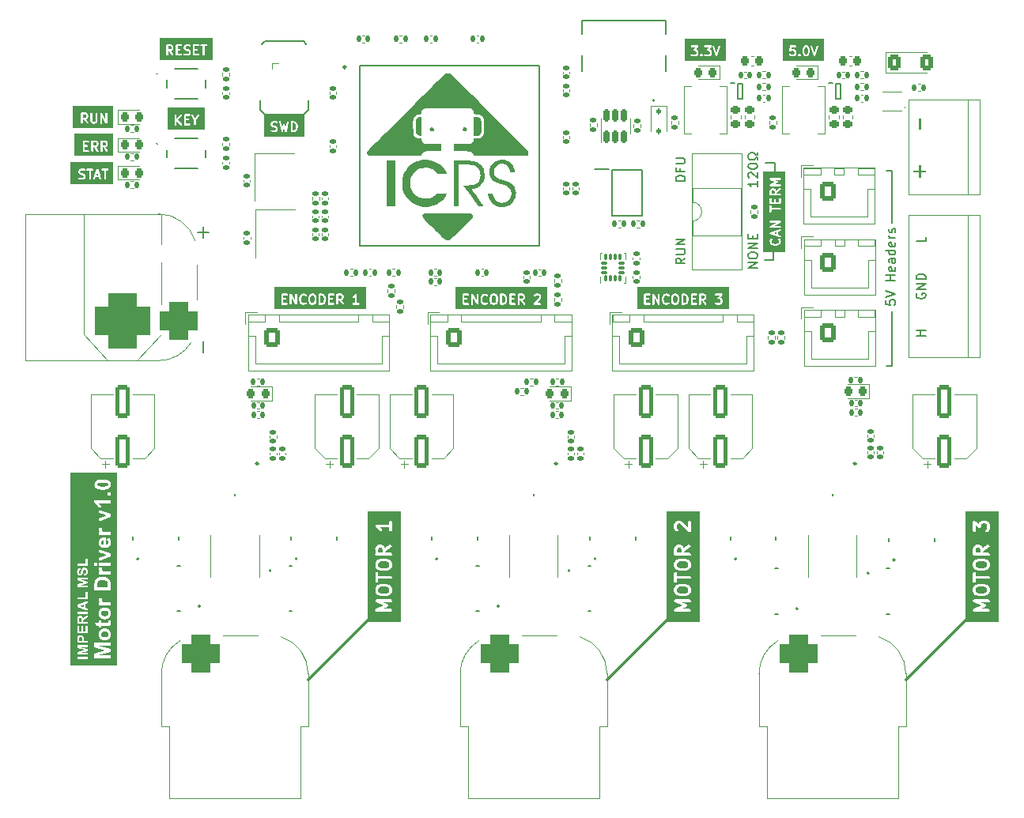
<source format=gbr>
%TF.GenerationSoftware,KiCad,Pcbnew,7.0.1*%
%TF.CreationDate,2023-07-17T00:52:35+01:00*%
%TF.ProjectId,Motor Driver Board,4d6f746f-7220-4447-9269-76657220426f,rev?*%
%TF.SameCoordinates,Original*%
%TF.FileFunction,Legend,Top*%
%TF.FilePolarity,Positive*%
%FSLAX46Y46*%
G04 Gerber Fmt 4.6, Leading zero omitted, Abs format (unit mm)*
G04 Created by KiCad (PCBNEW 7.0.1) date 2023-07-17 00:52:35*
%MOMM*%
%LPD*%
G01*
G04 APERTURE LIST*
G04 Aperture macros list*
%AMRoundRect*
0 Rectangle with rounded corners*
0 $1 Rounding radius*
0 $2 $3 $4 $5 $6 $7 $8 $9 X,Y pos of 4 corners*
0 Add a 4 corners polygon primitive as box body*
4,1,4,$2,$3,$4,$5,$6,$7,$8,$9,$2,$3,0*
0 Add four circle primitives for the rounded corners*
1,1,$1+$1,$2,$3*
1,1,$1+$1,$4,$5*
1,1,$1+$1,$6,$7*
1,1,$1+$1,$8,$9*
0 Add four rect primitives between the rounded corners*
20,1,$1+$1,$2,$3,$4,$5,0*
20,1,$1+$1,$4,$5,$6,$7,0*
20,1,$1+$1,$6,$7,$8,$9,0*
20,1,$1+$1,$8,$9,$2,$3,0*%
G04 Aperture macros list end*
%ADD10C,0.150000*%
%ADD11C,0.300000*%
%ADD12C,0.200000*%
%ADD13C,0.500000*%
%ADD14C,0.120000*%
%ADD15C,0.100000*%
%ADD16C,0.127000*%
%ADD17C,0.250000*%
%ADD18C,0.010000*%
%ADD19RoundRect,0.140000X-0.170000X0.140000X-0.170000X-0.140000X0.170000X-0.140000X0.170000X0.140000X0*%
%ADD20RoundRect,0.140000X0.170000X-0.140000X0.170000X0.140000X-0.170000X0.140000X-0.170000X-0.140000X0*%
%ADD21RoundRect,0.135000X-0.185000X0.135000X-0.185000X-0.135000X0.185000X-0.135000X0.185000X0.135000X0*%
%ADD22RoundRect,0.140000X0.140000X0.170000X-0.140000X0.170000X-0.140000X-0.170000X0.140000X-0.170000X0*%
%ADD23R,6.200000X2.700000*%
%ADD24RoundRect,0.250000X0.550000X-1.500000X0.550000X1.500000X-0.550000X1.500000X-0.550000X-1.500000X0*%
%ADD25RoundRect,0.250000X-0.600000X-0.750000X0.600000X-0.750000X0.600000X0.750000X-0.600000X0.750000X0*%
%ADD26O,1.700000X2.000000*%
%ADD27RoundRect,0.250000X-0.600000X-0.725000X0.600000X-0.725000X0.600000X0.725000X-0.600000X0.725000X0*%
%ADD28O,1.700000X1.950000*%
%ADD29C,5.600000*%
%ADD30RoundRect,0.135000X-0.135000X-0.185000X0.135000X-0.185000X0.135000X0.185000X-0.135000X0.185000X0*%
%ADD31RoundRect,0.218750X0.218750X0.256250X-0.218750X0.256250X-0.218750X-0.256250X0.218750X-0.256250X0*%
%ADD32RoundRect,0.135000X0.135000X0.185000X-0.135000X0.185000X-0.135000X-0.185000X0.135000X-0.185000X0*%
%ADD33R,1.050000X0.650000*%
%ADD34R,1.000000X0.750000*%
%ADD35R,2.500000X1.500000*%
%ADD36RoundRect,0.135000X0.185000X-0.135000X0.185000X0.135000X-0.185000X0.135000X-0.185000X-0.135000X0*%
%ADD37R,3.000000X3.000000*%
%ADD38C,3.000000*%
%ADD39R,0.750000X1.000000*%
%ADD40RoundRect,0.140000X-0.140000X-0.170000X0.140000X-0.170000X0.140000X0.170000X-0.140000X0.170000X0*%
%ADD41RoundRect,1.025000X1.025000X1.025000X-1.025000X1.025000X-1.025000X-1.025000X1.025000X-1.025000X0*%
%ADD42C,4.100000*%
%ADD43R,0.900000X2.000000*%
%ADD44C,0.600000*%
%ADD45O,0.900000X2.000000*%
%ADD46O,0.900000X1.700000*%
%ADD47R,0.800000X0.300000*%
%ADD48R,0.300000X0.800000*%
%ADD49R,2.800000X2.800000*%
%ADD50RoundRect,0.112500X-0.112500X0.187500X-0.112500X-0.187500X0.112500X-0.187500X0.112500X0.187500X0*%
%ADD51RoundRect,0.087500X0.087500X-0.225000X0.087500X0.225000X-0.087500X0.225000X-0.087500X-0.225000X0*%
%ADD52RoundRect,0.087500X0.225000X-0.087500X0.225000X0.087500X-0.225000X0.087500X-0.225000X-0.087500X0*%
%ADD53RoundRect,0.225000X0.250000X-0.225000X0.250000X0.225000X-0.250000X0.225000X-0.250000X-0.225000X0*%
%ADD54RoundRect,0.218750X-0.218750X-0.256250X0.218750X-0.256250X0.218750X0.256250X-0.218750X0.256250X0*%
%ADD55R,0.475000X0.300000*%
%ADD56RoundRect,1.025000X1.025000X-1.025000X1.025000X1.025000X-1.025000X1.025000X-1.025000X-1.025000X0*%
%ADD57R,2.000000X0.900000*%
%ADD58RoundRect,0.225000X-0.225000X-0.250000X0.225000X-0.250000X0.225000X0.250000X-0.225000X0.250000X0*%
%ADD59RoundRect,1.500000X1.500000X-1.500000X1.500000X1.500000X-1.500000X1.500000X-1.500000X-1.500000X0*%
%ADD60C,6.000000*%
%ADD61RoundRect,0.150000X0.150000X-0.512500X0.150000X0.512500X-0.150000X0.512500X-0.150000X-0.512500X0*%
%ADD62R,1.650000X1.950000*%
%ADD63R,0.350000X0.400000*%
%ADD64R,0.500000X0.400000*%
%ADD65R,0.920000X0.285000*%
%ADD66R,1.600000X1.050000*%
%ADD67R,1.600000X3.100000*%
%ADD68C,2.374900*%
%ADD69C,0.990600*%
%ADD70C,0.787400*%
%ADD71RoundRect,0.250000X-0.400000X-0.600000X0.400000X-0.600000X0.400000X0.600000X-0.400000X0.600000X0*%
%ADD72R,1.500000X0.650000*%
%ADD73R,1.475000X0.300000*%
%ADD74R,0.300000X1.475000*%
G04 APERTURE END LIST*
D10*
X189350000Y-96500000D02*
X189350000Y-90700000D01*
X189350000Y-75600000D02*
X188750000Y-75600000D01*
D11*
X134000000Y-123000000D02*
X126900000Y-130100000D01*
D10*
X176700000Y-85200000D02*
X175700000Y-85200000D01*
X176800000Y-74800000D02*
X176800000Y-75800000D01*
X176700000Y-84200000D02*
X176700000Y-85200000D01*
X189350000Y-96500000D02*
X188750000Y-96500000D01*
D11*
X166000000Y-123000000D02*
X158900000Y-130100000D01*
D10*
X189350000Y-81200000D02*
X189350000Y-75600000D01*
D11*
X198000000Y-123000000D02*
X190900000Y-130100000D01*
D10*
X175800000Y-74800000D02*
X176800000Y-74800000D01*
D12*
X192977619Y-82690476D02*
X192977619Y-83166666D01*
X192977619Y-83166666D02*
X191977619Y-83166666D01*
D11*
G36*
X167402953Y-120242586D02*
G01*
X167499222Y-120338853D01*
X167543928Y-120428266D01*
X167543928Y-120643161D01*
X167499222Y-120732573D01*
X167402954Y-120828840D01*
X167175464Y-120885713D01*
X166712392Y-120885713D01*
X166484901Y-120828840D01*
X166388635Y-120732574D01*
X166343928Y-120643159D01*
X166343928Y-120428267D01*
X166388635Y-120338853D01*
X166484901Y-120242586D01*
X166712393Y-120185713D01*
X167175462Y-120185713D01*
X167402953Y-120242586D01*
G37*
G36*
X167402953Y-117528300D02*
G01*
X167499222Y-117624567D01*
X167543928Y-117713980D01*
X167543928Y-117928875D01*
X167499222Y-118018287D01*
X167402954Y-118114554D01*
X167175464Y-118171427D01*
X166712392Y-118171427D01*
X166484901Y-118114554D01*
X166388635Y-118018288D01*
X166343928Y-117928873D01*
X166343928Y-117713981D01*
X166388635Y-117624567D01*
X166484901Y-117528300D01*
X166712393Y-117471427D01*
X167175462Y-117471427D01*
X167402953Y-117528300D01*
G37*
G36*
X166747931Y-116016133D02*
G01*
X166784936Y-116053138D01*
X166829642Y-116142551D01*
X166829642Y-116313674D01*
X166825901Y-116349773D01*
X166829642Y-116357176D01*
X166829642Y-116528570D01*
X166343928Y-116528570D01*
X166343928Y-116142552D01*
X166388635Y-116053136D01*
X166425638Y-116016133D01*
X166515052Y-115971427D01*
X166658518Y-115971427D01*
X166747931Y-116016133D01*
G37*
G36*
X168789286Y-123925000D02*
G01*
X165210714Y-123925000D01*
X165210714Y-122679857D01*
X166037601Y-122679857D01*
X166040718Y-122690160D01*
X166039186Y-122700820D01*
X166053284Y-122731691D01*
X166063112Y-122764171D01*
X166071306Y-122771154D01*
X166075779Y-122780947D01*
X166104324Y-122799292D01*
X166130157Y-122821306D01*
X166140827Y-122822750D01*
X166149884Y-122828571D01*
X166183819Y-122828571D01*
X166217449Y-122833124D01*
X166227205Y-122828571D01*
X167715496Y-122828571D01*
X167778448Y-122810087D01*
X167836133Y-122743514D01*
X167848670Y-122656322D01*
X167812077Y-122576195D01*
X167737972Y-122528571D01*
X166870064Y-122528571D01*
X167327659Y-122315026D01*
X167366758Y-122297558D01*
X167379754Y-122277696D01*
X167397564Y-122262006D01*
X167403373Y-122241602D01*
X167414991Y-122223848D01*
X167415186Y-122200111D01*
X167421685Y-122177285D01*
X167415540Y-122156978D01*
X167415715Y-122135763D01*
X167403047Y-122115691D01*
X167396173Y-122092971D01*
X167380023Y-122079208D01*
X167368702Y-122061269D01*
X167347196Y-122051233D01*
X167329129Y-122035836D01*
X167308102Y-122032989D01*
X166870063Y-121828571D01*
X167715496Y-121828571D01*
X167778448Y-121810087D01*
X167836133Y-121743514D01*
X167848670Y-121656322D01*
X167812077Y-121576195D01*
X167737972Y-121528571D01*
X166205280Y-121528571D01*
X166172954Y-121523651D01*
X166141970Y-121537494D01*
X166109408Y-121547055D01*
X166102356Y-121555192D01*
X166092528Y-121559584D01*
X166073947Y-121587979D01*
X166051723Y-121613628D01*
X166050190Y-121624285D01*
X166044295Y-121633295D01*
X166044015Y-121667230D01*
X166039186Y-121700820D01*
X166043658Y-121710613D01*
X166043570Y-121721379D01*
X166061680Y-121750075D01*
X166075779Y-121780947D01*
X166084836Y-121786768D01*
X166090583Y-121795873D01*
X166121335Y-121810224D01*
X166149884Y-121828571D01*
X166160650Y-121828571D01*
X166910651Y-122178570D01*
X166140781Y-122537843D01*
X166109408Y-122547055D01*
X166087185Y-122572701D01*
X166061721Y-122595136D01*
X166058772Y-122605492D01*
X166051723Y-122613628D01*
X166046893Y-122647218D01*
X166037601Y-122679857D01*
X165210714Y-122679857D01*
X165210714Y-120409637D01*
X166038498Y-120409637D01*
X166043928Y-120422729D01*
X166043928Y-120670494D01*
X166040067Y-120706258D01*
X166053774Y-120733673D01*
X166062412Y-120763090D01*
X166073123Y-120772371D01*
X166122782Y-120871689D01*
X166128147Y-120896350D01*
X166157358Y-120925561D01*
X166185524Y-120955841D01*
X166188364Y-120956567D01*
X166300516Y-121068719D01*
X166329105Y-121099124D01*
X166353189Y-121105145D01*
X166374983Y-121117045D01*
X166395049Y-121115609D01*
X166633597Y-121175246D01*
X166649884Y-121185713D01*
X166675464Y-121185713D01*
X166678472Y-121186465D01*
X166696977Y-121185713D01*
X167169240Y-121185713D01*
X167187579Y-121191917D01*
X167212395Y-121185713D01*
X167215496Y-121185713D01*
X167233269Y-121180494D01*
X167513760Y-121110371D01*
X167554564Y-121101495D01*
X167572120Y-121083938D01*
X167593535Y-121071375D01*
X167602627Y-121053432D01*
X167715268Y-120940792D01*
X167736968Y-120927904D01*
X167755448Y-120890943D01*
X167775260Y-120854660D01*
X167775050Y-120851736D01*
X167824481Y-120752873D01*
X167843928Y-120722614D01*
X167843928Y-120691962D01*
X167849358Y-120661788D01*
X167843928Y-120648696D01*
X167843928Y-120400932D01*
X167847789Y-120365169D01*
X167834081Y-120337754D01*
X167825444Y-120308336D01*
X167814732Y-120299054D01*
X167765075Y-120199738D01*
X167759710Y-120175076D01*
X167730489Y-120145855D01*
X167702333Y-120115586D01*
X167699493Y-120114859D01*
X167587337Y-120002704D01*
X167558751Y-119972303D01*
X167534667Y-119966282D01*
X167512873Y-119954381D01*
X167492805Y-119955816D01*
X167254258Y-119896179D01*
X167237972Y-119885713D01*
X167212393Y-119885713D01*
X167209385Y-119884961D01*
X167190880Y-119885713D01*
X166718615Y-119885713D01*
X166700276Y-119879509D01*
X166675460Y-119885713D01*
X166672360Y-119885713D01*
X166654589Y-119890930D01*
X166374089Y-119961056D01*
X166333292Y-119969932D01*
X166315737Y-119987486D01*
X166294320Y-120000052D01*
X166285226Y-120017997D01*
X166172589Y-120130634D01*
X166150890Y-120143523D01*
X166132414Y-120180474D01*
X166112596Y-120216768D01*
X166112805Y-120219692D01*
X166063378Y-120318546D01*
X166043928Y-120348812D01*
X166043928Y-120379465D01*
X166038498Y-120409637D01*
X165210714Y-120409637D01*
X165210714Y-119200819D01*
X166039186Y-119200819D01*
X166043928Y-119211202D01*
X166043928Y-119628709D01*
X166062412Y-119691661D01*
X166128985Y-119749346D01*
X166216177Y-119761883D01*
X166296304Y-119725290D01*
X166343928Y-119651185D01*
X166343928Y-119328570D01*
X167715496Y-119328570D01*
X167778448Y-119310086D01*
X167836133Y-119243513D01*
X167848670Y-119156321D01*
X167812077Y-119076194D01*
X167737972Y-119028570D01*
X166343928Y-119028570D01*
X166343928Y-118728431D01*
X166325444Y-118665479D01*
X166258871Y-118607794D01*
X166171679Y-118595257D01*
X166091552Y-118631850D01*
X166043928Y-118705955D01*
X166043928Y-119167839D01*
X166039186Y-119200819D01*
X165210714Y-119200819D01*
X165210714Y-117695351D01*
X166038498Y-117695351D01*
X166043928Y-117708443D01*
X166043928Y-117956208D01*
X166040067Y-117991972D01*
X166053774Y-118019387D01*
X166062412Y-118048804D01*
X166073123Y-118058085D01*
X166122782Y-118157403D01*
X166128147Y-118182064D01*
X166157358Y-118211275D01*
X166185524Y-118241555D01*
X166188364Y-118242281D01*
X166300516Y-118354433D01*
X166329105Y-118384838D01*
X166353189Y-118390859D01*
X166374983Y-118402759D01*
X166395049Y-118401323D01*
X166633597Y-118460960D01*
X166649884Y-118471427D01*
X166675464Y-118471427D01*
X166678472Y-118472179D01*
X166696977Y-118471427D01*
X167169240Y-118471427D01*
X167187579Y-118477631D01*
X167212395Y-118471427D01*
X167215496Y-118471427D01*
X167233269Y-118466208D01*
X167513760Y-118396085D01*
X167554564Y-118387209D01*
X167572120Y-118369652D01*
X167593535Y-118357089D01*
X167602627Y-118339146D01*
X167715268Y-118226506D01*
X167736968Y-118213618D01*
X167755448Y-118176657D01*
X167775260Y-118140374D01*
X167775050Y-118137450D01*
X167824481Y-118038587D01*
X167843928Y-118008328D01*
X167843928Y-117977676D01*
X167849358Y-117947502D01*
X167843928Y-117934410D01*
X167843928Y-117686646D01*
X167847789Y-117650883D01*
X167834081Y-117623468D01*
X167825444Y-117594050D01*
X167814732Y-117584768D01*
X167765075Y-117485452D01*
X167759710Y-117460790D01*
X167730489Y-117431569D01*
X167702333Y-117401300D01*
X167699493Y-117400573D01*
X167587337Y-117288418D01*
X167558751Y-117258017D01*
X167534667Y-117251996D01*
X167512873Y-117240095D01*
X167492805Y-117241530D01*
X167254258Y-117181893D01*
X167237972Y-117171427D01*
X167212393Y-117171427D01*
X167209385Y-117170675D01*
X167190880Y-117171427D01*
X166718615Y-117171427D01*
X166700276Y-117165223D01*
X166675460Y-117171427D01*
X166672360Y-117171427D01*
X166654589Y-117176644D01*
X166374089Y-117246770D01*
X166333292Y-117255646D01*
X166315737Y-117273200D01*
X166294320Y-117285766D01*
X166285226Y-117303711D01*
X166172589Y-117416348D01*
X166150890Y-117429237D01*
X166132414Y-117466188D01*
X166112596Y-117502482D01*
X166112805Y-117505406D01*
X166063378Y-117604260D01*
X166043928Y-117634526D01*
X166043928Y-117665179D01*
X166038498Y-117695351D01*
X165210714Y-117695351D01*
X165210714Y-116123922D01*
X166038498Y-116123922D01*
X166043928Y-116137014D01*
X166043928Y-116667839D01*
X166039186Y-116700819D01*
X166053026Y-116731125D01*
X166062412Y-116763090D01*
X166071037Y-116770564D01*
X166075779Y-116780946D01*
X166103806Y-116798958D01*
X166128985Y-116820775D01*
X166140282Y-116822399D01*
X166149884Y-116828570D01*
X166183197Y-116828570D01*
X166216177Y-116833312D01*
X166226560Y-116828570D01*
X166968911Y-116828570D01*
X167001891Y-116833312D01*
X167012274Y-116828570D01*
X167715496Y-116828570D01*
X167778448Y-116810086D01*
X167836133Y-116743513D01*
X167848670Y-116656321D01*
X167812077Y-116576194D01*
X167737972Y-116528570D01*
X167129642Y-116528570D01*
X167129642Y-116399525D01*
X167797616Y-115931943D01*
X167838589Y-115880700D01*
X167847669Y-115793081D01*
X167807939Y-115714461D01*
X167732011Y-115669803D01*
X167643991Y-115673285D01*
X167116917Y-116042236D01*
X167111158Y-116022621D01*
X167100446Y-116013339D01*
X167050788Y-115914023D01*
X167045424Y-115889362D01*
X167016212Y-115860150D01*
X166988047Y-115829871D01*
X166985206Y-115829144D01*
X166956149Y-115800087D01*
X166943261Y-115778388D01*
X166906309Y-115759912D01*
X166870016Y-115740094D01*
X166867091Y-115740303D01*
X166768230Y-115690872D01*
X166737972Y-115671427D01*
X166707321Y-115671427D01*
X166677146Y-115665997D01*
X166664054Y-115671427D01*
X166487718Y-115671427D01*
X166451955Y-115667566D01*
X166424540Y-115681273D01*
X166395122Y-115689911D01*
X166385840Y-115700622D01*
X166286522Y-115750280D01*
X166261862Y-115755646D01*
X166232654Y-115784853D01*
X166202372Y-115813022D01*
X166201645Y-115815862D01*
X166172588Y-115844920D01*
X166150890Y-115857808D01*
X166132415Y-115894757D01*
X166112596Y-115931054D01*
X166112805Y-115933977D01*
X166063378Y-116032831D01*
X166043928Y-116063097D01*
X166043928Y-116093750D01*
X166038498Y-116123922D01*
X165210714Y-116123922D01*
X165210714Y-113552494D01*
X166038498Y-113552494D01*
X166043928Y-113565586D01*
X166043928Y-113884781D01*
X166040067Y-113920544D01*
X166053774Y-113947958D01*
X166062412Y-113977376D01*
X166073124Y-113986658D01*
X166122781Y-114085971D01*
X166128147Y-114110635D01*
X166157367Y-114139855D01*
X166185524Y-114170126D01*
X166188364Y-114170852D01*
X166245970Y-114228458D01*
X166303553Y-114259901D01*
X166391417Y-114253616D01*
X166461936Y-114200827D01*
X166492719Y-114118294D01*
X166473995Y-114032218D01*
X166388634Y-113946858D01*
X166343928Y-113857446D01*
X166343928Y-113571124D01*
X166388635Y-113481708D01*
X166425638Y-113444704D01*
X166515052Y-113399998D01*
X166598159Y-113399998D01*
X166755758Y-113452532D01*
X167560789Y-114257563D01*
X167562412Y-114263090D01*
X167591653Y-114288427D01*
X167603113Y-114299887D01*
X167607887Y-114302493D01*
X167628985Y-114320775D01*
X167645792Y-114323191D01*
X167660697Y-114331330D01*
X167688542Y-114329338D01*
X167716177Y-114333312D01*
X167731624Y-114326257D01*
X167748560Y-114325046D01*
X167770907Y-114308317D01*
X167796304Y-114296719D01*
X167805484Y-114282433D01*
X167819079Y-114272257D01*
X167828836Y-114246097D01*
X167843928Y-114222614D01*
X167843928Y-114205635D01*
X167849863Y-114189723D01*
X167843928Y-114162441D01*
X167843928Y-113228430D01*
X167825444Y-113165478D01*
X167758871Y-113107793D01*
X167671679Y-113095256D01*
X167591552Y-113131849D01*
X167543928Y-113205954D01*
X167543928Y-113816438D01*
X166948559Y-113221069D01*
X166926003Y-113193053D01*
X166896926Y-113183360D01*
X166870016Y-113168666D01*
X166855877Y-113169677D01*
X166687775Y-113113642D01*
X166666544Y-113099998D01*
X166625231Y-113099998D01*
X166583907Y-113098503D01*
X166581385Y-113099998D01*
X166487717Y-113099998D01*
X166451953Y-113096137D01*
X166424537Y-113109845D01*
X166395122Y-113118482D01*
X166385840Y-113129193D01*
X166286524Y-113178852D01*
X166261862Y-113184218D01*
X166232645Y-113213434D01*
X166202372Y-113241594D01*
X166201645Y-113244434D01*
X166172588Y-113273492D01*
X166150890Y-113286380D01*
X166132415Y-113323329D01*
X166112596Y-113359626D01*
X166112805Y-113362549D01*
X166063378Y-113461403D01*
X166043928Y-113491669D01*
X166043928Y-113522322D01*
X166038498Y-113552494D01*
X165210714Y-113552494D01*
X165210714Y-112074999D01*
X168789286Y-112074999D01*
X168789286Y-123925000D01*
G37*
D12*
G36*
X112193144Y-62307423D02*
G01*
X112217814Y-62332093D01*
X112247618Y-62391701D01*
X112247618Y-62487346D01*
X112217814Y-62546954D01*
X112193144Y-62571623D01*
X112133536Y-62601428D01*
X112019460Y-62601428D01*
X111995387Y-62598933D01*
X111990450Y-62601428D01*
X111876190Y-62601428D01*
X111876190Y-62277619D01*
X112133536Y-62277619D01*
X112193144Y-62307423D01*
G37*
G36*
X116654762Y-63742857D02*
G01*
X110945238Y-63742857D01*
X110945238Y-62716260D01*
X111673029Y-62716260D01*
X111676190Y-62723182D01*
X111676190Y-63191998D01*
X111688513Y-63233966D01*
X111732895Y-63272423D01*
X111791022Y-63280780D01*
X111844441Y-63256385D01*
X111876190Y-63206982D01*
X111876190Y-62801428D01*
X111962219Y-62801428D01*
X112273941Y-63246745D01*
X112308103Y-63274060D01*
X112366516Y-63280114D01*
X112418928Y-63253626D01*
X112448701Y-63203008D01*
X112448283Y-63192451D01*
X112673029Y-63192451D01*
X112682255Y-63212654D01*
X112688513Y-63233966D01*
X112694263Y-63238948D01*
X112697424Y-63245870D01*
X112716109Y-63257878D01*
X112732895Y-63272423D01*
X112740426Y-63273505D01*
X112746827Y-63277619D01*
X112769036Y-63277619D01*
X112791022Y-63280780D01*
X112797944Y-63277619D01*
X113266759Y-63277619D01*
X113308727Y-63265296D01*
X113347184Y-63220914D01*
X113355541Y-63162787D01*
X113331146Y-63109368D01*
X113281743Y-63077619D01*
X112876190Y-63077619D01*
X112876190Y-62753809D01*
X113123902Y-62753809D01*
X113165870Y-62741486D01*
X113204327Y-62697104D01*
X113212684Y-62638977D01*
X113188289Y-62585558D01*
X113138886Y-62553809D01*
X112876190Y-62553809D01*
X112876190Y-62379283D01*
X113529713Y-62379283D01*
X113533333Y-62388011D01*
X113533333Y-62457948D01*
X113530759Y-62481791D01*
X113539897Y-62500067D01*
X113545656Y-62519680D01*
X113552797Y-62525868D01*
X113585901Y-62592076D01*
X113589479Y-62608519D01*
X113608958Y-62627998D01*
X113627730Y-62648179D01*
X113629623Y-62648663D01*
X113648994Y-62668034D01*
X113657587Y-62682501D01*
X113682223Y-62694819D01*
X113706417Y-62708030D01*
X113708365Y-62707890D01*
X113763155Y-62735285D01*
X113771069Y-62743702D01*
X113788907Y-62748161D01*
X113791948Y-62749682D01*
X113802802Y-62751635D01*
X113979384Y-62795780D01*
X114050287Y-62831232D01*
X114074957Y-62855902D01*
X114104761Y-62915510D01*
X114104761Y-62963536D01*
X114074957Y-63023143D01*
X114050286Y-63047814D01*
X113990679Y-63077619D01*
X113792417Y-63077619D01*
X113651315Y-63030585D01*
X113607603Y-63029004D01*
X113557085Y-63058947D01*
X113530776Y-63111448D01*
X113537026Y-63169841D01*
X113573854Y-63215583D01*
X113732671Y-63268521D01*
X113746827Y-63277619D01*
X113774382Y-63277619D01*
X113801919Y-63278615D01*
X113803599Y-63277619D01*
X114008900Y-63277619D01*
X114032743Y-63280193D01*
X114051019Y-63271054D01*
X114070632Y-63265296D01*
X114076820Y-63258154D01*
X114143028Y-63225050D01*
X114159472Y-63221473D01*
X114178957Y-63201987D01*
X114189209Y-63192451D01*
X114530172Y-63192451D01*
X114539398Y-63212654D01*
X114545656Y-63233966D01*
X114551406Y-63238948D01*
X114554567Y-63245870D01*
X114573252Y-63257878D01*
X114590038Y-63272423D01*
X114597569Y-63273505D01*
X114603970Y-63277619D01*
X114626179Y-63277619D01*
X114648165Y-63280780D01*
X114655087Y-63277619D01*
X115123902Y-63277619D01*
X115165870Y-63265296D01*
X115204327Y-63220914D01*
X115212684Y-63162787D01*
X115188289Y-63109368D01*
X115138886Y-63077619D01*
X114733333Y-63077619D01*
X114733333Y-62753809D01*
X114981045Y-62753809D01*
X115023013Y-62741486D01*
X115061470Y-62697104D01*
X115069827Y-62638977D01*
X115045432Y-62585558D01*
X114996029Y-62553809D01*
X114733333Y-62553809D01*
X114733333Y-62277619D01*
X115123902Y-62277619D01*
X115165870Y-62265296D01*
X115204327Y-62220914D01*
X115208419Y-62192451D01*
X115292077Y-62192451D01*
X115316472Y-62245870D01*
X115365875Y-62277619D01*
X115580952Y-62277619D01*
X115580952Y-63191998D01*
X115593275Y-63233966D01*
X115637657Y-63272423D01*
X115695784Y-63280780D01*
X115749203Y-63256385D01*
X115780952Y-63206982D01*
X115780952Y-62277619D01*
X115981045Y-62277619D01*
X116023013Y-62265296D01*
X116061470Y-62220914D01*
X116069827Y-62162787D01*
X116045432Y-62109368D01*
X115996029Y-62077619D01*
X115688106Y-62077619D01*
X115666120Y-62074458D01*
X115659198Y-62077619D01*
X115380859Y-62077619D01*
X115338891Y-62089942D01*
X115300434Y-62134324D01*
X115292077Y-62192451D01*
X115208419Y-62192451D01*
X115212684Y-62162787D01*
X115188289Y-62109368D01*
X115138886Y-62077619D01*
X114640487Y-62077619D01*
X114618501Y-62074458D01*
X114598297Y-62083684D01*
X114576986Y-62089942D01*
X114572003Y-62095692D01*
X114565082Y-62098853D01*
X114553073Y-62117538D01*
X114538529Y-62134324D01*
X114537446Y-62141855D01*
X114533333Y-62148256D01*
X114533333Y-62170465D01*
X114530172Y-62192451D01*
X114533333Y-62199373D01*
X114533333Y-62646655D01*
X114530172Y-62668641D01*
X114533333Y-62675563D01*
X114533333Y-63170465D01*
X114530172Y-63192451D01*
X114189209Y-63192451D01*
X114199131Y-63183222D01*
X114199615Y-63181328D01*
X114218988Y-63161955D01*
X114233453Y-63153364D01*
X114245770Y-63128729D01*
X114258982Y-63104533D01*
X114258842Y-63102585D01*
X114291795Y-63036680D01*
X114304761Y-63016505D01*
X114304761Y-62996070D01*
X114308381Y-62975954D01*
X114304761Y-62967226D01*
X114304761Y-62897288D01*
X114307335Y-62873445D01*
X114298196Y-62855167D01*
X114292438Y-62835557D01*
X114285296Y-62829369D01*
X114252191Y-62763158D01*
X114248615Y-62746718D01*
X114229140Y-62727243D01*
X114210364Y-62707057D01*
X114208469Y-62706572D01*
X114189099Y-62687202D01*
X114180507Y-62672736D01*
X114155872Y-62660418D01*
X114131677Y-62647207D01*
X114129727Y-62647346D01*
X114074939Y-62619952D01*
X114067025Y-62611535D01*
X114049185Y-62607075D01*
X114046145Y-62605555D01*
X114035293Y-62603602D01*
X113858709Y-62559456D01*
X113787807Y-62524005D01*
X113763137Y-62499335D01*
X113733333Y-62439727D01*
X113733333Y-62391701D01*
X113763137Y-62332092D01*
X113787807Y-62307423D01*
X113847415Y-62277619D01*
X114045676Y-62277619D01*
X114186779Y-62324653D01*
X114230490Y-62326234D01*
X114281008Y-62296291D01*
X114307318Y-62243789D01*
X114301067Y-62185397D01*
X114264239Y-62139655D01*
X114105422Y-62086716D01*
X114091267Y-62077619D01*
X114063712Y-62077619D01*
X114036174Y-62076623D01*
X114034494Y-62077619D01*
X113829193Y-62077619D01*
X113805350Y-62075045D01*
X113787072Y-62084183D01*
X113767462Y-62089942D01*
X113761274Y-62097083D01*
X113695063Y-62130188D01*
X113678623Y-62133765D01*
X113659148Y-62153239D01*
X113638962Y-62172016D01*
X113638477Y-62173910D01*
X113619107Y-62193280D01*
X113604641Y-62201873D01*
X113592323Y-62226507D01*
X113579112Y-62250703D01*
X113579251Y-62252652D01*
X113546300Y-62318553D01*
X113533333Y-62338732D01*
X113533333Y-62359168D01*
X113529713Y-62379283D01*
X112876190Y-62379283D01*
X112876190Y-62277619D01*
X113266759Y-62277619D01*
X113308727Y-62265296D01*
X113347184Y-62220914D01*
X113355541Y-62162787D01*
X113331146Y-62109368D01*
X113281743Y-62077619D01*
X112783344Y-62077619D01*
X112761358Y-62074458D01*
X112741154Y-62083684D01*
X112719843Y-62089942D01*
X112714860Y-62095692D01*
X112707939Y-62098853D01*
X112695930Y-62117538D01*
X112681386Y-62134324D01*
X112680303Y-62141855D01*
X112676190Y-62148256D01*
X112676190Y-62170465D01*
X112673029Y-62192451D01*
X112676190Y-62199373D01*
X112676190Y-62646655D01*
X112673029Y-62668641D01*
X112676190Y-62675563D01*
X112676190Y-63170465D01*
X112673029Y-63192451D01*
X112448283Y-63192451D01*
X112446380Y-63144328D01*
X112200411Y-62792944D01*
X112213489Y-62789105D01*
X112219677Y-62781963D01*
X112285885Y-62748859D01*
X112302328Y-62745282D01*
X112321807Y-62725802D01*
X112341988Y-62707031D01*
X112342472Y-62705137D01*
X112361843Y-62685766D01*
X112376310Y-62677174D01*
X112388628Y-62652537D01*
X112401839Y-62628344D01*
X112401699Y-62626395D01*
X112434652Y-62560490D01*
X112447618Y-62540315D01*
X112447618Y-62519880D01*
X112451238Y-62499764D01*
X112447618Y-62491036D01*
X112447618Y-62373479D01*
X112450192Y-62349636D01*
X112441053Y-62331358D01*
X112435295Y-62311748D01*
X112428153Y-62305560D01*
X112395048Y-62239349D01*
X112391472Y-62222909D01*
X112371997Y-62203434D01*
X112353221Y-62183248D01*
X112351326Y-62182763D01*
X112331956Y-62163393D01*
X112323364Y-62148927D01*
X112298729Y-62136609D01*
X112274534Y-62123398D01*
X112272584Y-62123537D01*
X112206683Y-62090586D01*
X112186505Y-62077619D01*
X112166069Y-62077619D01*
X112145954Y-62073999D01*
X112137226Y-62077619D01*
X111783344Y-62077619D01*
X111761358Y-62074458D01*
X111741154Y-62083684D01*
X111719843Y-62089942D01*
X111714860Y-62095692D01*
X111707939Y-62098853D01*
X111695930Y-62117538D01*
X111681386Y-62134324D01*
X111680303Y-62141855D01*
X111676190Y-62148256D01*
X111676190Y-62170465D01*
X111673029Y-62192451D01*
X111676190Y-62199373D01*
X111676190Y-62694274D01*
X111673029Y-62716260D01*
X110945238Y-62716260D01*
X110945238Y-61357143D01*
X116654762Y-61357143D01*
X116654762Y-63742857D01*
G37*
G36*
X128415505Y-89012641D02*
G01*
X128482576Y-89079712D01*
X128518027Y-89150615D01*
X128559999Y-89318501D01*
X128559999Y-89436735D01*
X128518027Y-89604623D01*
X128482575Y-89675525D01*
X128415505Y-89742596D01*
X128310439Y-89777619D01*
X128188571Y-89777619D01*
X128188571Y-88977619D01*
X128310438Y-88977619D01*
X128415505Y-89012641D01*
G37*
G36*
X127457906Y-89007423D02*
G01*
X127522083Y-89071600D01*
X127559999Y-89223263D01*
X127559999Y-89531973D01*
X127522082Y-89683637D01*
X127457906Y-89747814D01*
X127398298Y-89777619D01*
X127255034Y-89777619D01*
X127195427Y-89747815D01*
X127131248Y-89683635D01*
X127093333Y-89531974D01*
X127093333Y-89223264D01*
X127131249Y-89071600D01*
X127195426Y-89007423D01*
X127255034Y-88977619D01*
X127398298Y-88977619D01*
X127457906Y-89007423D01*
G37*
G36*
X130410287Y-89007423D02*
G01*
X130434957Y-89032093D01*
X130464761Y-89091701D01*
X130464761Y-89187346D01*
X130434957Y-89246954D01*
X130410287Y-89271623D01*
X130350679Y-89301428D01*
X130236603Y-89301428D01*
X130212530Y-89298933D01*
X130207593Y-89301428D01*
X130093333Y-89301428D01*
X130093333Y-88977619D01*
X130350679Y-88977619D01*
X130410287Y-89007423D01*
G37*
G36*
X133062381Y-90442857D02*
G01*
X123257619Y-90442857D01*
X123257619Y-89892451D01*
X123985410Y-89892451D01*
X123994636Y-89912654D01*
X124000894Y-89933966D01*
X124006644Y-89938948D01*
X124009805Y-89945870D01*
X124028490Y-89957878D01*
X124045276Y-89972423D01*
X124052807Y-89973505D01*
X124059208Y-89977619D01*
X124081417Y-89977619D01*
X124103403Y-89980780D01*
X124110325Y-89977619D01*
X124579140Y-89977619D01*
X124621108Y-89965296D01*
X124659565Y-89920914D01*
X124667922Y-89862787D01*
X124643527Y-89809368D01*
X124594124Y-89777619D01*
X124188571Y-89777619D01*
X124188571Y-89453809D01*
X124436283Y-89453809D01*
X124478251Y-89441486D01*
X124516708Y-89397104D01*
X124525065Y-89338977D01*
X124500670Y-89285558D01*
X124451267Y-89253809D01*
X124188571Y-89253809D01*
X124188571Y-88977619D01*
X124579140Y-88977619D01*
X124621108Y-88965296D01*
X124659565Y-88920914D01*
X124662322Y-88901739D01*
X124891941Y-88901739D01*
X124893333Y-88904175D01*
X124893333Y-89891998D01*
X124905656Y-89933966D01*
X124950038Y-89972423D01*
X125008165Y-89980780D01*
X125061584Y-89956385D01*
X125093333Y-89906982D01*
X125093333Y-89254175D01*
X125472115Y-89917044D01*
X125477084Y-89933966D01*
X125497312Y-89951493D01*
X125516592Y-89970042D01*
X125519345Y-89970585D01*
X125521466Y-89972423D01*
X125547953Y-89976231D01*
X125574206Y-89981412D01*
X125576815Y-89980380D01*
X125579593Y-89980780D01*
X125603936Y-89969662D01*
X125628821Y-89959829D01*
X125630458Y-89957551D01*
X125633012Y-89956385D01*
X125647481Y-89933869D01*
X125663098Y-89912145D01*
X125663244Y-89909342D01*
X125664761Y-89906982D01*
X125664761Y-89880232D01*
X125666154Y-89853500D01*
X125664761Y-89851062D01*
X125664761Y-89444814D01*
X125889197Y-89444814D01*
X125893333Y-89461358D01*
X125893333Y-89463426D01*
X125896812Y-89475276D01*
X125939617Y-89646496D01*
X125938378Y-89657981D01*
X125946599Y-89674424D01*
X125947425Y-89677726D01*
X125953010Y-89687246D01*
X125993520Y-89768265D01*
X125997097Y-89784708D01*
X126016579Y-89804190D01*
X126035349Y-89824369D01*
X126037241Y-89824852D01*
X126109286Y-89896898D01*
X126124330Y-89915583D01*
X126143715Y-89922044D01*
X126161655Y-89931841D01*
X126171081Y-89931166D01*
X126283147Y-89968521D01*
X126297303Y-89977619D01*
X126324858Y-89977619D01*
X126352395Y-89978615D01*
X126354075Y-89977619D01*
X126409364Y-89977619D01*
X126425671Y-89981773D01*
X126451810Y-89973059D01*
X126478251Y-89965296D01*
X126479530Y-89963819D01*
X126591269Y-89926572D01*
X126614710Y-89921473D01*
X126629162Y-89907020D01*
X126645942Y-89895359D01*
X126649553Y-89886628D01*
X126693259Y-89842922D01*
X126714220Y-89804533D01*
X126710030Y-89745957D01*
X126674837Y-89698946D01*
X126619814Y-89678423D01*
X126562431Y-89690907D01*
X126510742Y-89742596D01*
X126405677Y-89777619D01*
X126342893Y-89777619D01*
X126237827Y-89742597D01*
X126170756Y-89675524D01*
X126135304Y-89604621D01*
X126119162Y-89540052D01*
X126889197Y-89540052D01*
X126893333Y-89556596D01*
X126893333Y-89558664D01*
X126896812Y-89570514D01*
X126943560Y-89757506D01*
X126949478Y-89784708D01*
X126961182Y-89796412D01*
X126969559Y-89810690D01*
X126981521Y-89816751D01*
X127056613Y-89891844D01*
X127065206Y-89906311D01*
X127089834Y-89918625D01*
X127114036Y-89931841D01*
X127115986Y-89931701D01*
X127181889Y-89964653D01*
X127202065Y-89977619D01*
X127222500Y-89977619D01*
X127242616Y-89981239D01*
X127251344Y-89977619D01*
X127416519Y-89977619D01*
X127440362Y-89980193D01*
X127458638Y-89971054D01*
X127478251Y-89965296D01*
X127484439Y-89958154D01*
X127550647Y-89925050D01*
X127567090Y-89921473D01*
X127586566Y-89901996D01*
X127596828Y-89892451D01*
X127985410Y-89892451D01*
X127994636Y-89912654D01*
X128000894Y-89933966D01*
X128006644Y-89938948D01*
X128009805Y-89945870D01*
X128028490Y-89957878D01*
X128045276Y-89972423D01*
X128052807Y-89973505D01*
X128059208Y-89977619D01*
X128081417Y-89977619D01*
X128103403Y-89980780D01*
X128110325Y-89977619D01*
X128314126Y-89977619D01*
X128330433Y-89981773D01*
X128356572Y-89973059D01*
X128383013Y-89965296D01*
X128384292Y-89963819D01*
X128496033Y-89926572D01*
X128519471Y-89921473D01*
X128533921Y-89907022D01*
X128550704Y-89895359D01*
X128551907Y-89892451D01*
X128985410Y-89892451D01*
X128994636Y-89912654D01*
X129000894Y-89933966D01*
X129006644Y-89938948D01*
X129009805Y-89945870D01*
X129028490Y-89957878D01*
X129045276Y-89972423D01*
X129052807Y-89973505D01*
X129059208Y-89977619D01*
X129081417Y-89977619D01*
X129103403Y-89980780D01*
X129110325Y-89977619D01*
X129579140Y-89977619D01*
X129621108Y-89965296D01*
X129659565Y-89920914D01*
X129667922Y-89862787D01*
X129643527Y-89809368D01*
X129594124Y-89777619D01*
X129188571Y-89777619D01*
X129188571Y-89453809D01*
X129436283Y-89453809D01*
X129478251Y-89441486D01*
X129500109Y-89416260D01*
X129890172Y-89416260D01*
X129893333Y-89423182D01*
X129893333Y-89891998D01*
X129905656Y-89933966D01*
X129950038Y-89972423D01*
X130008165Y-89980780D01*
X130061584Y-89956385D01*
X130093333Y-89906982D01*
X130093333Y-89501428D01*
X130179362Y-89501428D01*
X130491084Y-89946745D01*
X130525246Y-89974060D01*
X130583659Y-89980114D01*
X130636071Y-89953626D01*
X130665844Y-89903008D01*
X130663523Y-89844328D01*
X130417554Y-89492944D01*
X130430632Y-89489105D01*
X130436820Y-89481963D01*
X130503028Y-89448859D01*
X130519471Y-89445282D01*
X130538950Y-89425802D01*
X130559131Y-89407031D01*
X130559615Y-89405137D01*
X130578986Y-89385766D01*
X130593453Y-89377174D01*
X130605771Y-89352537D01*
X130618982Y-89328344D01*
X130618842Y-89326395D01*
X130651795Y-89260490D01*
X130664761Y-89240315D01*
X130664761Y-89219880D01*
X130668381Y-89199764D01*
X130664761Y-89191036D01*
X130664761Y-89167006D01*
X131603462Y-89167006D01*
X131621982Y-89222734D01*
X131667691Y-89259604D01*
X131726077Y-89265907D01*
X131836362Y-89210764D01*
X131852805Y-89207187D01*
X131872284Y-89187707D01*
X131892465Y-89168936D01*
X131892949Y-89167042D01*
X131893333Y-89166659D01*
X131893333Y-89777619D01*
X131693240Y-89777619D01*
X131651272Y-89789942D01*
X131612815Y-89834324D01*
X131604458Y-89892451D01*
X131628853Y-89945870D01*
X131678256Y-89977619D01*
X131986179Y-89977619D01*
X132008165Y-89980780D01*
X132015087Y-89977619D01*
X132293426Y-89977619D01*
X132335394Y-89965296D01*
X132373851Y-89920914D01*
X132382208Y-89862787D01*
X132357813Y-89809368D01*
X132308410Y-89777619D01*
X132093333Y-89777619D01*
X132093333Y-88892858D01*
X132097541Y-88879370D01*
X132093333Y-88864094D01*
X132093333Y-88863240D01*
X132089529Y-88850288D01*
X132081945Y-88822753D01*
X132081266Y-88822144D01*
X132081010Y-88821272D01*
X132059480Y-88802616D01*
X132038216Y-88783556D01*
X132037315Y-88783411D01*
X132036628Y-88782815D01*
X132008404Y-88778757D01*
X131980236Y-88774223D01*
X131979401Y-88774587D01*
X131978501Y-88774458D01*
X131952568Y-88786300D01*
X131926416Y-88797717D01*
X131925911Y-88798474D01*
X131925082Y-88798853D01*
X131909649Y-88822867D01*
X131820383Y-88956765D01*
X131743621Y-89033528D01*
X131650037Y-89080321D01*
X131618010Y-89110111D01*
X131603462Y-89167006D01*
X130664761Y-89167006D01*
X130664761Y-89073479D01*
X130667335Y-89049636D01*
X130658196Y-89031358D01*
X130652438Y-89011748D01*
X130645296Y-89005560D01*
X130612191Y-88939349D01*
X130608615Y-88922909D01*
X130589140Y-88903434D01*
X130570364Y-88883248D01*
X130568469Y-88882763D01*
X130549099Y-88863393D01*
X130540507Y-88848927D01*
X130515872Y-88836609D01*
X130491677Y-88823398D01*
X130489727Y-88823537D01*
X130423826Y-88790586D01*
X130403648Y-88777619D01*
X130383212Y-88777619D01*
X130363097Y-88773999D01*
X130354369Y-88777619D01*
X130000487Y-88777619D01*
X129978501Y-88774458D01*
X129958297Y-88783684D01*
X129936986Y-88789942D01*
X129932003Y-88795692D01*
X129925082Y-88798853D01*
X129913073Y-88817538D01*
X129898529Y-88834324D01*
X129897446Y-88841855D01*
X129893333Y-88848256D01*
X129893333Y-88870465D01*
X129890172Y-88892451D01*
X129893333Y-88899373D01*
X129893333Y-89394274D01*
X129890172Y-89416260D01*
X129500109Y-89416260D01*
X129516708Y-89397104D01*
X129525065Y-89338977D01*
X129500670Y-89285558D01*
X129451267Y-89253809D01*
X129188571Y-89253809D01*
X129188571Y-88977619D01*
X129579140Y-88977619D01*
X129621108Y-88965296D01*
X129659565Y-88920914D01*
X129667922Y-88862787D01*
X129643527Y-88809368D01*
X129594124Y-88777619D01*
X129095725Y-88777619D01*
X129073739Y-88774458D01*
X129053535Y-88783684D01*
X129032224Y-88789942D01*
X129027241Y-88795692D01*
X129020320Y-88798853D01*
X129008311Y-88817538D01*
X128993767Y-88834324D01*
X128992684Y-88841855D01*
X128988571Y-88848256D01*
X128988571Y-88870465D01*
X128985410Y-88892451D01*
X128988571Y-88899373D01*
X128988571Y-89346655D01*
X128985410Y-89368641D01*
X128988571Y-89375563D01*
X128988571Y-89870465D01*
X128985410Y-89892451D01*
X128551907Y-89892451D01*
X128554316Y-89886627D01*
X128626606Y-89814336D01*
X128641072Y-89805745D01*
X128653385Y-89781118D01*
X128666602Y-89756914D01*
X128666462Y-89754964D01*
X128693856Y-89700176D01*
X128702273Y-89692263D01*
X128706732Y-89674424D01*
X128708253Y-89671384D01*
X128710206Y-89660529D01*
X128753022Y-89489266D01*
X128759999Y-89478410D01*
X128759999Y-89461359D01*
X128760501Y-89459351D01*
X128759999Y-89447005D01*
X128759999Y-89322649D01*
X128764135Y-89310423D01*
X128759999Y-89293879D01*
X128759999Y-89291811D01*
X128756519Y-89279960D01*
X128713714Y-89108739D01*
X128714954Y-89097255D01*
X128706732Y-89080811D01*
X128705907Y-89077511D01*
X128700323Y-89067994D01*
X128659812Y-88986972D01*
X128656235Y-88970528D01*
X128636748Y-88951041D01*
X128617983Y-88930867D01*
X128616089Y-88930382D01*
X128544039Y-88858333D01*
X128529001Y-88839655D01*
X128509615Y-88833193D01*
X128491677Y-88823398D01*
X128482252Y-88824072D01*
X128370184Y-88786716D01*
X128356029Y-88777619D01*
X128328474Y-88777619D01*
X128300936Y-88776623D01*
X128299256Y-88777619D01*
X128095725Y-88777619D01*
X128073739Y-88774458D01*
X128053535Y-88783684D01*
X128032224Y-88789942D01*
X128027241Y-88795692D01*
X128020320Y-88798853D01*
X128008311Y-88817538D01*
X127993767Y-88834324D01*
X127992684Y-88841855D01*
X127988571Y-88848256D01*
X127988571Y-88870465D01*
X127985410Y-88892451D01*
X127988571Y-88899373D01*
X127988571Y-89870465D01*
X127985410Y-89892451D01*
X127596828Y-89892451D01*
X127606750Y-89883222D01*
X127607234Y-89881328D01*
X127681979Y-89806582D01*
X127702273Y-89787501D01*
X127706287Y-89771443D01*
X127714221Y-89756914D01*
X127713264Y-89743536D01*
X127753022Y-89584504D01*
X127759999Y-89573648D01*
X127759999Y-89556597D01*
X127760501Y-89554589D01*
X127759999Y-89542243D01*
X127759999Y-89227411D01*
X127764135Y-89215185D01*
X127759999Y-89198641D01*
X127759999Y-89196573D01*
X127756519Y-89184722D01*
X127709772Y-88997736D01*
X127703854Y-88970528D01*
X127692148Y-88958822D01*
X127683773Y-88944547D01*
X127671811Y-88938485D01*
X127596717Y-88863392D01*
X127588126Y-88848927D01*
X127563491Y-88836609D01*
X127539296Y-88823398D01*
X127537346Y-88823537D01*
X127471445Y-88790586D01*
X127451267Y-88777619D01*
X127430831Y-88777619D01*
X127410716Y-88773999D01*
X127401988Y-88777619D01*
X127236812Y-88777619D01*
X127212969Y-88775045D01*
X127194691Y-88784183D01*
X127175081Y-88789942D01*
X127168893Y-88797083D01*
X127102686Y-88830186D01*
X127086242Y-88833764D01*
X127066755Y-88853250D01*
X127046581Y-88872016D01*
X127046096Y-88873909D01*
X126971344Y-88948662D01*
X126951059Y-88967736D01*
X126947044Y-88983795D01*
X126939112Y-88998322D01*
X126940068Y-89011697D01*
X126900309Y-89170732D01*
X126893333Y-89181589D01*
X126893333Y-89198640D01*
X126892831Y-89200648D01*
X126893333Y-89212994D01*
X126893333Y-89527826D01*
X126889197Y-89540052D01*
X126119162Y-89540052D01*
X126093333Y-89436736D01*
X126093333Y-89318502D01*
X126135304Y-89150614D01*
X126170756Y-89079711D01*
X126237826Y-89012641D01*
X126342892Y-88977619D01*
X126405676Y-88977619D01*
X126510743Y-89012641D01*
X126551837Y-89053735D01*
X126590226Y-89074697D01*
X126648802Y-89070507D01*
X126695813Y-89035315D01*
X126716336Y-88980292D01*
X126703853Y-88922909D01*
X126639277Y-88858333D01*
X126624239Y-88839655D01*
X126604853Y-88833193D01*
X126586915Y-88823398D01*
X126577490Y-88824072D01*
X126465422Y-88786716D01*
X126451267Y-88777619D01*
X126423712Y-88777619D01*
X126396174Y-88776623D01*
X126394494Y-88777619D01*
X126339204Y-88777619D01*
X126322899Y-88773465D01*
X126296758Y-88782178D01*
X126270319Y-88789942D01*
X126269039Y-88791418D01*
X126157301Y-88828664D01*
X126133861Y-88833764D01*
X126119408Y-88848216D01*
X126102628Y-88859879D01*
X126099016Y-88868608D01*
X126026725Y-88940900D01*
X126012260Y-88949492D01*
X125999942Y-88974126D01*
X125986731Y-88998322D01*
X125986870Y-89000271D01*
X125959476Y-89055059D01*
X125951059Y-89062974D01*
X125946599Y-89080814D01*
X125945079Y-89083854D01*
X125943126Y-89094705D01*
X125900309Y-89265970D01*
X125893333Y-89276827D01*
X125893333Y-89293878D01*
X125892831Y-89295886D01*
X125893333Y-89308232D01*
X125893333Y-89432588D01*
X125889197Y-89444814D01*
X125664761Y-89444814D01*
X125664761Y-88863240D01*
X125652438Y-88821272D01*
X125608056Y-88782815D01*
X125549929Y-88774458D01*
X125496510Y-88798853D01*
X125464761Y-88848256D01*
X125464761Y-89501062D01*
X125085978Y-88838193D01*
X125081010Y-88821272D01*
X125060781Y-88803744D01*
X125041502Y-88785196D01*
X125038748Y-88784652D01*
X125036628Y-88782815D01*
X125010140Y-88779006D01*
X124983888Y-88773826D01*
X124981278Y-88774857D01*
X124978501Y-88774458D01*
X124954157Y-88785575D01*
X124929273Y-88795409D01*
X124927635Y-88797686D01*
X124925082Y-88798853D01*
X124910612Y-88821368D01*
X124894996Y-88843093D01*
X124894850Y-88845895D01*
X124893333Y-88848256D01*
X124893333Y-88875017D01*
X124891941Y-88901739D01*
X124662322Y-88901739D01*
X124667922Y-88862787D01*
X124643527Y-88809368D01*
X124594124Y-88777619D01*
X124095725Y-88777619D01*
X124073739Y-88774458D01*
X124053535Y-88783684D01*
X124032224Y-88789942D01*
X124027241Y-88795692D01*
X124020320Y-88798853D01*
X124008311Y-88817538D01*
X123993767Y-88834324D01*
X123992684Y-88841855D01*
X123988571Y-88848256D01*
X123988571Y-88870465D01*
X123985410Y-88892451D01*
X123988571Y-88899373D01*
X123988571Y-89346655D01*
X123985410Y-89368641D01*
X123988571Y-89375563D01*
X123988571Y-89870465D01*
X123985410Y-89892451D01*
X123257619Y-89892451D01*
X123257619Y-88057143D01*
X133062381Y-88057143D01*
X133062381Y-90442857D01*
G37*
X174977619Y-76738095D02*
X174977619Y-77309523D01*
X174977619Y-77023809D02*
X173977619Y-77023809D01*
X173977619Y-77023809D02*
X174120476Y-77119047D01*
X174120476Y-77119047D02*
X174215714Y-77214285D01*
X174215714Y-77214285D02*
X174263333Y-77309523D01*
X174072857Y-76357142D02*
X174025238Y-76309523D01*
X174025238Y-76309523D02*
X173977619Y-76214285D01*
X173977619Y-76214285D02*
X173977619Y-75976190D01*
X173977619Y-75976190D02*
X174025238Y-75880952D01*
X174025238Y-75880952D02*
X174072857Y-75833333D01*
X174072857Y-75833333D02*
X174168095Y-75785714D01*
X174168095Y-75785714D02*
X174263333Y-75785714D01*
X174263333Y-75785714D02*
X174406190Y-75833333D01*
X174406190Y-75833333D02*
X174977619Y-76404761D01*
X174977619Y-76404761D02*
X174977619Y-75785714D01*
X173977619Y-75166666D02*
X173977619Y-75071428D01*
X173977619Y-75071428D02*
X174025238Y-74976190D01*
X174025238Y-74976190D02*
X174072857Y-74928571D01*
X174072857Y-74928571D02*
X174168095Y-74880952D01*
X174168095Y-74880952D02*
X174358571Y-74833333D01*
X174358571Y-74833333D02*
X174596666Y-74833333D01*
X174596666Y-74833333D02*
X174787142Y-74880952D01*
X174787142Y-74880952D02*
X174882380Y-74928571D01*
X174882380Y-74928571D02*
X174930000Y-74976190D01*
X174930000Y-74976190D02*
X174977619Y-75071428D01*
X174977619Y-75071428D02*
X174977619Y-75166666D01*
X174977619Y-75166666D02*
X174930000Y-75261904D01*
X174930000Y-75261904D02*
X174882380Y-75309523D01*
X174882380Y-75309523D02*
X174787142Y-75357142D01*
X174787142Y-75357142D02*
X174596666Y-75404761D01*
X174596666Y-75404761D02*
X174358571Y-75404761D01*
X174358571Y-75404761D02*
X174168095Y-75357142D01*
X174168095Y-75357142D02*
X174072857Y-75309523D01*
X174072857Y-75309523D02*
X174025238Y-75261904D01*
X174025238Y-75261904D02*
X173977619Y-75166666D01*
X174977619Y-74452380D02*
X174977619Y-74214285D01*
X174977619Y-74214285D02*
X174787142Y-74214285D01*
X174787142Y-74214285D02*
X174739523Y-74309523D01*
X174739523Y-74309523D02*
X174644285Y-74404761D01*
X174644285Y-74404761D02*
X174501428Y-74452380D01*
X174501428Y-74452380D02*
X174263333Y-74452380D01*
X174263333Y-74452380D02*
X174120476Y-74404761D01*
X174120476Y-74404761D02*
X174025238Y-74309523D01*
X174025238Y-74309523D02*
X173977619Y-74166666D01*
X173977619Y-74166666D02*
X173977619Y-73976190D01*
X173977619Y-73976190D02*
X174025238Y-73833333D01*
X174025238Y-73833333D02*
X174120476Y-73738095D01*
X174120476Y-73738095D02*
X174263333Y-73690476D01*
X174263333Y-73690476D02*
X174501428Y-73690476D01*
X174501428Y-73690476D02*
X174644285Y-73738095D01*
X174644285Y-73738095D02*
X174739523Y-73833333D01*
X174739523Y-73833333D02*
X174787142Y-73928571D01*
X174787142Y-73928571D02*
X174977619Y-73928571D01*
X174977619Y-73928571D02*
X174977619Y-73690476D01*
X174977619Y-86035713D02*
X173977619Y-86035713D01*
X173977619Y-86035713D02*
X174977619Y-85464285D01*
X174977619Y-85464285D02*
X173977619Y-85464285D01*
X173977619Y-84797618D02*
X173977619Y-84607142D01*
X173977619Y-84607142D02*
X174025238Y-84511904D01*
X174025238Y-84511904D02*
X174120476Y-84416666D01*
X174120476Y-84416666D02*
X174310952Y-84369047D01*
X174310952Y-84369047D02*
X174644285Y-84369047D01*
X174644285Y-84369047D02*
X174834761Y-84416666D01*
X174834761Y-84416666D02*
X174930000Y-84511904D01*
X174930000Y-84511904D02*
X174977619Y-84607142D01*
X174977619Y-84607142D02*
X174977619Y-84797618D01*
X174977619Y-84797618D02*
X174930000Y-84892856D01*
X174930000Y-84892856D02*
X174834761Y-84988094D01*
X174834761Y-84988094D02*
X174644285Y-85035713D01*
X174644285Y-85035713D02*
X174310952Y-85035713D01*
X174310952Y-85035713D02*
X174120476Y-84988094D01*
X174120476Y-84988094D02*
X174025238Y-84892856D01*
X174025238Y-84892856D02*
X173977619Y-84797618D01*
X174977619Y-83940475D02*
X173977619Y-83940475D01*
X173977619Y-83940475D02*
X174977619Y-83369047D01*
X174977619Y-83369047D02*
X173977619Y-83369047D01*
X174453809Y-82892856D02*
X174453809Y-82559523D01*
X174977619Y-82416666D02*
X174977619Y-82892856D01*
X174977619Y-82892856D02*
X173977619Y-82892856D01*
X173977619Y-82892856D02*
X173977619Y-82416666D01*
G36*
X171611905Y-63842857D02*
G01*
X167188096Y-63842857D01*
X167188096Y-63174944D01*
X167819853Y-63174944D01*
X167832336Y-63232327D01*
X167891852Y-63291844D01*
X167900445Y-63306311D01*
X167925083Y-63318630D01*
X167949274Y-63331840D01*
X167951223Y-63331700D01*
X168017128Y-63364653D01*
X168037304Y-63377619D01*
X168057739Y-63377619D01*
X168077855Y-63381239D01*
X168086583Y-63377619D01*
X168346996Y-63377619D01*
X168370839Y-63380193D01*
X168389115Y-63371054D01*
X168408728Y-63365296D01*
X168414916Y-63358154D01*
X168481124Y-63325050D01*
X168497568Y-63321473D01*
X168517053Y-63301987D01*
X168537227Y-63283222D01*
X168537711Y-63281328D01*
X168557084Y-63261955D01*
X168571549Y-63253364D01*
X168583866Y-63228729D01*
X168587232Y-63222565D01*
X168819853Y-63222565D01*
X168824574Y-63244269D01*
X168826160Y-63266423D01*
X168830719Y-63272513D01*
X168832337Y-63279948D01*
X168848041Y-63295652D01*
X168861353Y-63313434D01*
X168868482Y-63316093D01*
X168882669Y-63330280D01*
X168883752Y-63333966D01*
X168897817Y-63346153D01*
X168908971Y-63361053D01*
X168919578Y-63365009D01*
X168928134Y-63372423D01*
X168939340Y-63374034D01*
X168949275Y-63379459D01*
X168956863Y-63378916D01*
X168963994Y-63381576D01*
X168975056Y-63379169D01*
X168986261Y-63380780D01*
X168996560Y-63376076D01*
X169007851Y-63375269D01*
X169013941Y-63370709D01*
X169021377Y-63369092D01*
X169029380Y-63361088D01*
X169039680Y-63356385D01*
X169045801Y-63346859D01*
X169054862Y-63340077D01*
X169057521Y-63332947D01*
X169084698Y-63305770D01*
X169102481Y-63292459D01*
X169110244Y-63271646D01*
X169120888Y-63252154D01*
X169120345Y-63244566D01*
X169123005Y-63237436D01*
X169118282Y-63215726D01*
X169116698Y-63193578D01*
X169112139Y-63187488D01*
X169110522Y-63180053D01*
X169105413Y-63174944D01*
X169248424Y-63174944D01*
X169260907Y-63232327D01*
X169320423Y-63291844D01*
X169329016Y-63306311D01*
X169353654Y-63318630D01*
X169377845Y-63331840D01*
X169379794Y-63331700D01*
X169445699Y-63364653D01*
X169465875Y-63377619D01*
X169486310Y-63377619D01*
X169506426Y-63381239D01*
X169515154Y-63377619D01*
X169775567Y-63377619D01*
X169799410Y-63380193D01*
X169817686Y-63371054D01*
X169837299Y-63365296D01*
X169843487Y-63358154D01*
X169909695Y-63325050D01*
X169926139Y-63321473D01*
X169945624Y-63301987D01*
X169965798Y-63283222D01*
X169966282Y-63281328D01*
X169985655Y-63261955D01*
X170000120Y-63253364D01*
X170012437Y-63228729D01*
X170025649Y-63204533D01*
X170025509Y-63202585D01*
X170058462Y-63136680D01*
X170071428Y-63116505D01*
X170071428Y-63096070D01*
X170075048Y-63075954D01*
X170071428Y-63067226D01*
X170071428Y-62854431D01*
X170074002Y-62830588D01*
X170064863Y-62812310D01*
X170059105Y-62792700D01*
X170051963Y-62786512D01*
X170018858Y-62720301D01*
X170015282Y-62703861D01*
X169995807Y-62684386D01*
X169977031Y-62664200D01*
X169975136Y-62663715D01*
X169955766Y-62644345D01*
X169947174Y-62629879D01*
X169922539Y-62617561D01*
X169898344Y-62604350D01*
X169896394Y-62604489D01*
X169842063Y-62577323D01*
X170027522Y-62365370D01*
X170027775Y-62365296D01*
X170046939Y-62343178D01*
X170056154Y-62332648D01*
X170056256Y-62332426D01*
X170066232Y-62320914D01*
X170068329Y-62306324D01*
X170074516Y-62292949D01*
X170072910Y-62281386D01*
X170152989Y-62281386D01*
X170489887Y-63292079D01*
X170489480Y-63303349D01*
X170498995Y-63319402D01*
X170500155Y-63322882D01*
X170506289Y-63331709D01*
X170519423Y-63353867D01*
X170522899Y-63355609D01*
X170525117Y-63358800D01*
X170548908Y-63368642D01*
X170571925Y-63380176D01*
X170575788Y-63379762D01*
X170579382Y-63381249D01*
X170604712Y-63376666D01*
X170630317Y-63373926D01*
X170633347Y-63371486D01*
X170637169Y-63370795D01*
X170655995Y-63353251D01*
X170676059Y-63337098D01*
X170677288Y-63333409D01*
X170680132Y-63330760D01*
X170686488Y-63305809D01*
X171023224Y-62295601D01*
X171024805Y-62251890D01*
X170994862Y-62201372D01*
X170942360Y-62175062D01*
X170883968Y-62181313D01*
X170838226Y-62218140D01*
X170590476Y-62961390D01*
X170347464Y-62232355D01*
X170322502Y-62196438D01*
X170268237Y-62173989D01*
X170210450Y-62184442D01*
X170167486Y-62224478D01*
X170152989Y-62281386D01*
X170072910Y-62281386D01*
X170072421Y-62277863D01*
X170074589Y-62262787D01*
X170068466Y-62249381D01*
X170066440Y-62234782D01*
X170056520Y-62223222D01*
X170050194Y-62209368D01*
X170037795Y-62201400D01*
X170028198Y-62190215D01*
X170013603Y-62185852D01*
X170000791Y-62177619D01*
X169986055Y-62177619D01*
X169971932Y-62173398D01*
X169957296Y-62177619D01*
X169338002Y-62177619D01*
X169296034Y-62189942D01*
X169257577Y-62234324D01*
X169249220Y-62292451D01*
X169273615Y-62345870D01*
X169323018Y-62377619D01*
X169751052Y-62377619D01*
X169582000Y-62570819D01*
X169581748Y-62570894D01*
X169562583Y-62593011D01*
X169553369Y-62603542D01*
X169553266Y-62603763D01*
X169543291Y-62615276D01*
X169541193Y-62629865D01*
X169535007Y-62643241D01*
X169537101Y-62658326D01*
X169534934Y-62673403D01*
X169541056Y-62686808D01*
X169543083Y-62701408D01*
X169553002Y-62712967D01*
X169559329Y-62726822D01*
X169571727Y-62734789D01*
X169581325Y-62745975D01*
X169595919Y-62750337D01*
X169608732Y-62758571D01*
X169623468Y-62758571D01*
X169637591Y-62762792D01*
X169652227Y-62758571D01*
X169757346Y-62758571D01*
X169816954Y-62788375D01*
X169841624Y-62813045D01*
X169871428Y-62872653D01*
X169871428Y-63063536D01*
X169841624Y-63123143D01*
X169816953Y-63147814D01*
X169757346Y-63177619D01*
X169518844Y-63177619D01*
X169459237Y-63147815D01*
X169412925Y-63101502D01*
X169374536Y-63080540D01*
X169315960Y-63084729D01*
X169268948Y-63119921D01*
X169248424Y-63174944D01*
X169105413Y-63174944D01*
X169094814Y-63164345D01*
X169081506Y-63146567D01*
X169074378Y-63143908D01*
X169060187Y-63129717D01*
X169059106Y-63126033D01*
X169045038Y-63113843D01*
X169033886Y-63098946D01*
X169023280Y-63094990D01*
X169014724Y-63087576D01*
X169003519Y-63085965D01*
X168993584Y-63080540D01*
X168985994Y-63081082D01*
X168978863Y-63078423D01*
X168967800Y-63080829D01*
X168956597Y-63079219D01*
X168946299Y-63083921D01*
X168935008Y-63084729D01*
X168928916Y-63089289D01*
X168921480Y-63090907D01*
X168913476Y-63098911D01*
X168903178Y-63103614D01*
X168897057Y-63113137D01*
X168887996Y-63119921D01*
X168885336Y-63127051D01*
X168858158Y-63154230D01*
X168840376Y-63167542D01*
X168832614Y-63188351D01*
X168821969Y-63207847D01*
X168822511Y-63215436D01*
X168819853Y-63222565D01*
X168587232Y-63222565D01*
X168597078Y-63204533D01*
X168596938Y-63202585D01*
X168629891Y-63136680D01*
X168642857Y-63116505D01*
X168642857Y-63096070D01*
X168646477Y-63075954D01*
X168642857Y-63067226D01*
X168642857Y-62854431D01*
X168645431Y-62830588D01*
X168636292Y-62812310D01*
X168630534Y-62792700D01*
X168623392Y-62786512D01*
X168590287Y-62720301D01*
X168586711Y-62703861D01*
X168567236Y-62684386D01*
X168548460Y-62664200D01*
X168546565Y-62663715D01*
X168527195Y-62644345D01*
X168518603Y-62629879D01*
X168493968Y-62617561D01*
X168469773Y-62604350D01*
X168467823Y-62604489D01*
X168413492Y-62577323D01*
X168598951Y-62365370D01*
X168599204Y-62365296D01*
X168618368Y-62343178D01*
X168627583Y-62332648D01*
X168627685Y-62332426D01*
X168637661Y-62320914D01*
X168639758Y-62306324D01*
X168645945Y-62292949D01*
X168643850Y-62277863D01*
X168646018Y-62262787D01*
X168639895Y-62249381D01*
X168637869Y-62234782D01*
X168627949Y-62223222D01*
X168621623Y-62209368D01*
X168609224Y-62201400D01*
X168599627Y-62190215D01*
X168585032Y-62185852D01*
X168572220Y-62177619D01*
X168557484Y-62177619D01*
X168543361Y-62173398D01*
X168528725Y-62177619D01*
X167909431Y-62177619D01*
X167867463Y-62189942D01*
X167829006Y-62234324D01*
X167820649Y-62292451D01*
X167845044Y-62345870D01*
X167894447Y-62377619D01*
X168322481Y-62377619D01*
X168153429Y-62570819D01*
X168153177Y-62570894D01*
X168134012Y-62593011D01*
X168124798Y-62603542D01*
X168124695Y-62603763D01*
X168114720Y-62615276D01*
X168112622Y-62629865D01*
X168106436Y-62643241D01*
X168108530Y-62658326D01*
X168106363Y-62673403D01*
X168112485Y-62686808D01*
X168114512Y-62701408D01*
X168124431Y-62712967D01*
X168130758Y-62726822D01*
X168143156Y-62734789D01*
X168152754Y-62745975D01*
X168167348Y-62750337D01*
X168180161Y-62758571D01*
X168194897Y-62758571D01*
X168209020Y-62762792D01*
X168223656Y-62758571D01*
X168328775Y-62758571D01*
X168388383Y-62788375D01*
X168413053Y-62813045D01*
X168442857Y-62872653D01*
X168442857Y-63063536D01*
X168413053Y-63123143D01*
X168388382Y-63147814D01*
X168328775Y-63177619D01*
X168090273Y-63177619D01*
X168030666Y-63147815D01*
X167984354Y-63101502D01*
X167945965Y-63080540D01*
X167887389Y-63084729D01*
X167840377Y-63119921D01*
X167819853Y-63174944D01*
X167188096Y-63174944D01*
X167188096Y-61457143D01*
X171611905Y-61457143D01*
X171611905Y-63842857D01*
G37*
G36*
X103059811Y-69607423D02*
G01*
X103084481Y-69632093D01*
X103114285Y-69691701D01*
X103114285Y-69787346D01*
X103084481Y-69846954D01*
X103059811Y-69871623D01*
X103000203Y-69901428D01*
X102886127Y-69901428D01*
X102862054Y-69898933D01*
X102857117Y-69901428D01*
X102742857Y-69901428D01*
X102742857Y-69577619D01*
X103000203Y-69577619D01*
X103059811Y-69607423D01*
G37*
G36*
X105942857Y-71042857D02*
G01*
X101661905Y-71042857D01*
X101661905Y-70016260D01*
X102539696Y-70016260D01*
X102542857Y-70023182D01*
X102542857Y-70491998D01*
X102555180Y-70533966D01*
X102599562Y-70572423D01*
X102657689Y-70580780D01*
X102711108Y-70556385D01*
X102742857Y-70506982D01*
X102742857Y-70101428D01*
X102828886Y-70101428D01*
X103140608Y-70546745D01*
X103174770Y-70574060D01*
X103233183Y-70580114D01*
X103285595Y-70553626D01*
X103315368Y-70503008D01*
X103313047Y-70444328D01*
X103215937Y-70305600D01*
X103540283Y-70305600D01*
X103549421Y-70323876D01*
X103555180Y-70343489D01*
X103562321Y-70349677D01*
X103595425Y-70415884D01*
X103599002Y-70432327D01*
X103618485Y-70451810D01*
X103637254Y-70471988D01*
X103639146Y-70472471D01*
X103658518Y-70491844D01*
X103667111Y-70506311D01*
X103691749Y-70518630D01*
X103715940Y-70531840D01*
X103717889Y-70531700D01*
X103783794Y-70564653D01*
X103803970Y-70577619D01*
X103824405Y-70577619D01*
X103844521Y-70581239D01*
X103853249Y-70577619D01*
X104018424Y-70577619D01*
X104042267Y-70580193D01*
X104060543Y-70571054D01*
X104080156Y-70565296D01*
X104086344Y-70558154D01*
X104152552Y-70525050D01*
X104168996Y-70521473D01*
X104188481Y-70501987D01*
X104208655Y-70483222D01*
X104209139Y-70481328D01*
X104228512Y-70461955D01*
X104242977Y-70453364D01*
X104255294Y-70428729D01*
X104268506Y-70404533D01*
X104268366Y-70402585D01*
X104301319Y-70336680D01*
X104314285Y-70316505D01*
X104314285Y-70296070D01*
X104317905Y-70275954D01*
X104314285Y-70267226D01*
X104314285Y-69501739D01*
X104589084Y-69501739D01*
X104590476Y-69504175D01*
X104590476Y-70491998D01*
X104602799Y-70533966D01*
X104647181Y-70572423D01*
X104705308Y-70580780D01*
X104758727Y-70556385D01*
X104790476Y-70506982D01*
X104790476Y-69854175D01*
X105169258Y-70517044D01*
X105174227Y-70533966D01*
X105194455Y-70551493D01*
X105213735Y-70570042D01*
X105216488Y-70570585D01*
X105218609Y-70572423D01*
X105245096Y-70576231D01*
X105271349Y-70581412D01*
X105273958Y-70580380D01*
X105276736Y-70580780D01*
X105301079Y-70569662D01*
X105325964Y-70559829D01*
X105327601Y-70557551D01*
X105330155Y-70556385D01*
X105344624Y-70533869D01*
X105360241Y-70512145D01*
X105360387Y-70509342D01*
X105361904Y-70506982D01*
X105361904Y-70480232D01*
X105363297Y-70453500D01*
X105361904Y-70451062D01*
X105361904Y-69463240D01*
X105349581Y-69421272D01*
X105305199Y-69382815D01*
X105247072Y-69374458D01*
X105193653Y-69398853D01*
X105161904Y-69448256D01*
X105161904Y-70101062D01*
X104783121Y-69438193D01*
X104778153Y-69421272D01*
X104757924Y-69403744D01*
X104738645Y-69385196D01*
X104735891Y-69384652D01*
X104733771Y-69382815D01*
X104707283Y-69379006D01*
X104681031Y-69373826D01*
X104678421Y-69374857D01*
X104675644Y-69374458D01*
X104651300Y-69385575D01*
X104626416Y-69395409D01*
X104624778Y-69397686D01*
X104622225Y-69398853D01*
X104607755Y-69421368D01*
X104592139Y-69443093D01*
X104591993Y-69445895D01*
X104590476Y-69448256D01*
X104590476Y-69475017D01*
X104589084Y-69501739D01*
X104314285Y-69501739D01*
X104314285Y-69463240D01*
X104301962Y-69421272D01*
X104257580Y-69382815D01*
X104199453Y-69374458D01*
X104146034Y-69398853D01*
X104114285Y-69448256D01*
X104114285Y-70263536D01*
X104084481Y-70323143D01*
X104059810Y-70347814D01*
X104000203Y-70377619D01*
X103856939Y-70377619D01*
X103797332Y-70347815D01*
X103772661Y-70323143D01*
X103742857Y-70263536D01*
X103742857Y-69463240D01*
X103730534Y-69421272D01*
X103686152Y-69382815D01*
X103628025Y-69374458D01*
X103574606Y-69398853D01*
X103542857Y-69448256D01*
X103542857Y-70281757D01*
X103540283Y-70305600D01*
X103215937Y-70305600D01*
X103067078Y-70092944D01*
X103080156Y-70089105D01*
X103086344Y-70081963D01*
X103152552Y-70048859D01*
X103168995Y-70045282D01*
X103188474Y-70025802D01*
X103208655Y-70007031D01*
X103209139Y-70005137D01*
X103228510Y-69985766D01*
X103242977Y-69977174D01*
X103255295Y-69952537D01*
X103268506Y-69928344D01*
X103268366Y-69926395D01*
X103301319Y-69860490D01*
X103314285Y-69840315D01*
X103314285Y-69819880D01*
X103317905Y-69799764D01*
X103314285Y-69791036D01*
X103314285Y-69673479D01*
X103316859Y-69649636D01*
X103307720Y-69631358D01*
X103301962Y-69611748D01*
X103294820Y-69605560D01*
X103261715Y-69539349D01*
X103258139Y-69522909D01*
X103238664Y-69503434D01*
X103219888Y-69483248D01*
X103217993Y-69482763D01*
X103198623Y-69463393D01*
X103190031Y-69448927D01*
X103165396Y-69436609D01*
X103141201Y-69423398D01*
X103139251Y-69423537D01*
X103073350Y-69390586D01*
X103053172Y-69377619D01*
X103032736Y-69377619D01*
X103012621Y-69373999D01*
X103003893Y-69377619D01*
X102650011Y-69377619D01*
X102628025Y-69374458D01*
X102607821Y-69383684D01*
X102586510Y-69389942D01*
X102581527Y-69395692D01*
X102574606Y-69398853D01*
X102562597Y-69417538D01*
X102548053Y-69434324D01*
X102546970Y-69441855D01*
X102542857Y-69448256D01*
X102542857Y-69470465D01*
X102539696Y-69492451D01*
X102542857Y-69499373D01*
X102542857Y-69994274D01*
X102539696Y-70016260D01*
X101661905Y-70016260D01*
X101661905Y-68657143D01*
X105942857Y-68657143D01*
X105942857Y-71042857D01*
G37*
G36*
X147835505Y-89012641D02*
G01*
X147902576Y-89079712D01*
X147938027Y-89150615D01*
X147979999Y-89318501D01*
X147979999Y-89436735D01*
X147938027Y-89604623D01*
X147902575Y-89675525D01*
X147835505Y-89742596D01*
X147730439Y-89777619D01*
X147608571Y-89777619D01*
X147608571Y-88977619D01*
X147730438Y-88977619D01*
X147835505Y-89012641D01*
G37*
G36*
X146877906Y-89007423D02*
G01*
X146942083Y-89071600D01*
X146979999Y-89223263D01*
X146979999Y-89531973D01*
X146942082Y-89683637D01*
X146877906Y-89747814D01*
X146818298Y-89777619D01*
X146675034Y-89777619D01*
X146615427Y-89747815D01*
X146551248Y-89683635D01*
X146513333Y-89531974D01*
X146513333Y-89223264D01*
X146551249Y-89071600D01*
X146615426Y-89007423D01*
X146675034Y-88977619D01*
X146818298Y-88977619D01*
X146877906Y-89007423D01*
G37*
G36*
X149830287Y-89007423D02*
G01*
X149854957Y-89032093D01*
X149884761Y-89091701D01*
X149884761Y-89187346D01*
X149854957Y-89246954D01*
X149830287Y-89271623D01*
X149770679Y-89301428D01*
X149656603Y-89301428D01*
X149632530Y-89298933D01*
X149627593Y-89301428D01*
X149513333Y-89301428D01*
X149513333Y-88977619D01*
X149770679Y-88977619D01*
X149830287Y-89007423D01*
G37*
G36*
X152482381Y-90442857D02*
G01*
X142677619Y-90442857D01*
X142677619Y-89892451D01*
X143405410Y-89892451D01*
X143414636Y-89912654D01*
X143420894Y-89933966D01*
X143426644Y-89938948D01*
X143429805Y-89945870D01*
X143448490Y-89957878D01*
X143465276Y-89972423D01*
X143472807Y-89973505D01*
X143479208Y-89977619D01*
X143501417Y-89977619D01*
X143523403Y-89980780D01*
X143530325Y-89977619D01*
X143999140Y-89977619D01*
X144041108Y-89965296D01*
X144079565Y-89920914D01*
X144087922Y-89862787D01*
X144063527Y-89809368D01*
X144014124Y-89777619D01*
X143608571Y-89777619D01*
X143608571Y-89453809D01*
X143856283Y-89453809D01*
X143898251Y-89441486D01*
X143936708Y-89397104D01*
X143945065Y-89338977D01*
X143920670Y-89285558D01*
X143871267Y-89253809D01*
X143608571Y-89253809D01*
X143608571Y-88977619D01*
X143999140Y-88977619D01*
X144041108Y-88965296D01*
X144079565Y-88920914D01*
X144082322Y-88901739D01*
X144311941Y-88901739D01*
X144313333Y-88904175D01*
X144313333Y-89891998D01*
X144325656Y-89933966D01*
X144370038Y-89972423D01*
X144428165Y-89980780D01*
X144481584Y-89956385D01*
X144513333Y-89906982D01*
X144513333Y-89254175D01*
X144892115Y-89917044D01*
X144897084Y-89933966D01*
X144917312Y-89951493D01*
X144936592Y-89970042D01*
X144939345Y-89970585D01*
X144941466Y-89972423D01*
X144967953Y-89976231D01*
X144994206Y-89981412D01*
X144996815Y-89980380D01*
X144999593Y-89980780D01*
X145023936Y-89969662D01*
X145048821Y-89959829D01*
X145050458Y-89957551D01*
X145053012Y-89956385D01*
X145067481Y-89933869D01*
X145083098Y-89912145D01*
X145083244Y-89909342D01*
X145084761Y-89906982D01*
X145084761Y-89880232D01*
X145086154Y-89853500D01*
X145084761Y-89851062D01*
X145084761Y-89444814D01*
X145309197Y-89444814D01*
X145313333Y-89461358D01*
X145313333Y-89463426D01*
X145316812Y-89475276D01*
X145359617Y-89646496D01*
X145358378Y-89657981D01*
X145366599Y-89674424D01*
X145367425Y-89677726D01*
X145373010Y-89687246D01*
X145413520Y-89768265D01*
X145417097Y-89784708D01*
X145436579Y-89804190D01*
X145455349Y-89824369D01*
X145457241Y-89824852D01*
X145529286Y-89896898D01*
X145544330Y-89915583D01*
X145563715Y-89922044D01*
X145581655Y-89931841D01*
X145591081Y-89931166D01*
X145703147Y-89968521D01*
X145717303Y-89977619D01*
X145744858Y-89977619D01*
X145772395Y-89978615D01*
X145774075Y-89977619D01*
X145829364Y-89977619D01*
X145845671Y-89981773D01*
X145871810Y-89973059D01*
X145898251Y-89965296D01*
X145899530Y-89963819D01*
X146011269Y-89926572D01*
X146034710Y-89921473D01*
X146049162Y-89907020D01*
X146065942Y-89895359D01*
X146069553Y-89886628D01*
X146113259Y-89842922D01*
X146134220Y-89804533D01*
X146130030Y-89745957D01*
X146094837Y-89698946D01*
X146039814Y-89678423D01*
X145982431Y-89690907D01*
X145930742Y-89742596D01*
X145825677Y-89777619D01*
X145762893Y-89777619D01*
X145657827Y-89742597D01*
X145590756Y-89675524D01*
X145555304Y-89604621D01*
X145539162Y-89540052D01*
X146309197Y-89540052D01*
X146313333Y-89556596D01*
X146313333Y-89558664D01*
X146316812Y-89570514D01*
X146363560Y-89757506D01*
X146369478Y-89784708D01*
X146381182Y-89796412D01*
X146389559Y-89810690D01*
X146401521Y-89816751D01*
X146476613Y-89891844D01*
X146485206Y-89906311D01*
X146509834Y-89918625D01*
X146534036Y-89931841D01*
X146535986Y-89931701D01*
X146601889Y-89964653D01*
X146622065Y-89977619D01*
X146642500Y-89977619D01*
X146662616Y-89981239D01*
X146671344Y-89977619D01*
X146836519Y-89977619D01*
X146860362Y-89980193D01*
X146878638Y-89971054D01*
X146898251Y-89965296D01*
X146904439Y-89958154D01*
X146970647Y-89925050D01*
X146987090Y-89921473D01*
X147006566Y-89901996D01*
X147016828Y-89892451D01*
X147405410Y-89892451D01*
X147414636Y-89912654D01*
X147420894Y-89933966D01*
X147426644Y-89938948D01*
X147429805Y-89945870D01*
X147448490Y-89957878D01*
X147465276Y-89972423D01*
X147472807Y-89973505D01*
X147479208Y-89977619D01*
X147501417Y-89977619D01*
X147523403Y-89980780D01*
X147530325Y-89977619D01*
X147734126Y-89977619D01*
X147750433Y-89981773D01*
X147776572Y-89973059D01*
X147803013Y-89965296D01*
X147804292Y-89963819D01*
X147916033Y-89926572D01*
X147939471Y-89921473D01*
X147953921Y-89907022D01*
X147970704Y-89895359D01*
X147971907Y-89892451D01*
X148405410Y-89892451D01*
X148414636Y-89912654D01*
X148420894Y-89933966D01*
X148426644Y-89938948D01*
X148429805Y-89945870D01*
X148448490Y-89957878D01*
X148465276Y-89972423D01*
X148472807Y-89973505D01*
X148479208Y-89977619D01*
X148501417Y-89977619D01*
X148523403Y-89980780D01*
X148530325Y-89977619D01*
X148999140Y-89977619D01*
X149041108Y-89965296D01*
X149079565Y-89920914D01*
X149087922Y-89862787D01*
X149063527Y-89809368D01*
X149014124Y-89777619D01*
X148608571Y-89777619D01*
X148608571Y-89453809D01*
X148856283Y-89453809D01*
X148898251Y-89441486D01*
X148920109Y-89416260D01*
X149310172Y-89416260D01*
X149313333Y-89423182D01*
X149313333Y-89891998D01*
X149325656Y-89933966D01*
X149370038Y-89972423D01*
X149428165Y-89980780D01*
X149481584Y-89956385D01*
X149513333Y-89906982D01*
X149513333Y-89501428D01*
X149599362Y-89501428D01*
X149911084Y-89946745D01*
X149945246Y-89974060D01*
X150003659Y-89980114D01*
X150056071Y-89953626D01*
X150085844Y-89903008D01*
X150085426Y-89892451D01*
X150976839Y-89892451D01*
X150981541Y-89902748D01*
X150982349Y-89914041D01*
X150993502Y-89928940D01*
X151001234Y-89945870D01*
X151010757Y-89951990D01*
X151017542Y-89961053D01*
X151034980Y-89967557D01*
X151050637Y-89977619D01*
X151061956Y-89977619D01*
X151072565Y-89981576D01*
X151090753Y-89977619D01*
X151713426Y-89977619D01*
X151755394Y-89965296D01*
X151793851Y-89920914D01*
X151802208Y-89862787D01*
X151777813Y-89809368D01*
X151728410Y-89777619D01*
X151321421Y-89777619D01*
X151718327Y-89380711D01*
X151737011Y-89365669D01*
X151743473Y-89346281D01*
X151753268Y-89328344D01*
X151752594Y-89318919D01*
X151789949Y-89206851D01*
X151799047Y-89192696D01*
X151799047Y-89165141D01*
X151800043Y-89137604D01*
X151799047Y-89135924D01*
X151799047Y-89073479D01*
X151801621Y-89049636D01*
X151792482Y-89031358D01*
X151786724Y-89011748D01*
X151779582Y-89005560D01*
X151746477Y-88939349D01*
X151742901Y-88922909D01*
X151723426Y-88903434D01*
X151704650Y-88883248D01*
X151702755Y-88882763D01*
X151683385Y-88863393D01*
X151674793Y-88848927D01*
X151650158Y-88836609D01*
X151625963Y-88823398D01*
X151624013Y-88823537D01*
X151558112Y-88790586D01*
X151537934Y-88777619D01*
X151517498Y-88777619D01*
X151497383Y-88773999D01*
X151488655Y-88777619D01*
X151275860Y-88777619D01*
X151252017Y-88775045D01*
X151233739Y-88784183D01*
X151214129Y-88789942D01*
X151207941Y-88797083D01*
X151141730Y-88830188D01*
X151125290Y-88833765D01*
X151105815Y-88853239D01*
X151085629Y-88872016D01*
X151085144Y-88873910D01*
X151046741Y-88912314D01*
X151025779Y-88950703D01*
X151029968Y-89009279D01*
X151065161Y-89056291D01*
X151120184Y-89076814D01*
X151177567Y-89064330D01*
X151234474Y-89007423D01*
X151294082Y-88977619D01*
X151484965Y-88977619D01*
X151544573Y-89007423D01*
X151569243Y-89032093D01*
X151599047Y-89091701D01*
X151599047Y-89147106D01*
X151564024Y-89252172D01*
X151027337Y-89788859D01*
X151023653Y-89789942D01*
X151006757Y-89809440D01*
X150999122Y-89817076D01*
X150997385Y-89820257D01*
X150985196Y-89834324D01*
X150983584Y-89845530D01*
X150978160Y-89855465D01*
X150979487Y-89874028D01*
X150976839Y-89892451D01*
X150085426Y-89892451D01*
X150083523Y-89844328D01*
X149837554Y-89492944D01*
X149850632Y-89489105D01*
X149856820Y-89481963D01*
X149923028Y-89448859D01*
X149939471Y-89445282D01*
X149958950Y-89425802D01*
X149979131Y-89407031D01*
X149979615Y-89405137D01*
X149998986Y-89385766D01*
X150013453Y-89377174D01*
X150025771Y-89352537D01*
X150038982Y-89328344D01*
X150038842Y-89326395D01*
X150071795Y-89260490D01*
X150084761Y-89240315D01*
X150084761Y-89219880D01*
X150088381Y-89199764D01*
X150084761Y-89191036D01*
X150084761Y-89073479D01*
X150087335Y-89049636D01*
X150078196Y-89031358D01*
X150072438Y-89011748D01*
X150065296Y-89005560D01*
X150032191Y-88939349D01*
X150028615Y-88922909D01*
X150009140Y-88903434D01*
X149990364Y-88883248D01*
X149988469Y-88882763D01*
X149969099Y-88863393D01*
X149960507Y-88848927D01*
X149935872Y-88836609D01*
X149911677Y-88823398D01*
X149909727Y-88823537D01*
X149843826Y-88790586D01*
X149823648Y-88777619D01*
X149803212Y-88777619D01*
X149783097Y-88773999D01*
X149774369Y-88777619D01*
X149420487Y-88777619D01*
X149398501Y-88774458D01*
X149378297Y-88783684D01*
X149356986Y-88789942D01*
X149352003Y-88795692D01*
X149345082Y-88798853D01*
X149333073Y-88817538D01*
X149318529Y-88834324D01*
X149317446Y-88841855D01*
X149313333Y-88848256D01*
X149313333Y-88870465D01*
X149310172Y-88892451D01*
X149313333Y-88899373D01*
X149313333Y-89394274D01*
X149310172Y-89416260D01*
X148920109Y-89416260D01*
X148936708Y-89397104D01*
X148945065Y-89338977D01*
X148920670Y-89285558D01*
X148871267Y-89253809D01*
X148608571Y-89253809D01*
X148608571Y-88977619D01*
X148999140Y-88977619D01*
X149041108Y-88965296D01*
X149079565Y-88920914D01*
X149087922Y-88862787D01*
X149063527Y-88809368D01*
X149014124Y-88777619D01*
X148515725Y-88777619D01*
X148493739Y-88774458D01*
X148473535Y-88783684D01*
X148452224Y-88789942D01*
X148447241Y-88795692D01*
X148440320Y-88798853D01*
X148428311Y-88817538D01*
X148413767Y-88834324D01*
X148412684Y-88841855D01*
X148408571Y-88848256D01*
X148408571Y-88870465D01*
X148405410Y-88892451D01*
X148408571Y-88899373D01*
X148408571Y-89346655D01*
X148405410Y-89368641D01*
X148408571Y-89375563D01*
X148408571Y-89870465D01*
X148405410Y-89892451D01*
X147971907Y-89892451D01*
X147974316Y-89886627D01*
X148046606Y-89814336D01*
X148061072Y-89805745D01*
X148073385Y-89781118D01*
X148086602Y-89756914D01*
X148086462Y-89754964D01*
X148113856Y-89700176D01*
X148122273Y-89692263D01*
X148126732Y-89674424D01*
X148128253Y-89671384D01*
X148130206Y-89660529D01*
X148173022Y-89489266D01*
X148179999Y-89478410D01*
X148179999Y-89461359D01*
X148180501Y-89459351D01*
X148179999Y-89447005D01*
X148179999Y-89322649D01*
X148184135Y-89310423D01*
X148179999Y-89293879D01*
X148179999Y-89291811D01*
X148176519Y-89279960D01*
X148133714Y-89108739D01*
X148134954Y-89097255D01*
X148126732Y-89080811D01*
X148125907Y-89077511D01*
X148120323Y-89067994D01*
X148079812Y-88986972D01*
X148076235Y-88970528D01*
X148056748Y-88951041D01*
X148037983Y-88930867D01*
X148036089Y-88930382D01*
X147964039Y-88858333D01*
X147949001Y-88839655D01*
X147929615Y-88833193D01*
X147911677Y-88823398D01*
X147902252Y-88824072D01*
X147790184Y-88786716D01*
X147776029Y-88777619D01*
X147748474Y-88777619D01*
X147720936Y-88776623D01*
X147719256Y-88777619D01*
X147515725Y-88777619D01*
X147493739Y-88774458D01*
X147473535Y-88783684D01*
X147452224Y-88789942D01*
X147447241Y-88795692D01*
X147440320Y-88798853D01*
X147428311Y-88817538D01*
X147413767Y-88834324D01*
X147412684Y-88841855D01*
X147408571Y-88848256D01*
X147408571Y-88870465D01*
X147405410Y-88892451D01*
X147408571Y-88899373D01*
X147408571Y-89870465D01*
X147405410Y-89892451D01*
X147016828Y-89892451D01*
X147026750Y-89883222D01*
X147027234Y-89881328D01*
X147101979Y-89806582D01*
X147122273Y-89787501D01*
X147126287Y-89771443D01*
X147134221Y-89756914D01*
X147133264Y-89743536D01*
X147173022Y-89584504D01*
X147179999Y-89573648D01*
X147179999Y-89556597D01*
X147180501Y-89554589D01*
X147179999Y-89542243D01*
X147179999Y-89227411D01*
X147184135Y-89215185D01*
X147179999Y-89198641D01*
X147179999Y-89196573D01*
X147176519Y-89184722D01*
X147129772Y-88997736D01*
X147123854Y-88970528D01*
X147112148Y-88958822D01*
X147103773Y-88944547D01*
X147091811Y-88938485D01*
X147016717Y-88863392D01*
X147008126Y-88848927D01*
X146983491Y-88836609D01*
X146959296Y-88823398D01*
X146957346Y-88823537D01*
X146891445Y-88790586D01*
X146871267Y-88777619D01*
X146850831Y-88777619D01*
X146830716Y-88773999D01*
X146821988Y-88777619D01*
X146656812Y-88777619D01*
X146632969Y-88775045D01*
X146614691Y-88784183D01*
X146595081Y-88789942D01*
X146588893Y-88797083D01*
X146522686Y-88830186D01*
X146506242Y-88833764D01*
X146486755Y-88853250D01*
X146466581Y-88872016D01*
X146466096Y-88873909D01*
X146391344Y-88948662D01*
X146371059Y-88967736D01*
X146367044Y-88983795D01*
X146359112Y-88998322D01*
X146360068Y-89011697D01*
X146320309Y-89170732D01*
X146313333Y-89181589D01*
X146313333Y-89198640D01*
X146312831Y-89200648D01*
X146313333Y-89212994D01*
X146313333Y-89527826D01*
X146309197Y-89540052D01*
X145539162Y-89540052D01*
X145513333Y-89436736D01*
X145513333Y-89318502D01*
X145555304Y-89150614D01*
X145590756Y-89079711D01*
X145657826Y-89012641D01*
X145762892Y-88977619D01*
X145825676Y-88977619D01*
X145930743Y-89012641D01*
X145971837Y-89053735D01*
X146010226Y-89074697D01*
X146068802Y-89070507D01*
X146115813Y-89035315D01*
X146136336Y-88980292D01*
X146123853Y-88922909D01*
X146059277Y-88858333D01*
X146044239Y-88839655D01*
X146024853Y-88833193D01*
X146006915Y-88823398D01*
X145997490Y-88824072D01*
X145885422Y-88786716D01*
X145871267Y-88777619D01*
X145843712Y-88777619D01*
X145816174Y-88776623D01*
X145814494Y-88777619D01*
X145759204Y-88777619D01*
X145742899Y-88773465D01*
X145716758Y-88782178D01*
X145690319Y-88789942D01*
X145689039Y-88791418D01*
X145577301Y-88828664D01*
X145553861Y-88833764D01*
X145539408Y-88848216D01*
X145522628Y-88859879D01*
X145519016Y-88868608D01*
X145446725Y-88940900D01*
X145432260Y-88949492D01*
X145419942Y-88974126D01*
X145406731Y-88998322D01*
X145406870Y-89000271D01*
X145379476Y-89055059D01*
X145371059Y-89062974D01*
X145366599Y-89080814D01*
X145365079Y-89083854D01*
X145363126Y-89094705D01*
X145320309Y-89265970D01*
X145313333Y-89276827D01*
X145313333Y-89293878D01*
X145312831Y-89295886D01*
X145313333Y-89308232D01*
X145313333Y-89432588D01*
X145309197Y-89444814D01*
X145084761Y-89444814D01*
X145084761Y-88863240D01*
X145072438Y-88821272D01*
X145028056Y-88782815D01*
X144969929Y-88774458D01*
X144916510Y-88798853D01*
X144884761Y-88848256D01*
X144884761Y-89501062D01*
X144505978Y-88838193D01*
X144501010Y-88821272D01*
X144480781Y-88803744D01*
X144461502Y-88785196D01*
X144458748Y-88784652D01*
X144456628Y-88782815D01*
X144430140Y-88779006D01*
X144403888Y-88773826D01*
X144401278Y-88774857D01*
X144398501Y-88774458D01*
X144374157Y-88785575D01*
X144349273Y-88795409D01*
X144347635Y-88797686D01*
X144345082Y-88798853D01*
X144330612Y-88821368D01*
X144314996Y-88843093D01*
X144314850Y-88845895D01*
X144313333Y-88848256D01*
X144313333Y-88875017D01*
X144311941Y-88901739D01*
X144082322Y-88901739D01*
X144087922Y-88862787D01*
X144063527Y-88809368D01*
X144014124Y-88777619D01*
X143515725Y-88777619D01*
X143493739Y-88774458D01*
X143473535Y-88783684D01*
X143452224Y-88789942D01*
X143447241Y-88795692D01*
X143440320Y-88798853D01*
X143428311Y-88817538D01*
X143413767Y-88834324D01*
X143412684Y-88841855D01*
X143408571Y-88848256D01*
X143408571Y-88870465D01*
X143405410Y-88892451D01*
X143408571Y-88899373D01*
X143408571Y-89346655D01*
X143405410Y-89368641D01*
X143408571Y-89375563D01*
X143408571Y-89870465D01*
X143405410Y-89892451D01*
X142677619Y-89892451D01*
X142677619Y-88057143D01*
X152482381Y-88057143D01*
X152482381Y-90442857D01*
G37*
D11*
G36*
X199402953Y-120242586D02*
G01*
X199499222Y-120338853D01*
X199543928Y-120428266D01*
X199543928Y-120643161D01*
X199499222Y-120732573D01*
X199402954Y-120828840D01*
X199175464Y-120885713D01*
X198712392Y-120885713D01*
X198484901Y-120828840D01*
X198388635Y-120732574D01*
X198343928Y-120643159D01*
X198343928Y-120428267D01*
X198388635Y-120338853D01*
X198484901Y-120242586D01*
X198712393Y-120185713D01*
X199175462Y-120185713D01*
X199402953Y-120242586D01*
G37*
G36*
X199402953Y-117528300D02*
G01*
X199499222Y-117624567D01*
X199543928Y-117713980D01*
X199543928Y-117928875D01*
X199499222Y-118018287D01*
X199402954Y-118114554D01*
X199175464Y-118171427D01*
X198712392Y-118171427D01*
X198484901Y-118114554D01*
X198388635Y-118018288D01*
X198343928Y-117928873D01*
X198343928Y-117713981D01*
X198388635Y-117624567D01*
X198484901Y-117528300D01*
X198712393Y-117471427D01*
X199175462Y-117471427D01*
X199402953Y-117528300D01*
G37*
G36*
X198747931Y-116016133D02*
G01*
X198784936Y-116053138D01*
X198829642Y-116142551D01*
X198829642Y-116313674D01*
X198825901Y-116349773D01*
X198829642Y-116357176D01*
X198829642Y-116528570D01*
X198343928Y-116528570D01*
X198343928Y-116142552D01*
X198388635Y-116053136D01*
X198425638Y-116016133D01*
X198515052Y-115971427D01*
X198658518Y-115971427D01*
X198747931Y-116016133D01*
G37*
G36*
X200789286Y-123925000D02*
G01*
X197210714Y-123925000D01*
X197210714Y-122679857D01*
X198037601Y-122679857D01*
X198040718Y-122690160D01*
X198039186Y-122700820D01*
X198053284Y-122731691D01*
X198063112Y-122764171D01*
X198071306Y-122771154D01*
X198075779Y-122780947D01*
X198104324Y-122799292D01*
X198130157Y-122821306D01*
X198140827Y-122822750D01*
X198149884Y-122828571D01*
X198183819Y-122828571D01*
X198217449Y-122833124D01*
X198227205Y-122828571D01*
X199715496Y-122828571D01*
X199778448Y-122810087D01*
X199836133Y-122743514D01*
X199848670Y-122656322D01*
X199812077Y-122576195D01*
X199737972Y-122528571D01*
X198870064Y-122528571D01*
X199327659Y-122315026D01*
X199366758Y-122297558D01*
X199379754Y-122277696D01*
X199397564Y-122262006D01*
X199403373Y-122241602D01*
X199414991Y-122223848D01*
X199415186Y-122200111D01*
X199421685Y-122177285D01*
X199415540Y-122156978D01*
X199415715Y-122135763D01*
X199403047Y-122115691D01*
X199396173Y-122092971D01*
X199380023Y-122079208D01*
X199368702Y-122061269D01*
X199347196Y-122051233D01*
X199329129Y-122035836D01*
X199308102Y-122032989D01*
X198870063Y-121828571D01*
X199715496Y-121828571D01*
X199778448Y-121810087D01*
X199836133Y-121743514D01*
X199848670Y-121656322D01*
X199812077Y-121576195D01*
X199737972Y-121528571D01*
X198205280Y-121528571D01*
X198172954Y-121523651D01*
X198141970Y-121537494D01*
X198109408Y-121547055D01*
X198102356Y-121555192D01*
X198092528Y-121559584D01*
X198073947Y-121587979D01*
X198051723Y-121613628D01*
X198050190Y-121624285D01*
X198044295Y-121633295D01*
X198044015Y-121667230D01*
X198039186Y-121700820D01*
X198043658Y-121710613D01*
X198043570Y-121721379D01*
X198061680Y-121750075D01*
X198075779Y-121780947D01*
X198084836Y-121786768D01*
X198090583Y-121795873D01*
X198121335Y-121810224D01*
X198149884Y-121828571D01*
X198160650Y-121828571D01*
X198910651Y-122178570D01*
X198140781Y-122537843D01*
X198109408Y-122547055D01*
X198087185Y-122572701D01*
X198061721Y-122595136D01*
X198058772Y-122605492D01*
X198051723Y-122613628D01*
X198046893Y-122647218D01*
X198037601Y-122679857D01*
X197210714Y-122679857D01*
X197210714Y-120409637D01*
X198038498Y-120409637D01*
X198043928Y-120422729D01*
X198043928Y-120670494D01*
X198040067Y-120706258D01*
X198053774Y-120733673D01*
X198062412Y-120763090D01*
X198073123Y-120772371D01*
X198122782Y-120871689D01*
X198128147Y-120896350D01*
X198157358Y-120925561D01*
X198185524Y-120955841D01*
X198188364Y-120956567D01*
X198300516Y-121068719D01*
X198329105Y-121099124D01*
X198353189Y-121105145D01*
X198374983Y-121117045D01*
X198395049Y-121115609D01*
X198633597Y-121175246D01*
X198649884Y-121185713D01*
X198675464Y-121185713D01*
X198678472Y-121186465D01*
X198696977Y-121185713D01*
X199169240Y-121185713D01*
X199187579Y-121191917D01*
X199212395Y-121185713D01*
X199215496Y-121185713D01*
X199233269Y-121180494D01*
X199513760Y-121110371D01*
X199554564Y-121101495D01*
X199572120Y-121083938D01*
X199593535Y-121071375D01*
X199602627Y-121053432D01*
X199715268Y-120940792D01*
X199736968Y-120927904D01*
X199755448Y-120890943D01*
X199775260Y-120854660D01*
X199775050Y-120851736D01*
X199824481Y-120752873D01*
X199843928Y-120722614D01*
X199843928Y-120691962D01*
X199849358Y-120661788D01*
X199843928Y-120648696D01*
X199843928Y-120400932D01*
X199847789Y-120365169D01*
X199834081Y-120337754D01*
X199825444Y-120308336D01*
X199814732Y-120299054D01*
X199765075Y-120199738D01*
X199759710Y-120175076D01*
X199730489Y-120145855D01*
X199702333Y-120115586D01*
X199699493Y-120114859D01*
X199587337Y-120002704D01*
X199558751Y-119972303D01*
X199534667Y-119966282D01*
X199512873Y-119954381D01*
X199492805Y-119955816D01*
X199254258Y-119896179D01*
X199237972Y-119885713D01*
X199212393Y-119885713D01*
X199209385Y-119884961D01*
X199190880Y-119885713D01*
X198718615Y-119885713D01*
X198700276Y-119879509D01*
X198675460Y-119885713D01*
X198672360Y-119885713D01*
X198654589Y-119890930D01*
X198374089Y-119961056D01*
X198333292Y-119969932D01*
X198315737Y-119987486D01*
X198294320Y-120000052D01*
X198285226Y-120017997D01*
X198172589Y-120130634D01*
X198150890Y-120143523D01*
X198132414Y-120180474D01*
X198112596Y-120216768D01*
X198112805Y-120219692D01*
X198063378Y-120318546D01*
X198043928Y-120348812D01*
X198043928Y-120379465D01*
X198038498Y-120409637D01*
X197210714Y-120409637D01*
X197210714Y-119200819D01*
X198039186Y-119200819D01*
X198043928Y-119211202D01*
X198043928Y-119628709D01*
X198062412Y-119691661D01*
X198128985Y-119749346D01*
X198216177Y-119761883D01*
X198296304Y-119725290D01*
X198343928Y-119651185D01*
X198343928Y-119328570D01*
X199715496Y-119328570D01*
X199778448Y-119310086D01*
X199836133Y-119243513D01*
X199848670Y-119156321D01*
X199812077Y-119076194D01*
X199737972Y-119028570D01*
X198343928Y-119028570D01*
X198343928Y-118728431D01*
X198325444Y-118665479D01*
X198258871Y-118607794D01*
X198171679Y-118595257D01*
X198091552Y-118631850D01*
X198043928Y-118705955D01*
X198043928Y-119167839D01*
X198039186Y-119200819D01*
X197210714Y-119200819D01*
X197210714Y-117695351D01*
X198038498Y-117695351D01*
X198043928Y-117708443D01*
X198043928Y-117956208D01*
X198040067Y-117991972D01*
X198053774Y-118019387D01*
X198062412Y-118048804D01*
X198073123Y-118058085D01*
X198122782Y-118157403D01*
X198128147Y-118182064D01*
X198157358Y-118211275D01*
X198185524Y-118241555D01*
X198188364Y-118242281D01*
X198300516Y-118354433D01*
X198329105Y-118384838D01*
X198353189Y-118390859D01*
X198374983Y-118402759D01*
X198395049Y-118401323D01*
X198633597Y-118460960D01*
X198649884Y-118471427D01*
X198675464Y-118471427D01*
X198678472Y-118472179D01*
X198696977Y-118471427D01*
X199169240Y-118471427D01*
X199187579Y-118477631D01*
X199212395Y-118471427D01*
X199215496Y-118471427D01*
X199233269Y-118466208D01*
X199513760Y-118396085D01*
X199554564Y-118387209D01*
X199572120Y-118369652D01*
X199593535Y-118357089D01*
X199602627Y-118339146D01*
X199715268Y-118226506D01*
X199736968Y-118213618D01*
X199755448Y-118176657D01*
X199775260Y-118140374D01*
X199775050Y-118137450D01*
X199824481Y-118038587D01*
X199843928Y-118008328D01*
X199843928Y-117977676D01*
X199849358Y-117947502D01*
X199843928Y-117934410D01*
X199843928Y-117686646D01*
X199847789Y-117650883D01*
X199834081Y-117623468D01*
X199825444Y-117594050D01*
X199814732Y-117584768D01*
X199765075Y-117485452D01*
X199759710Y-117460790D01*
X199730489Y-117431569D01*
X199702333Y-117401300D01*
X199699493Y-117400573D01*
X199587337Y-117288418D01*
X199558751Y-117258017D01*
X199534667Y-117251996D01*
X199512873Y-117240095D01*
X199492805Y-117241530D01*
X199254258Y-117181893D01*
X199237972Y-117171427D01*
X199212393Y-117171427D01*
X199209385Y-117170675D01*
X199190880Y-117171427D01*
X198718615Y-117171427D01*
X198700276Y-117165223D01*
X198675460Y-117171427D01*
X198672360Y-117171427D01*
X198654589Y-117176644D01*
X198374089Y-117246770D01*
X198333292Y-117255646D01*
X198315737Y-117273200D01*
X198294320Y-117285766D01*
X198285226Y-117303711D01*
X198172589Y-117416348D01*
X198150890Y-117429237D01*
X198132414Y-117466188D01*
X198112596Y-117502482D01*
X198112805Y-117505406D01*
X198063378Y-117604260D01*
X198043928Y-117634526D01*
X198043928Y-117665179D01*
X198038498Y-117695351D01*
X197210714Y-117695351D01*
X197210714Y-116123922D01*
X198038498Y-116123922D01*
X198043928Y-116137014D01*
X198043928Y-116667839D01*
X198039186Y-116700819D01*
X198053026Y-116731125D01*
X198062412Y-116763090D01*
X198071037Y-116770564D01*
X198075779Y-116780946D01*
X198103806Y-116798958D01*
X198128985Y-116820775D01*
X198140282Y-116822399D01*
X198149884Y-116828570D01*
X198183197Y-116828570D01*
X198216177Y-116833312D01*
X198226560Y-116828570D01*
X198968911Y-116828570D01*
X199001891Y-116833312D01*
X199012274Y-116828570D01*
X199715496Y-116828570D01*
X199778448Y-116810086D01*
X199836133Y-116743513D01*
X199848670Y-116656321D01*
X199812077Y-116576194D01*
X199737972Y-116528570D01*
X199129642Y-116528570D01*
X199129642Y-116399525D01*
X199797616Y-115931943D01*
X199838589Y-115880700D01*
X199847669Y-115793081D01*
X199807939Y-115714461D01*
X199732011Y-115669803D01*
X199643991Y-115673285D01*
X199116917Y-116042236D01*
X199111158Y-116022621D01*
X199100446Y-116013339D01*
X199050788Y-115914023D01*
X199045424Y-115889362D01*
X199016212Y-115860150D01*
X198988047Y-115829871D01*
X198985206Y-115829144D01*
X198956149Y-115800087D01*
X198943261Y-115778388D01*
X198906309Y-115759912D01*
X198870016Y-115740094D01*
X198867091Y-115740303D01*
X198768230Y-115690872D01*
X198737972Y-115671427D01*
X198707321Y-115671427D01*
X198677146Y-115665997D01*
X198664054Y-115671427D01*
X198487718Y-115671427D01*
X198451955Y-115667566D01*
X198424540Y-115681273D01*
X198395122Y-115689911D01*
X198385840Y-115700622D01*
X198286522Y-115750280D01*
X198261862Y-115755646D01*
X198232654Y-115784853D01*
X198202372Y-115813022D01*
X198201645Y-115815862D01*
X198172588Y-115844920D01*
X198150890Y-115857808D01*
X198132415Y-115894757D01*
X198112596Y-115931054D01*
X198112805Y-115933977D01*
X198063378Y-116032831D01*
X198043928Y-116063097D01*
X198043928Y-116093750D01*
X198038498Y-116123922D01*
X197210714Y-116123922D01*
X197210714Y-113249242D01*
X198037597Y-113249242D01*
X198043928Y-113271195D01*
X198043928Y-114200138D01*
X198062412Y-114263090D01*
X198128985Y-114320775D01*
X198216177Y-114333312D01*
X198296304Y-114296719D01*
X198343928Y-114222614D01*
X198343928Y-113580563D01*
X198633729Y-113834139D01*
X198633841Y-113834518D01*
X198666928Y-113863188D01*
X198682813Y-113877087D01*
X198683147Y-113877241D01*
X198700414Y-113892203D01*
X198722296Y-113895349D01*
X198742361Y-113904630D01*
X198764989Y-113901488D01*
X198787606Y-113904740D01*
X198807718Y-113895555D01*
X198829612Y-113892515D01*
X198846948Y-113877639D01*
X198867733Y-113868147D01*
X198879685Y-113849548D01*
X198896463Y-113835152D01*
X198903005Y-113813260D01*
X198915357Y-113794042D01*
X198915357Y-113771936D01*
X198921688Y-113750754D01*
X198915357Y-113728801D01*
X198915357Y-113571123D01*
X198960063Y-113481709D01*
X198997068Y-113444704D01*
X199086481Y-113399998D01*
X199372803Y-113399998D01*
X199462217Y-113444705D01*
X199499222Y-113481710D01*
X199543928Y-113571123D01*
X199543928Y-113928874D01*
X199499221Y-114018288D01*
X199429754Y-114087755D01*
X199398310Y-114145339D01*
X199404595Y-114233202D01*
X199457384Y-114303722D01*
X199539918Y-114334505D01*
X199625993Y-114315780D01*
X199715267Y-114226505D01*
X199736967Y-114213617D01*
X199755441Y-114176667D01*
X199775261Y-114140372D01*
X199775051Y-114137447D01*
X199824480Y-114038589D01*
X199843928Y-114008328D01*
X199843928Y-113977676D01*
X199849358Y-113947502D01*
X199843928Y-113934410D01*
X199843928Y-113543789D01*
X199847789Y-113508026D01*
X199834081Y-113480611D01*
X199825444Y-113451193D01*
X199814732Y-113441911D01*
X199765074Y-113342595D01*
X199759710Y-113317934D01*
X199730498Y-113288722D01*
X199702333Y-113258443D01*
X199699492Y-113257716D01*
X199670435Y-113228659D01*
X199657547Y-113206960D01*
X199620595Y-113188484D01*
X199584302Y-113168666D01*
X199581377Y-113168875D01*
X199482523Y-113119448D01*
X199452258Y-113099998D01*
X199421605Y-113099998D01*
X199391433Y-113094568D01*
X199378341Y-113099998D01*
X199059146Y-113099998D01*
X199023382Y-113096137D01*
X198995966Y-113109845D01*
X198966551Y-113118482D01*
X198957269Y-113129193D01*
X198857954Y-113178851D01*
X198833292Y-113184217D01*
X198804071Y-113213437D01*
X198773801Y-113241594D01*
X198773074Y-113244434D01*
X198744017Y-113273491D01*
X198722318Y-113286380D01*
X198703842Y-113323331D01*
X198684024Y-113359625D01*
X198684233Y-113362549D01*
X198643485Y-113444045D01*
X198325555Y-113165856D01*
X198325444Y-113165478D01*
X198292359Y-113136810D01*
X198276472Y-113122909D01*
X198276137Y-113122754D01*
X198258871Y-113107793D01*
X198236990Y-113104646D01*
X198216924Y-113095365D01*
X198194293Y-113098507D01*
X198171679Y-113095256D01*
X198151567Y-113104440D01*
X198129673Y-113107481D01*
X198112336Y-113122356D01*
X198091552Y-113131849D01*
X198079599Y-113150447D01*
X198062822Y-113164844D01*
X198056279Y-113186735D01*
X198043928Y-113205954D01*
X198043928Y-113228060D01*
X198037597Y-113249242D01*
X197210714Y-113249242D01*
X197210714Y-112074999D01*
X200789286Y-112074999D01*
X200789286Y-123925000D01*
G37*
D12*
G36*
X167255505Y-89012641D02*
G01*
X167322576Y-89079712D01*
X167358027Y-89150615D01*
X167399999Y-89318501D01*
X167399999Y-89436735D01*
X167358027Y-89604623D01*
X167322575Y-89675525D01*
X167255505Y-89742596D01*
X167150439Y-89777619D01*
X167028571Y-89777619D01*
X167028571Y-88977619D01*
X167150438Y-88977619D01*
X167255505Y-89012641D01*
G37*
G36*
X166297906Y-89007423D02*
G01*
X166362083Y-89071600D01*
X166399999Y-89223263D01*
X166399999Y-89531973D01*
X166362082Y-89683637D01*
X166297906Y-89747814D01*
X166238298Y-89777619D01*
X166095034Y-89777619D01*
X166035427Y-89747815D01*
X165971248Y-89683635D01*
X165933333Y-89531974D01*
X165933333Y-89223264D01*
X165971249Y-89071600D01*
X166035426Y-89007423D01*
X166095034Y-88977619D01*
X166238298Y-88977619D01*
X166297906Y-89007423D01*
G37*
G36*
X169250287Y-89007423D02*
G01*
X169274957Y-89032093D01*
X169304761Y-89091701D01*
X169304761Y-89187346D01*
X169274957Y-89246954D01*
X169250287Y-89271623D01*
X169190679Y-89301428D01*
X169076603Y-89301428D01*
X169052530Y-89298933D01*
X169047593Y-89301428D01*
X168933333Y-89301428D01*
X168933333Y-88977619D01*
X169190679Y-88977619D01*
X169250287Y-89007423D01*
G37*
G36*
X171902381Y-90442857D02*
G01*
X162097619Y-90442857D01*
X162097619Y-89892451D01*
X162825410Y-89892451D01*
X162834636Y-89912654D01*
X162840894Y-89933966D01*
X162846644Y-89938948D01*
X162849805Y-89945870D01*
X162868490Y-89957878D01*
X162885276Y-89972423D01*
X162892807Y-89973505D01*
X162899208Y-89977619D01*
X162921417Y-89977619D01*
X162943403Y-89980780D01*
X162950325Y-89977619D01*
X163419140Y-89977619D01*
X163461108Y-89965296D01*
X163499565Y-89920914D01*
X163507922Y-89862787D01*
X163483527Y-89809368D01*
X163434124Y-89777619D01*
X163028571Y-89777619D01*
X163028571Y-89453809D01*
X163276283Y-89453809D01*
X163318251Y-89441486D01*
X163356708Y-89397104D01*
X163365065Y-89338977D01*
X163340670Y-89285558D01*
X163291267Y-89253809D01*
X163028571Y-89253809D01*
X163028571Y-88977619D01*
X163419140Y-88977619D01*
X163461108Y-88965296D01*
X163499565Y-88920914D01*
X163502322Y-88901739D01*
X163731941Y-88901739D01*
X163733333Y-88904175D01*
X163733333Y-89891998D01*
X163745656Y-89933966D01*
X163790038Y-89972423D01*
X163848165Y-89980780D01*
X163901584Y-89956385D01*
X163933333Y-89906982D01*
X163933333Y-89254175D01*
X164312115Y-89917044D01*
X164317084Y-89933966D01*
X164337312Y-89951493D01*
X164356592Y-89970042D01*
X164359345Y-89970585D01*
X164361466Y-89972423D01*
X164387953Y-89976231D01*
X164414206Y-89981412D01*
X164416815Y-89980380D01*
X164419593Y-89980780D01*
X164443936Y-89969662D01*
X164468821Y-89959829D01*
X164470458Y-89957551D01*
X164473012Y-89956385D01*
X164487481Y-89933869D01*
X164503098Y-89912145D01*
X164503244Y-89909342D01*
X164504761Y-89906982D01*
X164504761Y-89880232D01*
X164506154Y-89853500D01*
X164504761Y-89851062D01*
X164504761Y-89444814D01*
X164729197Y-89444814D01*
X164733333Y-89461358D01*
X164733333Y-89463426D01*
X164736812Y-89475276D01*
X164779617Y-89646496D01*
X164778378Y-89657981D01*
X164786599Y-89674424D01*
X164787425Y-89677726D01*
X164793010Y-89687246D01*
X164833520Y-89768265D01*
X164837097Y-89784708D01*
X164856579Y-89804190D01*
X164875349Y-89824369D01*
X164877241Y-89824852D01*
X164949286Y-89896898D01*
X164964330Y-89915583D01*
X164983715Y-89922044D01*
X165001655Y-89931841D01*
X165011081Y-89931166D01*
X165123147Y-89968521D01*
X165137303Y-89977619D01*
X165164858Y-89977619D01*
X165192395Y-89978615D01*
X165194075Y-89977619D01*
X165249364Y-89977619D01*
X165265671Y-89981773D01*
X165291810Y-89973059D01*
X165318251Y-89965296D01*
X165319530Y-89963819D01*
X165431269Y-89926572D01*
X165454710Y-89921473D01*
X165469162Y-89907020D01*
X165485942Y-89895359D01*
X165489553Y-89886628D01*
X165533259Y-89842922D01*
X165554220Y-89804533D01*
X165550030Y-89745957D01*
X165514837Y-89698946D01*
X165459814Y-89678423D01*
X165402431Y-89690907D01*
X165350742Y-89742596D01*
X165245677Y-89777619D01*
X165182893Y-89777619D01*
X165077827Y-89742597D01*
X165010756Y-89675524D01*
X164975304Y-89604621D01*
X164959162Y-89540052D01*
X165729197Y-89540052D01*
X165733333Y-89556596D01*
X165733333Y-89558664D01*
X165736812Y-89570514D01*
X165783560Y-89757506D01*
X165789478Y-89784708D01*
X165801182Y-89796412D01*
X165809559Y-89810690D01*
X165821521Y-89816751D01*
X165896613Y-89891844D01*
X165905206Y-89906311D01*
X165929834Y-89918625D01*
X165954036Y-89931841D01*
X165955986Y-89931701D01*
X166021889Y-89964653D01*
X166042065Y-89977619D01*
X166062500Y-89977619D01*
X166082616Y-89981239D01*
X166091344Y-89977619D01*
X166256519Y-89977619D01*
X166280362Y-89980193D01*
X166298638Y-89971054D01*
X166318251Y-89965296D01*
X166324439Y-89958154D01*
X166390647Y-89925050D01*
X166407090Y-89921473D01*
X166426566Y-89901996D01*
X166436828Y-89892451D01*
X166825410Y-89892451D01*
X166834636Y-89912654D01*
X166840894Y-89933966D01*
X166846644Y-89938948D01*
X166849805Y-89945870D01*
X166868490Y-89957878D01*
X166885276Y-89972423D01*
X166892807Y-89973505D01*
X166899208Y-89977619D01*
X166921417Y-89977619D01*
X166943403Y-89980780D01*
X166950325Y-89977619D01*
X167154126Y-89977619D01*
X167170433Y-89981773D01*
X167196572Y-89973059D01*
X167223013Y-89965296D01*
X167224292Y-89963819D01*
X167336033Y-89926572D01*
X167359471Y-89921473D01*
X167373921Y-89907022D01*
X167390704Y-89895359D01*
X167391907Y-89892451D01*
X167825410Y-89892451D01*
X167834636Y-89912654D01*
X167840894Y-89933966D01*
X167846644Y-89938948D01*
X167849805Y-89945870D01*
X167868490Y-89957878D01*
X167885276Y-89972423D01*
X167892807Y-89973505D01*
X167899208Y-89977619D01*
X167921417Y-89977619D01*
X167943403Y-89980780D01*
X167950325Y-89977619D01*
X168419140Y-89977619D01*
X168461108Y-89965296D01*
X168499565Y-89920914D01*
X168507922Y-89862787D01*
X168483527Y-89809368D01*
X168434124Y-89777619D01*
X168028571Y-89777619D01*
X168028571Y-89453809D01*
X168276283Y-89453809D01*
X168318251Y-89441486D01*
X168340109Y-89416260D01*
X168730172Y-89416260D01*
X168733333Y-89423182D01*
X168733333Y-89891998D01*
X168745656Y-89933966D01*
X168790038Y-89972423D01*
X168848165Y-89980780D01*
X168901584Y-89956385D01*
X168933333Y-89906982D01*
X168933333Y-89501428D01*
X169019362Y-89501428D01*
X169331084Y-89946745D01*
X169365246Y-89974060D01*
X169423659Y-89980114D01*
X169476071Y-89953626D01*
X169505844Y-89903008D01*
X169503523Y-89844328D01*
X169454954Y-89774944D01*
X170396043Y-89774944D01*
X170408526Y-89832327D01*
X170468042Y-89891844D01*
X170476635Y-89906311D01*
X170501273Y-89918630D01*
X170525464Y-89931840D01*
X170527413Y-89931700D01*
X170593318Y-89964653D01*
X170613494Y-89977619D01*
X170633929Y-89977619D01*
X170654045Y-89981239D01*
X170662773Y-89977619D01*
X170923186Y-89977619D01*
X170947029Y-89980193D01*
X170965305Y-89971054D01*
X170984918Y-89965296D01*
X170991106Y-89958154D01*
X171057314Y-89925050D01*
X171073758Y-89921473D01*
X171093243Y-89901987D01*
X171113417Y-89883222D01*
X171113901Y-89881328D01*
X171133274Y-89861955D01*
X171147739Y-89853364D01*
X171160056Y-89828729D01*
X171173268Y-89804533D01*
X171173128Y-89802585D01*
X171206081Y-89736680D01*
X171219047Y-89716505D01*
X171219047Y-89696070D01*
X171222667Y-89675954D01*
X171219047Y-89667226D01*
X171219047Y-89454431D01*
X171221621Y-89430588D01*
X171212482Y-89412310D01*
X171206724Y-89392700D01*
X171199582Y-89386512D01*
X171166477Y-89320301D01*
X171162901Y-89303861D01*
X171143426Y-89284386D01*
X171124650Y-89264200D01*
X171122755Y-89263715D01*
X171103385Y-89244345D01*
X171094793Y-89229879D01*
X171070158Y-89217561D01*
X171045963Y-89204350D01*
X171044013Y-89204489D01*
X170989682Y-89177323D01*
X171175141Y-88965370D01*
X171175394Y-88965296D01*
X171194558Y-88943178D01*
X171203773Y-88932648D01*
X171203875Y-88932426D01*
X171213851Y-88920914D01*
X171215948Y-88906324D01*
X171222135Y-88892949D01*
X171220040Y-88877863D01*
X171222208Y-88862787D01*
X171216085Y-88849381D01*
X171214059Y-88834782D01*
X171204139Y-88823222D01*
X171197813Y-88809368D01*
X171185414Y-88801400D01*
X171175817Y-88790215D01*
X171161222Y-88785852D01*
X171148410Y-88777619D01*
X171133674Y-88777619D01*
X171119551Y-88773398D01*
X171104915Y-88777619D01*
X170485621Y-88777619D01*
X170443653Y-88789942D01*
X170405196Y-88834324D01*
X170396839Y-88892451D01*
X170421234Y-88945870D01*
X170470637Y-88977619D01*
X170898671Y-88977619D01*
X170729619Y-89170819D01*
X170729367Y-89170894D01*
X170710202Y-89193011D01*
X170700988Y-89203542D01*
X170700885Y-89203763D01*
X170690910Y-89215276D01*
X170688812Y-89229865D01*
X170682626Y-89243241D01*
X170684720Y-89258326D01*
X170682553Y-89273403D01*
X170688675Y-89286808D01*
X170690702Y-89301408D01*
X170700621Y-89312967D01*
X170706948Y-89326822D01*
X170719346Y-89334789D01*
X170728944Y-89345975D01*
X170743538Y-89350337D01*
X170756351Y-89358571D01*
X170771087Y-89358571D01*
X170785210Y-89362792D01*
X170799846Y-89358571D01*
X170904965Y-89358571D01*
X170964573Y-89388375D01*
X170989243Y-89413045D01*
X171019047Y-89472653D01*
X171019047Y-89663536D01*
X170989243Y-89723143D01*
X170964572Y-89747814D01*
X170904965Y-89777619D01*
X170666463Y-89777619D01*
X170606856Y-89747815D01*
X170560544Y-89701502D01*
X170522155Y-89680540D01*
X170463579Y-89684729D01*
X170416567Y-89719921D01*
X170396043Y-89774944D01*
X169454954Y-89774944D01*
X169257554Y-89492944D01*
X169270632Y-89489105D01*
X169276820Y-89481963D01*
X169343028Y-89448859D01*
X169359471Y-89445282D01*
X169378950Y-89425802D01*
X169399131Y-89407031D01*
X169399615Y-89405137D01*
X169418986Y-89385766D01*
X169433453Y-89377174D01*
X169445771Y-89352537D01*
X169458982Y-89328344D01*
X169458842Y-89326395D01*
X169491795Y-89260490D01*
X169504761Y-89240315D01*
X169504761Y-89219880D01*
X169508381Y-89199764D01*
X169504761Y-89191036D01*
X169504761Y-89073479D01*
X169507335Y-89049636D01*
X169498196Y-89031358D01*
X169492438Y-89011748D01*
X169485296Y-89005560D01*
X169452191Y-88939349D01*
X169448615Y-88922909D01*
X169429140Y-88903434D01*
X169410364Y-88883248D01*
X169408469Y-88882763D01*
X169389099Y-88863393D01*
X169380507Y-88848927D01*
X169355872Y-88836609D01*
X169331677Y-88823398D01*
X169329727Y-88823537D01*
X169263826Y-88790586D01*
X169243648Y-88777619D01*
X169223212Y-88777619D01*
X169203097Y-88773999D01*
X169194369Y-88777619D01*
X168840487Y-88777619D01*
X168818501Y-88774458D01*
X168798297Y-88783684D01*
X168776986Y-88789942D01*
X168772003Y-88795692D01*
X168765082Y-88798853D01*
X168753073Y-88817538D01*
X168738529Y-88834324D01*
X168737446Y-88841855D01*
X168733333Y-88848256D01*
X168733333Y-88870465D01*
X168730172Y-88892451D01*
X168733333Y-88899373D01*
X168733333Y-89394274D01*
X168730172Y-89416260D01*
X168340109Y-89416260D01*
X168356708Y-89397104D01*
X168365065Y-89338977D01*
X168340670Y-89285558D01*
X168291267Y-89253809D01*
X168028571Y-89253809D01*
X168028571Y-88977619D01*
X168419140Y-88977619D01*
X168461108Y-88965296D01*
X168499565Y-88920914D01*
X168507922Y-88862787D01*
X168483527Y-88809368D01*
X168434124Y-88777619D01*
X167935725Y-88777619D01*
X167913739Y-88774458D01*
X167893535Y-88783684D01*
X167872224Y-88789942D01*
X167867241Y-88795692D01*
X167860320Y-88798853D01*
X167848311Y-88817538D01*
X167833767Y-88834324D01*
X167832684Y-88841855D01*
X167828571Y-88848256D01*
X167828571Y-88870465D01*
X167825410Y-88892451D01*
X167828571Y-88899373D01*
X167828571Y-89346655D01*
X167825410Y-89368641D01*
X167828571Y-89375563D01*
X167828571Y-89870465D01*
X167825410Y-89892451D01*
X167391907Y-89892451D01*
X167394316Y-89886627D01*
X167466606Y-89814336D01*
X167481072Y-89805745D01*
X167493385Y-89781118D01*
X167506602Y-89756914D01*
X167506462Y-89754964D01*
X167533856Y-89700176D01*
X167542273Y-89692263D01*
X167546732Y-89674424D01*
X167548253Y-89671384D01*
X167550206Y-89660529D01*
X167593022Y-89489266D01*
X167599999Y-89478410D01*
X167599999Y-89461359D01*
X167600501Y-89459351D01*
X167599999Y-89447005D01*
X167599999Y-89322649D01*
X167604135Y-89310423D01*
X167599999Y-89293879D01*
X167599999Y-89291811D01*
X167596519Y-89279960D01*
X167553714Y-89108739D01*
X167554954Y-89097255D01*
X167546732Y-89080811D01*
X167545907Y-89077511D01*
X167540323Y-89067994D01*
X167499812Y-88986972D01*
X167496235Y-88970528D01*
X167476748Y-88951041D01*
X167457983Y-88930867D01*
X167456089Y-88930382D01*
X167384039Y-88858333D01*
X167369001Y-88839655D01*
X167349615Y-88833193D01*
X167331677Y-88823398D01*
X167322252Y-88824072D01*
X167210184Y-88786716D01*
X167196029Y-88777619D01*
X167168474Y-88777619D01*
X167140936Y-88776623D01*
X167139256Y-88777619D01*
X166935725Y-88777619D01*
X166913739Y-88774458D01*
X166893535Y-88783684D01*
X166872224Y-88789942D01*
X166867241Y-88795692D01*
X166860320Y-88798853D01*
X166848311Y-88817538D01*
X166833767Y-88834324D01*
X166832684Y-88841855D01*
X166828571Y-88848256D01*
X166828571Y-88870465D01*
X166825410Y-88892451D01*
X166828571Y-88899373D01*
X166828571Y-89870465D01*
X166825410Y-89892451D01*
X166436828Y-89892451D01*
X166446750Y-89883222D01*
X166447234Y-89881328D01*
X166521979Y-89806582D01*
X166542273Y-89787501D01*
X166546287Y-89771443D01*
X166554221Y-89756914D01*
X166553264Y-89743536D01*
X166593022Y-89584504D01*
X166599999Y-89573648D01*
X166599999Y-89556597D01*
X166600501Y-89554589D01*
X166599999Y-89542243D01*
X166599999Y-89227411D01*
X166604135Y-89215185D01*
X166599999Y-89198641D01*
X166599999Y-89196573D01*
X166596519Y-89184722D01*
X166549772Y-88997736D01*
X166543854Y-88970528D01*
X166532148Y-88958822D01*
X166523773Y-88944547D01*
X166511811Y-88938485D01*
X166436717Y-88863392D01*
X166428126Y-88848927D01*
X166403491Y-88836609D01*
X166379296Y-88823398D01*
X166377346Y-88823537D01*
X166311445Y-88790586D01*
X166291267Y-88777619D01*
X166270831Y-88777619D01*
X166250716Y-88773999D01*
X166241988Y-88777619D01*
X166076812Y-88777619D01*
X166052969Y-88775045D01*
X166034691Y-88784183D01*
X166015081Y-88789942D01*
X166008893Y-88797083D01*
X165942686Y-88830186D01*
X165926242Y-88833764D01*
X165906755Y-88853250D01*
X165886581Y-88872016D01*
X165886096Y-88873909D01*
X165811344Y-88948662D01*
X165791059Y-88967736D01*
X165787044Y-88983795D01*
X165779112Y-88998322D01*
X165780068Y-89011697D01*
X165740309Y-89170732D01*
X165733333Y-89181589D01*
X165733333Y-89198640D01*
X165732831Y-89200648D01*
X165733333Y-89212994D01*
X165733333Y-89527826D01*
X165729197Y-89540052D01*
X164959162Y-89540052D01*
X164933333Y-89436736D01*
X164933333Y-89318502D01*
X164975304Y-89150614D01*
X165010756Y-89079711D01*
X165077826Y-89012641D01*
X165182892Y-88977619D01*
X165245676Y-88977619D01*
X165350743Y-89012641D01*
X165391837Y-89053735D01*
X165430226Y-89074697D01*
X165488802Y-89070507D01*
X165535813Y-89035315D01*
X165556336Y-88980292D01*
X165543853Y-88922909D01*
X165479277Y-88858333D01*
X165464239Y-88839655D01*
X165444853Y-88833193D01*
X165426915Y-88823398D01*
X165417490Y-88824072D01*
X165305422Y-88786716D01*
X165291267Y-88777619D01*
X165263712Y-88777619D01*
X165236174Y-88776623D01*
X165234494Y-88777619D01*
X165179204Y-88777619D01*
X165162899Y-88773465D01*
X165136758Y-88782178D01*
X165110319Y-88789942D01*
X165109039Y-88791418D01*
X164997301Y-88828664D01*
X164973861Y-88833764D01*
X164959408Y-88848216D01*
X164942628Y-88859879D01*
X164939016Y-88868608D01*
X164866725Y-88940900D01*
X164852260Y-88949492D01*
X164839942Y-88974126D01*
X164826731Y-88998322D01*
X164826870Y-89000271D01*
X164799476Y-89055059D01*
X164791059Y-89062974D01*
X164786599Y-89080814D01*
X164785079Y-89083854D01*
X164783126Y-89094705D01*
X164740309Y-89265970D01*
X164733333Y-89276827D01*
X164733333Y-89293878D01*
X164732831Y-89295886D01*
X164733333Y-89308232D01*
X164733333Y-89432588D01*
X164729197Y-89444814D01*
X164504761Y-89444814D01*
X164504761Y-88863240D01*
X164492438Y-88821272D01*
X164448056Y-88782815D01*
X164389929Y-88774458D01*
X164336510Y-88798853D01*
X164304761Y-88848256D01*
X164304761Y-89501062D01*
X163925978Y-88838193D01*
X163921010Y-88821272D01*
X163900781Y-88803744D01*
X163881502Y-88785196D01*
X163878748Y-88784652D01*
X163876628Y-88782815D01*
X163850140Y-88779006D01*
X163823888Y-88773826D01*
X163821278Y-88774857D01*
X163818501Y-88774458D01*
X163794157Y-88785575D01*
X163769273Y-88795409D01*
X163767635Y-88797686D01*
X163765082Y-88798853D01*
X163750612Y-88821368D01*
X163734996Y-88843093D01*
X163734850Y-88845895D01*
X163733333Y-88848256D01*
X163733333Y-88875017D01*
X163731941Y-88901739D01*
X163502322Y-88901739D01*
X163507922Y-88862787D01*
X163483527Y-88809368D01*
X163434124Y-88777619D01*
X162935725Y-88777619D01*
X162913739Y-88774458D01*
X162893535Y-88783684D01*
X162872224Y-88789942D01*
X162867241Y-88795692D01*
X162860320Y-88798853D01*
X162848311Y-88817538D01*
X162833767Y-88834324D01*
X162832684Y-88841855D01*
X162828571Y-88848256D01*
X162828571Y-88870465D01*
X162825410Y-88892451D01*
X162828571Y-88899373D01*
X162828571Y-89346655D01*
X162825410Y-89368641D01*
X162828571Y-89375563D01*
X162828571Y-89870465D01*
X162825410Y-89892451D01*
X162097619Y-89892451D01*
X162097619Y-88057143D01*
X171902381Y-88057143D01*
X171902381Y-90442857D01*
G37*
D13*
G36*
X191682630Y-75588136D02*
G01*
X192229734Y-75588136D01*
X192229734Y-75040055D01*
X192464207Y-75040055D01*
X192464207Y-75588136D01*
X192995680Y-75588136D01*
X192995680Y-75821633D01*
X192464207Y-75821633D01*
X192464207Y-76369713D01*
X192229734Y-76369713D01*
X192229734Y-75821633D01*
X191682630Y-75821633D01*
X191682630Y-75588136D01*
G37*
D12*
X192977619Y-93285713D02*
X191977619Y-93285713D01*
X192453809Y-93285713D02*
X192453809Y-92714285D01*
X192977619Y-92714285D02*
X191977619Y-92714285D01*
G36*
X125412648Y-70512641D02*
G01*
X125479719Y-70579712D01*
X125515170Y-70650615D01*
X125557142Y-70818501D01*
X125557142Y-70936735D01*
X125515170Y-71104623D01*
X125479718Y-71175525D01*
X125412648Y-71242596D01*
X125307582Y-71277619D01*
X125185714Y-71277619D01*
X125185714Y-70477619D01*
X125307581Y-70477619D01*
X125412648Y-70512641D01*
G37*
G36*
X126440476Y-71942857D02*
G01*
X122159524Y-71942857D01*
X122159524Y-70579283D01*
X122839237Y-70579283D01*
X122842857Y-70588011D01*
X122842857Y-70657948D01*
X122840283Y-70681791D01*
X122849421Y-70700067D01*
X122855180Y-70719680D01*
X122862321Y-70725868D01*
X122895425Y-70792076D01*
X122899003Y-70808519D01*
X122918482Y-70827998D01*
X122937254Y-70848179D01*
X122939147Y-70848663D01*
X122958518Y-70868034D01*
X122967111Y-70882501D01*
X122991747Y-70894819D01*
X123015941Y-70908030D01*
X123017889Y-70907890D01*
X123072679Y-70935285D01*
X123080593Y-70943702D01*
X123098431Y-70948161D01*
X123101472Y-70949682D01*
X123112326Y-70951635D01*
X123288908Y-70995780D01*
X123359811Y-71031232D01*
X123384481Y-71055902D01*
X123414285Y-71115510D01*
X123414285Y-71163536D01*
X123384481Y-71223143D01*
X123359810Y-71247814D01*
X123300203Y-71277619D01*
X123101941Y-71277619D01*
X122960839Y-71230585D01*
X122917127Y-71229004D01*
X122866609Y-71258947D01*
X122840300Y-71311448D01*
X122846550Y-71369841D01*
X122883378Y-71415583D01*
X123042195Y-71468521D01*
X123056351Y-71477619D01*
X123083906Y-71477619D01*
X123111443Y-71478615D01*
X123113123Y-71477619D01*
X123318424Y-71477619D01*
X123342267Y-71480193D01*
X123360543Y-71471054D01*
X123380156Y-71465296D01*
X123386344Y-71458154D01*
X123452552Y-71425050D01*
X123468996Y-71421473D01*
X123488481Y-71401987D01*
X123508655Y-71383222D01*
X123509139Y-71381328D01*
X123528512Y-71361955D01*
X123542977Y-71353364D01*
X123555294Y-71328729D01*
X123568506Y-71304533D01*
X123568366Y-71302585D01*
X123601319Y-71236680D01*
X123614285Y-71216505D01*
X123614285Y-71196070D01*
X123617905Y-71175954D01*
X123614285Y-71167226D01*
X123614285Y-71097288D01*
X123616859Y-71073445D01*
X123607720Y-71055167D01*
X123601962Y-71035557D01*
X123594820Y-71029369D01*
X123561715Y-70963158D01*
X123558139Y-70946718D01*
X123538664Y-70927243D01*
X123519888Y-70907057D01*
X123517993Y-70906572D01*
X123498623Y-70887202D01*
X123490031Y-70872736D01*
X123465396Y-70860418D01*
X123441201Y-70847207D01*
X123439251Y-70847346D01*
X123384463Y-70819952D01*
X123376549Y-70811535D01*
X123358709Y-70807075D01*
X123355669Y-70805555D01*
X123344817Y-70803602D01*
X123168233Y-70759456D01*
X123097331Y-70724005D01*
X123072661Y-70699335D01*
X123042857Y-70639727D01*
X123042857Y-70591701D01*
X123072661Y-70532092D01*
X123097331Y-70507423D01*
X123156939Y-70477619D01*
X123355200Y-70477619D01*
X123496303Y-70524653D01*
X123540014Y-70526234D01*
X123590532Y-70496291D01*
X123616842Y-70443789D01*
X123610591Y-70385397D01*
X123599979Y-70372217D01*
X123743537Y-70372217D01*
X123986007Y-71390589D01*
X123986479Y-71409472D01*
X124000805Y-71430585D01*
X124013472Y-71452742D01*
X124017135Y-71454650D01*
X124019453Y-71458066D01*
X124042917Y-71468080D01*
X124065555Y-71479873D01*
X124069668Y-71479497D01*
X124073464Y-71481118D01*
X124098619Y-71476857D01*
X124124037Y-71474539D01*
X124127293Y-71472000D01*
X124131365Y-71471311D01*
X124150225Y-71454124D01*
X124170353Y-71438435D01*
X124171720Y-71434537D01*
X124174772Y-71431757D01*
X124181345Y-71407105D01*
X124189796Y-71383022D01*
X124188839Y-71379004D01*
X124276190Y-71051437D01*
X124367342Y-71393259D01*
X124368322Y-71412126D01*
X124383214Y-71432851D01*
X124396468Y-71454655D01*
X124400180Y-71456464D01*
X124402590Y-71459817D01*
X124426314Y-71469197D01*
X124449260Y-71480378D01*
X124453362Y-71479892D01*
X124457200Y-71481410D01*
X124482230Y-71476475D01*
X124507578Y-71473475D01*
X124510765Y-71470849D01*
X124514817Y-71470051D01*
X124533209Y-71452364D01*
X124552908Y-71436140D01*
X124554170Y-71432207D01*
X124557146Y-71429346D01*
X124563056Y-71404521D01*
X124566930Y-71392451D01*
X124982553Y-71392451D01*
X124991779Y-71412654D01*
X124998037Y-71433966D01*
X125003787Y-71438948D01*
X125006948Y-71445870D01*
X125025633Y-71457878D01*
X125042419Y-71472423D01*
X125049950Y-71473505D01*
X125056351Y-71477619D01*
X125078560Y-71477619D01*
X125100546Y-71480780D01*
X125107468Y-71477619D01*
X125311269Y-71477619D01*
X125327576Y-71481773D01*
X125353715Y-71473059D01*
X125380156Y-71465296D01*
X125381435Y-71463819D01*
X125493176Y-71426572D01*
X125516614Y-71421473D01*
X125531064Y-71407022D01*
X125547847Y-71395359D01*
X125551459Y-71386627D01*
X125623749Y-71314336D01*
X125638215Y-71305745D01*
X125650528Y-71281118D01*
X125663745Y-71256914D01*
X125663605Y-71254964D01*
X125690999Y-71200176D01*
X125699416Y-71192263D01*
X125703875Y-71174424D01*
X125705396Y-71171384D01*
X125707349Y-71160529D01*
X125750165Y-70989266D01*
X125757142Y-70978410D01*
X125757142Y-70961359D01*
X125757644Y-70959351D01*
X125757142Y-70947005D01*
X125757142Y-70822649D01*
X125761278Y-70810423D01*
X125757142Y-70793879D01*
X125757142Y-70791811D01*
X125753662Y-70779960D01*
X125710857Y-70608739D01*
X125712097Y-70597255D01*
X125703875Y-70580811D01*
X125703050Y-70577511D01*
X125697466Y-70567994D01*
X125656955Y-70486972D01*
X125653378Y-70470528D01*
X125633891Y-70451041D01*
X125615126Y-70430867D01*
X125613232Y-70430382D01*
X125541182Y-70358333D01*
X125526144Y-70339655D01*
X125506758Y-70333193D01*
X125488820Y-70323398D01*
X125479395Y-70324072D01*
X125367327Y-70286716D01*
X125353172Y-70277619D01*
X125325617Y-70277619D01*
X125298079Y-70276623D01*
X125296399Y-70277619D01*
X125092868Y-70277619D01*
X125070882Y-70274458D01*
X125050678Y-70283684D01*
X125029367Y-70289942D01*
X125024384Y-70295692D01*
X125017463Y-70298853D01*
X125005454Y-70317538D01*
X124990910Y-70334324D01*
X124989827Y-70341855D01*
X124985714Y-70348256D01*
X124985714Y-70370465D01*
X124982553Y-70392451D01*
X124985714Y-70399373D01*
X124985714Y-71370465D01*
X124982553Y-71392451D01*
X124566930Y-71392451D01*
X124570855Y-71380225D01*
X124569791Y-71376235D01*
X124805373Y-70386793D01*
X124803106Y-70343112D01*
X124768838Y-70295421D01*
X124714228Y-70273828D01*
X124656611Y-70285187D01*
X124614282Y-70325893D01*
X124461177Y-70968931D01*
X124375863Y-70649002D01*
X124375425Y-70631479D01*
X124360340Y-70609249D01*
X124346388Y-70586297D01*
X124343965Y-70585116D01*
X124342451Y-70582885D01*
X124317732Y-70572335D01*
X124293596Y-70560575D01*
X124290920Y-70560891D01*
X124288440Y-70559833D01*
X124261938Y-70564321D01*
X124235278Y-70567477D01*
X124233198Y-70569189D01*
X124230539Y-70569640D01*
X124210681Y-70587735D01*
X124189948Y-70604812D01*
X124189123Y-70607379D01*
X124187132Y-70609195D01*
X124180211Y-70635148D01*
X124172001Y-70660728D01*
X124172695Y-70663332D01*
X124091202Y-70968930D01*
X123941569Y-70340469D01*
X123919861Y-70302497D01*
X123867778Y-70275365D01*
X123809296Y-70280699D01*
X123762980Y-70316803D01*
X123743537Y-70372217D01*
X123599979Y-70372217D01*
X123573763Y-70339655D01*
X123414946Y-70286716D01*
X123400791Y-70277619D01*
X123373236Y-70277619D01*
X123345698Y-70276623D01*
X123344018Y-70277619D01*
X123138717Y-70277619D01*
X123114874Y-70275045D01*
X123096596Y-70284183D01*
X123076986Y-70289942D01*
X123070798Y-70297083D01*
X123004587Y-70330188D01*
X122988147Y-70333765D01*
X122968672Y-70353239D01*
X122948486Y-70372016D01*
X122948001Y-70373910D01*
X122928631Y-70393280D01*
X122914165Y-70401873D01*
X122901847Y-70426507D01*
X122888636Y-70450703D01*
X122888775Y-70452652D01*
X122855824Y-70518553D01*
X122842857Y-70538732D01*
X122842857Y-70559168D01*
X122839237Y-70579283D01*
X122159524Y-70579283D01*
X122159524Y-69557143D01*
X126440476Y-69557143D01*
X126440476Y-71942857D01*
G37*
D11*
G36*
X102497040Y-125596014D02*
G01*
X102515019Y-125597474D01*
X102532151Y-125600686D01*
X102548437Y-125605649D01*
X102563876Y-125612363D01*
X102578469Y-125620830D01*
X102591796Y-125630688D01*
X102605610Y-125643886D01*
X102617557Y-125658913D01*
X102626311Y-125673247D01*
X102633692Y-125688925D01*
X102637779Y-125701167D01*
X102642122Y-125720247D01*
X102644983Y-125738533D01*
X102647299Y-125759504D01*
X102648679Y-125776995D01*
X102649752Y-125795997D01*
X102650518Y-125816510D01*
X102650978Y-125838534D01*
X102651131Y-125862069D01*
X102651131Y-125981650D01*
X102332248Y-125981650D01*
X102332248Y-125876186D01*
X102332255Y-125868867D01*
X102332364Y-125847835D01*
X102332605Y-125828189D01*
X102332977Y-125809930D01*
X102333481Y-125793058D01*
X102334357Y-125772719D01*
X102335466Y-125754846D01*
X102337181Y-125735970D01*
X102339721Y-125718405D01*
X102341084Y-125711835D01*
X102346572Y-125692999D01*
X102354163Y-125675477D01*
X102363856Y-125659270D01*
X102375650Y-125644375D01*
X102389547Y-125630795D01*
X102405254Y-125618942D01*
X102422478Y-125609541D01*
X102437992Y-125603581D01*
X102454560Y-125599323D01*
X102472182Y-125596769D01*
X102490859Y-125595917D01*
X102497040Y-125596014D01*
G37*
G36*
X105108931Y-124980912D02*
G01*
X105133083Y-124981934D01*
X105156485Y-124983637D01*
X105179139Y-124986021D01*
X105201043Y-124989087D01*
X105222198Y-124992833D01*
X105242603Y-124997261D01*
X105262259Y-125002370D01*
X105281166Y-125008161D01*
X105299323Y-125014632D01*
X105316732Y-125021785D01*
X105333390Y-125029619D01*
X105349300Y-125038134D01*
X105364460Y-125047330D01*
X105378871Y-125057208D01*
X105392532Y-125067766D01*
X105405354Y-125078776D01*
X105423035Y-125095899D01*
X105438854Y-125113751D01*
X105452813Y-125132334D01*
X105464911Y-125151646D01*
X105475147Y-125171688D01*
X105483522Y-125192460D01*
X105490036Y-125213962D01*
X105494689Y-125236194D01*
X105497481Y-125259155D01*
X105498412Y-125282847D01*
X105497481Y-125306545D01*
X105494689Y-125329529D01*
X105490036Y-125351797D01*
X105483522Y-125373350D01*
X105475147Y-125394188D01*
X105464911Y-125414310D01*
X105452813Y-125433717D01*
X105438854Y-125452409D01*
X105423035Y-125470386D01*
X105405354Y-125487647D01*
X105392532Y-125498757D01*
X105378881Y-125509366D01*
X105364499Y-125519291D01*
X105349387Y-125528531D01*
X105333546Y-125537087D01*
X105316975Y-125544958D01*
X105299674Y-125552145D01*
X105281643Y-125558647D01*
X105262882Y-125564465D01*
X105243391Y-125569598D01*
X105223171Y-125574047D01*
X105202220Y-125577812D01*
X105180540Y-125580892D01*
X105158130Y-125583287D01*
X105134990Y-125584998D01*
X105111120Y-125586025D01*
X105086520Y-125586367D01*
X105061922Y-125586025D01*
X105038057Y-125584998D01*
X105014925Y-125583287D01*
X104992527Y-125580892D01*
X104970861Y-125577812D01*
X104949928Y-125574047D01*
X104929729Y-125569598D01*
X104910263Y-125564465D01*
X104891529Y-125558647D01*
X104873529Y-125552145D01*
X104856262Y-125544958D01*
X104839728Y-125537087D01*
X104823927Y-125528531D01*
X104808860Y-125519291D01*
X104794525Y-125509366D01*
X104780924Y-125498757D01*
X104768052Y-125487647D01*
X104750302Y-125470386D01*
X104734420Y-125452409D01*
X104720406Y-125433717D01*
X104708261Y-125414310D01*
X104697985Y-125394188D01*
X104689577Y-125373350D01*
X104683037Y-125351797D01*
X104678366Y-125329529D01*
X104675563Y-125306545D01*
X104674629Y-125282847D01*
X104675563Y-125259155D01*
X104678366Y-125236194D01*
X104683037Y-125213962D01*
X104689577Y-125192460D01*
X104697985Y-125171688D01*
X104708261Y-125151646D01*
X104720406Y-125132334D01*
X104734420Y-125113751D01*
X104750302Y-125095899D01*
X104768052Y-125078776D01*
X104780924Y-125067766D01*
X104794515Y-125057208D01*
X104808821Y-125047330D01*
X104823840Y-125038134D01*
X104839573Y-125029619D01*
X104856019Y-125021785D01*
X104873179Y-125014632D01*
X104891052Y-125008161D01*
X104909640Y-125002370D01*
X104928941Y-124997261D01*
X104948955Y-124992833D01*
X104969683Y-124989087D01*
X104991125Y-124986021D01*
X105013281Y-124983637D01*
X105036150Y-124981934D01*
X105059733Y-124980912D01*
X105084029Y-124980572D01*
X105108931Y-124980912D01*
G37*
G36*
X102473796Y-123509408D02*
G01*
X102492887Y-123511707D01*
X102510468Y-123516152D01*
X102526539Y-123522742D01*
X102541100Y-123531479D01*
X102544921Y-123534298D01*
X102558779Y-123546936D01*
X102570353Y-123561754D01*
X102578607Y-123576508D01*
X102585112Y-123592930D01*
X102585904Y-123595486D01*
X102589486Y-123611742D01*
X102591900Y-123628921D01*
X102593911Y-123649811D01*
X102595156Y-123667914D01*
X102596174Y-123688105D01*
X102596966Y-123710383D01*
X102597531Y-123734748D01*
X102597783Y-123752152D01*
X102597933Y-123770483D01*
X102597984Y-123789741D01*
X102597984Y-123951674D01*
X102332248Y-123951674D01*
X102332248Y-123780607D01*
X102332280Y-123756554D01*
X102332379Y-123734377D01*
X102332543Y-123714076D01*
X102332773Y-123695650D01*
X102333182Y-123674001D01*
X102333707Y-123655686D01*
X102334528Y-123637482D01*
X102335984Y-123620750D01*
X102336527Y-123617451D01*
X102340790Y-123598650D01*
X102346775Y-123581542D01*
X102354482Y-123566127D01*
X102363912Y-123552406D01*
X102377091Y-123538538D01*
X102392233Y-123527051D01*
X102409323Y-123518385D01*
X102425521Y-123513203D01*
X102443150Y-123510094D01*
X102462209Y-123509057D01*
X102473796Y-123509408D01*
G37*
G36*
X105108931Y-122735441D02*
G01*
X105133083Y-122736463D01*
X105156485Y-122738166D01*
X105179139Y-122740550D01*
X105201043Y-122743616D01*
X105222198Y-122747362D01*
X105242603Y-122751790D01*
X105262259Y-122756899D01*
X105281166Y-122762690D01*
X105299323Y-122769161D01*
X105316732Y-122776314D01*
X105333390Y-122784148D01*
X105349300Y-122792663D01*
X105364460Y-122801859D01*
X105378871Y-122811737D01*
X105392532Y-122822295D01*
X105405354Y-122833305D01*
X105423035Y-122850428D01*
X105438854Y-122868280D01*
X105452813Y-122886863D01*
X105464911Y-122906175D01*
X105475147Y-122926217D01*
X105483522Y-122946989D01*
X105490036Y-122968491D01*
X105494689Y-122990723D01*
X105497481Y-123013684D01*
X105498412Y-123037376D01*
X105497481Y-123061074D01*
X105494689Y-123084058D01*
X105490036Y-123106326D01*
X105483522Y-123127879D01*
X105475147Y-123148717D01*
X105464911Y-123168839D01*
X105452813Y-123188246D01*
X105438854Y-123206938D01*
X105423035Y-123224915D01*
X105405354Y-123242176D01*
X105392532Y-123253286D01*
X105378881Y-123263895D01*
X105364499Y-123273820D01*
X105349387Y-123283060D01*
X105333546Y-123291616D01*
X105316975Y-123299487D01*
X105299674Y-123306674D01*
X105281643Y-123313176D01*
X105262882Y-123318994D01*
X105243391Y-123324127D01*
X105223171Y-123328576D01*
X105202220Y-123332341D01*
X105180540Y-123335421D01*
X105158130Y-123337816D01*
X105134990Y-123339527D01*
X105111120Y-123340554D01*
X105086520Y-123340896D01*
X105061922Y-123340554D01*
X105038057Y-123339527D01*
X105014925Y-123337816D01*
X104992527Y-123335421D01*
X104970861Y-123332341D01*
X104949928Y-123328576D01*
X104929729Y-123324127D01*
X104910263Y-123318994D01*
X104891529Y-123313176D01*
X104873529Y-123306674D01*
X104856262Y-123299487D01*
X104839728Y-123291616D01*
X104823927Y-123283060D01*
X104808860Y-123273820D01*
X104794525Y-123263895D01*
X104780924Y-123253286D01*
X104768052Y-123242176D01*
X104750302Y-123224915D01*
X104734420Y-123206938D01*
X104720406Y-123188246D01*
X104708261Y-123168839D01*
X104697985Y-123148717D01*
X104689577Y-123127879D01*
X104683037Y-123106326D01*
X104678366Y-123084058D01*
X104675563Y-123061074D01*
X104674629Y-123037376D01*
X104675563Y-123013684D01*
X104678366Y-122990723D01*
X104683037Y-122968491D01*
X104689577Y-122946989D01*
X104697985Y-122926217D01*
X104708261Y-122906175D01*
X104720406Y-122886863D01*
X104734420Y-122868280D01*
X104750302Y-122850428D01*
X104768052Y-122833305D01*
X104780924Y-122822295D01*
X104794515Y-122811737D01*
X104808821Y-122801859D01*
X104823840Y-122792663D01*
X104839573Y-122784148D01*
X104856019Y-122776314D01*
X104873179Y-122769161D01*
X104891052Y-122762690D01*
X104909640Y-122756899D01*
X104928941Y-122751790D01*
X104948955Y-122747362D01*
X104969683Y-122743616D01*
X104991125Y-122740550D01*
X105013281Y-122738166D01*
X105036150Y-122736463D01*
X105059733Y-122735441D01*
X105084029Y-122735101D01*
X105108931Y-122735441D01*
G37*
G36*
X102810573Y-122370959D02*
G01*
X102411968Y-122224389D01*
X102810573Y-122075327D01*
X102810573Y-122370959D01*
G37*
G36*
X104872462Y-119483292D02*
G01*
X104896496Y-119483705D01*
X104919874Y-119484394D01*
X104942597Y-119485360D01*
X104964665Y-119486600D01*
X104986078Y-119488117D01*
X105006835Y-119489909D01*
X105026937Y-119491977D01*
X105046384Y-119494321D01*
X105065176Y-119496940D01*
X105083312Y-119499835D01*
X105100793Y-119503006D01*
X105117619Y-119506453D01*
X105141629Y-119512140D01*
X105164165Y-119518447D01*
X105178391Y-119522888D01*
X105198775Y-119529853D01*
X105218013Y-119537183D01*
X105236105Y-119544879D01*
X105253052Y-119552939D01*
X105268852Y-119561364D01*
X105283506Y-119570154D01*
X105301263Y-119582441D01*
X105316983Y-119595378D01*
X105330666Y-119608963D01*
X105342772Y-119623217D01*
X105353969Y-119638365D01*
X105364259Y-119654410D01*
X105373640Y-119671349D01*
X105382113Y-119689184D01*
X105389678Y-119707914D01*
X105396334Y-119727539D01*
X105402082Y-119748060D01*
X105404093Y-119756419D01*
X105407726Y-119775026D01*
X105410841Y-119796150D01*
X105412836Y-119813644D01*
X105414539Y-119832555D01*
X105415950Y-119852882D01*
X105417069Y-119874625D01*
X105417896Y-119897783D01*
X105418431Y-119922358D01*
X105418626Y-119939528D01*
X105418691Y-119957327D01*
X105418691Y-120215174D01*
X104276025Y-120215174D01*
X104276025Y-120059884D01*
X104276041Y-120046811D01*
X104276171Y-120021480D01*
X104276430Y-119997235D01*
X104276820Y-119974078D01*
X104277339Y-119952006D01*
X104277987Y-119931022D01*
X104278766Y-119911124D01*
X104279674Y-119892313D01*
X104280712Y-119874589D01*
X104281880Y-119857951D01*
X104283875Y-119835032D01*
X104286162Y-119814558D01*
X104288741Y-119796529D01*
X104292633Y-119776294D01*
X104295433Y-119764284D01*
X104300204Y-119746773D01*
X104305661Y-119729868D01*
X104311804Y-119713569D01*
X104318633Y-119697876D01*
X104326148Y-119682788D01*
X104334349Y-119668306D01*
X104346352Y-119649940D01*
X104359574Y-119632650D01*
X104374015Y-119616437D01*
X104377798Y-119612520D01*
X104393855Y-119597404D01*
X104406869Y-119586646D01*
X104420714Y-119576384D01*
X104435392Y-119566618D01*
X104450902Y-119557349D01*
X104467243Y-119548576D01*
X104484417Y-119540299D01*
X104502423Y-119532519D01*
X104521261Y-119525235D01*
X104540931Y-119518447D01*
X104554683Y-119514173D01*
X104576668Y-119508279D01*
X104600280Y-119503006D01*
X104616926Y-119499835D01*
X104634295Y-119496940D01*
X104652388Y-119494321D01*
X104671204Y-119491977D01*
X104690743Y-119489909D01*
X104711006Y-119488117D01*
X104731992Y-119486600D01*
X104753701Y-119485360D01*
X104776134Y-119484394D01*
X104799290Y-119483705D01*
X104823170Y-119483292D01*
X104847773Y-119483154D01*
X104872462Y-119483292D01*
G37*
G36*
X104966939Y-115688524D02*
G01*
X104950290Y-115688400D01*
X104926138Y-115687169D01*
X104902970Y-115684683D01*
X104880789Y-115680941D01*
X104859592Y-115675944D01*
X104839381Y-115669691D01*
X104820155Y-115662184D01*
X104801914Y-115653420D01*
X104784659Y-115643402D01*
X104768389Y-115632128D01*
X104753104Y-115619598D01*
X104743602Y-115610683D01*
X104730497Y-115596768D01*
X104718772Y-115582203D01*
X104708426Y-115566989D01*
X104699459Y-115551125D01*
X104691872Y-115534612D01*
X104685665Y-115517449D01*
X104680837Y-115499637D01*
X104677388Y-115481175D01*
X104675319Y-115462063D01*
X104674629Y-115442302D01*
X104674921Y-115429861D01*
X104676454Y-115411642D01*
X104679300Y-115393956D01*
X104683461Y-115376803D01*
X104688935Y-115360183D01*
X104695722Y-115344095D01*
X104703824Y-115328541D01*
X104713239Y-115313519D01*
X104723968Y-115299030D01*
X104736011Y-115285073D01*
X104749368Y-115271650D01*
X104758927Y-115263140D01*
X104774276Y-115251354D01*
X104790837Y-115240742D01*
X104808609Y-115231307D01*
X104827593Y-115223046D01*
X104847788Y-115215960D01*
X104869195Y-115210049D01*
X104891814Y-115205314D01*
X104915644Y-115201753D01*
X104932204Y-115200032D01*
X104949302Y-115198834D01*
X104966939Y-115198157D01*
X104966939Y-115688524D01*
G37*
G36*
X104879189Y-109019408D02*
G01*
X104896985Y-109019508D01*
X104914450Y-109019674D01*
X104931581Y-109019907D01*
X104948380Y-109020206D01*
X104980981Y-109021004D01*
X105012252Y-109022068D01*
X105042192Y-109023398D01*
X105070803Y-109024994D01*
X105098084Y-109026856D01*
X105124035Y-109028984D01*
X105148656Y-109031378D01*
X105171946Y-109034038D01*
X105193907Y-109036964D01*
X105214538Y-109040156D01*
X105233839Y-109043614D01*
X105251810Y-109047338D01*
X105276273Y-109053422D01*
X105293590Y-109058361D01*
X105309885Y-109063679D01*
X105330023Y-109071361D01*
X105348345Y-109079717D01*
X105364849Y-109088748D01*
X105379537Y-109098454D01*
X105395343Y-109111534D01*
X105408310Y-109125669D01*
X105412785Y-109131583D01*
X105422709Y-109146793D01*
X105430829Y-109162610D01*
X105437145Y-109179036D01*
X105441655Y-109196071D01*
X105444362Y-109213713D01*
X105445264Y-109231964D01*
X105445123Y-109239336D01*
X105443536Y-109257325D01*
X105440184Y-109274685D01*
X105435069Y-109291418D01*
X105428190Y-109307521D01*
X105419547Y-109322996D01*
X105409141Y-109337843D01*
X105401651Y-109346346D01*
X105386330Y-109359901D01*
X105371519Y-109370191D01*
X105354436Y-109379987D01*
X105335084Y-109389291D01*
X105319079Y-109395945D01*
X105301797Y-109402321D01*
X105283238Y-109408420D01*
X105263401Y-109414242D01*
X105241239Y-109419659D01*
X105224676Y-109422974D01*
X105206682Y-109426053D01*
X105187258Y-109428894D01*
X105166403Y-109431499D01*
X105144118Y-109433867D01*
X105120402Y-109435998D01*
X105095256Y-109437893D01*
X105068679Y-109439550D01*
X105040671Y-109440971D01*
X105011233Y-109442155D01*
X104980365Y-109443102D01*
X104948066Y-109443813D01*
X104931380Y-109444079D01*
X104914336Y-109444286D01*
X104896935Y-109444434D01*
X104879176Y-109444523D01*
X104861060Y-109444553D01*
X104842955Y-109444520D01*
X104825180Y-109444420D01*
X104807733Y-109444254D01*
X104790616Y-109444021D01*
X104757370Y-109443356D01*
X104725441Y-109442425D01*
X104694829Y-109441228D01*
X104665533Y-109439765D01*
X104637555Y-109438036D01*
X104610894Y-109436041D01*
X104585550Y-109433780D01*
X104561523Y-109431253D01*
X104538812Y-109428460D01*
X104517419Y-109425401D01*
X104497343Y-109422076D01*
X104478584Y-109418485D01*
X104461142Y-109414628D01*
X104445017Y-109410505D01*
X104427699Y-109405567D01*
X104411404Y-109400248D01*
X104391266Y-109392567D01*
X104372945Y-109384211D01*
X104356440Y-109375180D01*
X104341752Y-109365474D01*
X104325946Y-109352393D01*
X104312979Y-109338258D01*
X104308504Y-109332345D01*
X104298580Y-109317135D01*
X104290460Y-109301317D01*
X104284145Y-109284891D01*
X104279634Y-109267857D01*
X104276927Y-109250215D01*
X104276025Y-109231964D01*
X104276169Y-109224594D01*
X104277793Y-109206623D01*
X104281222Y-109189301D01*
X104286454Y-109172627D01*
X104293491Y-109156603D01*
X104302333Y-109141227D01*
X104312979Y-109126500D01*
X104323353Y-109115127D01*
X104335997Y-109104260D01*
X104350912Y-109093899D01*
X104368098Y-109084044D01*
X104387555Y-109074696D01*
X104403638Y-109068016D01*
X104420997Y-109061621D01*
X104439635Y-109055511D01*
X104459549Y-109049685D01*
X104481634Y-109044269D01*
X104498145Y-109040953D01*
X104516086Y-109037875D01*
X104535459Y-109035033D01*
X104556262Y-109032429D01*
X104578495Y-109030061D01*
X104602159Y-109027929D01*
X104627253Y-109026035D01*
X104653778Y-109024377D01*
X104681734Y-109022957D01*
X104711120Y-109021773D01*
X104741936Y-109020825D01*
X104774183Y-109020115D01*
X104790843Y-109019849D01*
X104807861Y-109019641D01*
X104825236Y-109019493D01*
X104842969Y-109019405D01*
X104861060Y-109019375D01*
X104879189Y-109019408D01*
G37*
G36*
X106430431Y-128589470D02*
G01*
X101426802Y-128589470D01*
X101426802Y-127677379D01*
X102146232Y-127677379D01*
X102146232Y-127896612D01*
X103235751Y-127896612D01*
X103235751Y-127677379D01*
X102146232Y-127677379D01*
X101426802Y-127677379D01*
X101426802Y-126423436D01*
X102146232Y-126423436D01*
X102146232Y-126751870D01*
X102889463Y-126946605D01*
X102146232Y-127143415D01*
X102146232Y-127471018D01*
X103235751Y-127471018D01*
X103235751Y-127267564D01*
X102377921Y-127267564D01*
X103235751Y-127052899D01*
X103235751Y-126842386D01*
X102377921Y-126626891D01*
X103235751Y-126626891D01*
X103235751Y-126423436D01*
X102146232Y-126423436D01*
X101426802Y-126423436D01*
X101426802Y-126200882D01*
X102146232Y-126200882D01*
X103235751Y-126200882D01*
X103235751Y-126177215D01*
X103983715Y-126177215D01*
X103983715Y-126695401D01*
X105162089Y-127002658D01*
X103983715Y-127313237D01*
X103983715Y-127830593D01*
X105711001Y-127830593D01*
X105711001Y-127509633D01*
X104351178Y-127509633D01*
X105711001Y-127170819D01*
X105711001Y-126838234D01*
X104351178Y-126498175D01*
X105711001Y-126498175D01*
X105711001Y-126177215D01*
X103983715Y-126177215D01*
X103235751Y-126177215D01*
X103235751Y-125981650D01*
X102837146Y-125981650D01*
X102837146Y-125838817D01*
X102837131Y-125829595D01*
X102837008Y-125811562D01*
X102836761Y-125794078D01*
X102836391Y-125777142D01*
X102835606Y-125752765D01*
X102834542Y-125729623D01*
X102833202Y-125707713D01*
X102831584Y-125687037D01*
X102829689Y-125667595D01*
X102827516Y-125649386D01*
X102825066Y-125632410D01*
X102821368Y-125611695D01*
X102818718Y-125600892D01*
X102813246Y-125582968D01*
X102806456Y-125565145D01*
X102798348Y-125547423D01*
X102788923Y-125529803D01*
X102778180Y-125512284D01*
X102768636Y-125498342D01*
X102758210Y-125484737D01*
X102746864Y-125471743D01*
X102734595Y-125459358D01*
X102721406Y-125447582D01*
X102707295Y-125436417D01*
X102692263Y-125425862D01*
X102676310Y-125415916D01*
X102659435Y-125406580D01*
X102655044Y-125404332D01*
X102636846Y-125396054D01*
X102617636Y-125388917D01*
X102597414Y-125382923D01*
X102576179Y-125378070D01*
X102559590Y-125375180D01*
X102542430Y-125372932D01*
X102524702Y-125371326D01*
X102506404Y-125370363D01*
X102487537Y-125370041D01*
X102471172Y-125370288D01*
X102447342Y-125371582D01*
X102424373Y-125373986D01*
X102402265Y-125377499D01*
X102381019Y-125382121D01*
X102360634Y-125387853D01*
X102341110Y-125394695D01*
X102322447Y-125402645D01*
X102304646Y-125411705D01*
X102287705Y-125421875D01*
X102271626Y-125433154D01*
X102261373Y-125441109D01*
X102246856Y-125453487D01*
X102233375Y-125466397D01*
X102220931Y-125479840D01*
X102209523Y-125493815D01*
X102199152Y-125508324D01*
X102189817Y-125523365D01*
X102181518Y-125538939D01*
X102174256Y-125555046D01*
X102168030Y-125571686D01*
X102162841Y-125588859D01*
X102159873Y-125601522D01*
X102156369Y-125622198D01*
X102154082Y-125640549D01*
X102152087Y-125661338D01*
X102150384Y-125684565D01*
X102149411Y-125701404D01*
X102148568Y-125719326D01*
X102147854Y-125738332D01*
X102147270Y-125758421D01*
X102146816Y-125779594D01*
X102146492Y-125801850D01*
X102146297Y-125825189D01*
X102146232Y-125849612D01*
X102146232Y-125981650D01*
X102146232Y-126200882D01*
X101426802Y-126200882D01*
X101426802Y-125284092D01*
X104435467Y-125284092D01*
X104435783Y-125306692D01*
X104436732Y-125329026D01*
X104438313Y-125351094D01*
X104440527Y-125372896D01*
X104443374Y-125394432D01*
X104446853Y-125415702D01*
X104450964Y-125436706D01*
X104455708Y-125457444D01*
X104461085Y-125477916D01*
X104467094Y-125498122D01*
X104473736Y-125518062D01*
X104481010Y-125537735D01*
X104488917Y-125557143D01*
X104497457Y-125576285D01*
X104506629Y-125595161D01*
X104516433Y-125613771D01*
X104526838Y-125631986D01*
X104537810Y-125649674D01*
X104549350Y-125666837D01*
X104561458Y-125683475D01*
X104574133Y-125699587D01*
X104587376Y-125715174D01*
X104601187Y-125730235D01*
X104615565Y-125744771D01*
X104630511Y-125758781D01*
X104646025Y-125772266D01*
X104662106Y-125785225D01*
X104678755Y-125797659D01*
X104695972Y-125809567D01*
X104713757Y-125820950D01*
X104732109Y-125831807D01*
X104751028Y-125842138D01*
X104770274Y-125851893D01*
X104789604Y-125861018D01*
X104809019Y-125869513D01*
X104828518Y-125877380D01*
X104848101Y-125884617D01*
X104867768Y-125891224D01*
X104887520Y-125897203D01*
X104907356Y-125902552D01*
X104927277Y-125907272D01*
X104947281Y-125911362D01*
X104967371Y-125914823D01*
X104987544Y-125917655D01*
X105007802Y-125919858D01*
X105028144Y-125921431D01*
X105048571Y-125922375D01*
X105069081Y-125922690D01*
X105095660Y-125922375D01*
X105121729Y-125921431D01*
X105147289Y-125919858D01*
X105172340Y-125917655D01*
X105196881Y-125914823D01*
X105220913Y-125911362D01*
X105244436Y-125907272D01*
X105267449Y-125902552D01*
X105289954Y-125897203D01*
X105311949Y-125891224D01*
X105333434Y-125884617D01*
X105354411Y-125877380D01*
X105374878Y-125869513D01*
X105394835Y-125861018D01*
X105414284Y-125851893D01*
X105433223Y-125842138D01*
X105451627Y-125831781D01*
X105469470Y-125820846D01*
X105486752Y-125809333D01*
X105503472Y-125797243D01*
X105519631Y-125784576D01*
X105535229Y-125771332D01*
X105550266Y-125757510D01*
X105564742Y-125743110D01*
X105578656Y-125728133D01*
X105592010Y-125712579D01*
X105604802Y-125696447D01*
X105617033Y-125679738D01*
X105628702Y-125662452D01*
X105639811Y-125644588D01*
X105650358Y-125626147D01*
X105660345Y-125607128D01*
X105669697Y-125587707D01*
X105678445Y-125568163D01*
X105686591Y-125548495D01*
X105694132Y-125528705D01*
X105701071Y-125508791D01*
X105707406Y-125488753D01*
X105713138Y-125468593D01*
X105718267Y-125448309D01*
X105722792Y-125427902D01*
X105726714Y-125407372D01*
X105730032Y-125386718D01*
X105732747Y-125365941D01*
X105734859Y-125345041D01*
X105736367Y-125324018D01*
X105737272Y-125302871D01*
X105737574Y-125281601D01*
X105737392Y-125264487D01*
X105736847Y-125247557D01*
X105735939Y-125230810D01*
X105734668Y-125214246D01*
X105731035Y-125181668D01*
X105725948Y-125149823D01*
X105719409Y-125118711D01*
X105711416Y-125088332D01*
X105701970Y-125058687D01*
X105691070Y-125029774D01*
X105678718Y-125001595D01*
X105664912Y-124974149D01*
X105649653Y-124947436D01*
X105632940Y-124921456D01*
X105614775Y-124896209D01*
X105595156Y-124871695D01*
X105574084Y-124847914D01*
X105551559Y-124824867D01*
X105527931Y-124802844D01*
X105503550Y-124782243D01*
X105478416Y-124763062D01*
X105452531Y-124745302D01*
X105425892Y-124728962D01*
X105398501Y-124714044D01*
X105370357Y-124700546D01*
X105341461Y-124688469D01*
X105311812Y-124677813D01*
X105281411Y-124668578D01*
X105250257Y-124660764D01*
X105218350Y-124654370D01*
X105185691Y-124649397D01*
X105169080Y-124647444D01*
X105152280Y-124645845D01*
X105135292Y-124644602D01*
X105118115Y-124643714D01*
X105100751Y-124643181D01*
X105083199Y-124643004D01*
X105065751Y-124643179D01*
X105048493Y-124643706D01*
X105031424Y-124644584D01*
X105014546Y-124645813D01*
X104997857Y-124647393D01*
X104981358Y-124649324D01*
X104948929Y-124654240D01*
X104917260Y-124660561D01*
X104886349Y-124668286D01*
X104856197Y-124677416D01*
X104826805Y-124687950D01*
X104798171Y-124699889D01*
X104770297Y-124713233D01*
X104743182Y-124727981D01*
X104716825Y-124744134D01*
X104691228Y-124761691D01*
X104666390Y-124780653D01*
X104642311Y-124801020D01*
X104618991Y-124822791D01*
X104596767Y-124845662D01*
X104575977Y-124869327D01*
X104556621Y-124893787D01*
X104538699Y-124919042D01*
X104522210Y-124945092D01*
X104507156Y-124971937D01*
X104493535Y-124999576D01*
X104481348Y-125028010D01*
X104470594Y-125057239D01*
X104461275Y-125087262D01*
X104453389Y-125118080D01*
X104446937Y-125149693D01*
X104441919Y-125182101D01*
X104439947Y-125198603D01*
X104438334Y-125215303D01*
X104437080Y-125232202D01*
X104436184Y-125249300D01*
X104435646Y-125266597D01*
X104435480Y-125282847D01*
X104435467Y-125284092D01*
X101426802Y-125284092D01*
X101426802Y-125186102D01*
X102146232Y-125186102D01*
X103235751Y-125186102D01*
X103235751Y-124361074D01*
X103049735Y-124361074D01*
X103049735Y-124966870D01*
X102757425Y-124966870D01*
X102757425Y-124422526D01*
X102571410Y-124422526D01*
X102571410Y-124966870D01*
X102332248Y-124966870D01*
X102332248Y-124381835D01*
X102146232Y-124381835D01*
X102146232Y-125186102D01*
X101426802Y-125186102D01*
X101426802Y-124170491D01*
X102146232Y-124170491D01*
X103235751Y-124170491D01*
X103235751Y-124049249D01*
X104036862Y-124049249D01*
X104222878Y-124378513D01*
X104462040Y-124378513D01*
X104462040Y-124529235D01*
X104701203Y-124529235D01*
X104701203Y-124378513D01*
X105258003Y-124378513D01*
X105279904Y-124378473D01*
X105300868Y-124378351D01*
X105320893Y-124378148D01*
X105339982Y-124377864D01*
X105358133Y-124377499D01*
X105375346Y-124377053D01*
X105399409Y-124376232D01*
X105421362Y-124375229D01*
X105441206Y-124374043D01*
X105458940Y-124372674D01*
X105479305Y-124370566D01*
X105495920Y-124368133D01*
X105506166Y-124366444D01*
X105525850Y-124362591D01*
X105544456Y-124358101D01*
X105561986Y-124352976D01*
X105578439Y-124347215D01*
X105593815Y-124340818D01*
X105611520Y-124331928D01*
X105627543Y-124322044D01*
X105630562Y-124319906D01*
X105645132Y-124308118D01*
X105658832Y-124294506D01*
X105671659Y-124279070D01*
X105681293Y-124265407D01*
X105690370Y-124250576D01*
X105698888Y-124234577D01*
X105706848Y-124217411D01*
X105714050Y-124199284D01*
X105720291Y-124180612D01*
X105725572Y-124161396D01*
X105729893Y-124141634D01*
X105733253Y-124121328D01*
X105735654Y-124100476D01*
X105737094Y-124079080D01*
X105737574Y-124057138D01*
X105737405Y-124039193D01*
X105736899Y-124021482D01*
X105736056Y-124004004D01*
X105734875Y-123986760D01*
X105733357Y-123969749D01*
X105731502Y-123952972D01*
X105729309Y-123936428D01*
X105725387Y-123912051D01*
X105720706Y-123888199D01*
X105715266Y-123864872D01*
X105709067Y-123842071D01*
X105702109Y-123819796D01*
X105694392Y-123798046D01*
X105466855Y-123826280D01*
X105474251Y-123847235D01*
X105480661Y-123866919D01*
X105486085Y-123885331D01*
X105490522Y-123902472D01*
X105494683Y-123922109D01*
X105497302Y-123939760D01*
X105498412Y-123958318D01*
X105498258Y-123964306D01*
X105495959Y-123981265D01*
X105490169Y-123998335D01*
X105480973Y-124013541D01*
X105478704Y-124016332D01*
X105466239Y-124028391D01*
X105451909Y-124037288D01*
X105435714Y-124043021D01*
X105420606Y-124045138D01*
X105400634Y-124046567D01*
X105379825Y-124047492D01*
X105361399Y-124048057D01*
X105340558Y-124048513D01*
X105317301Y-124048860D01*
X105300454Y-124049030D01*
X105282533Y-124049152D01*
X105263539Y-124049225D01*
X105243471Y-124049249D01*
X104701203Y-124049249D01*
X104701203Y-123825034D01*
X104462040Y-123825034D01*
X104462040Y-124049249D01*
X104036862Y-124049249D01*
X103235751Y-124049249D01*
X103235751Y-123951674D01*
X102783999Y-123951674D01*
X102783999Y-123907247D01*
X102784011Y-123902564D01*
X102784293Y-123884635D01*
X102784952Y-123867991D01*
X102786304Y-123848992D01*
X102788244Y-123832000D01*
X102791348Y-123814260D01*
X102796040Y-123797215D01*
X102798403Y-123790708D01*
X102806486Y-123773678D01*
X102815688Y-123759160D01*
X102826877Y-123744999D01*
X102840053Y-123731196D01*
X102842140Y-123729198D01*
X102855254Y-123717650D01*
X102868956Y-123706543D01*
X102885512Y-123693775D01*
X102899803Y-123683109D01*
X102915699Y-123671509D01*
X102933202Y-123658975D01*
X102952310Y-123645507D01*
X102965940Y-123636009D01*
X102980284Y-123626096D01*
X102995342Y-123615767D01*
X103235751Y-123457571D01*
X103235751Y-123195572D01*
X103023577Y-123328025D01*
X103008049Y-123337708D01*
X102993124Y-123347137D01*
X102978802Y-123356314D01*
X102958451Y-123369605D01*
X102939457Y-123382327D01*
X102921821Y-123394479D01*
X102905543Y-123406062D01*
X102890622Y-123417076D01*
X102877059Y-123427520D01*
X102861086Y-123440560D01*
X102847527Y-123452588D01*
X102835200Y-123464500D01*
X102823133Y-123477190D01*
X102811325Y-123490658D01*
X102799777Y-123504905D01*
X102788489Y-123519931D01*
X102777460Y-123535735D01*
X102766690Y-123552317D01*
X102756180Y-123569678D01*
X102754824Y-123560821D01*
X102751765Y-123543525D01*
X102748243Y-123526787D01*
X102742089Y-123502725D01*
X102734891Y-123479920D01*
X102726649Y-123458369D01*
X102717364Y-123438074D01*
X102707036Y-123419034D01*
X102695663Y-123401250D01*
X102683247Y-123384721D01*
X102669787Y-123369447D01*
X102655283Y-123355429D01*
X102645099Y-123346730D01*
X102629196Y-123334735D01*
X102612542Y-123324002D01*
X102595136Y-123314532D01*
X102576978Y-123306325D01*
X102558069Y-123299380D01*
X102538407Y-123293698D01*
X102517994Y-123289279D01*
X102496829Y-123286122D01*
X102474912Y-123284228D01*
X102452244Y-123283597D01*
X102440235Y-123283782D01*
X102422538Y-123284752D01*
X102405221Y-123286555D01*
X102388283Y-123289190D01*
X102371725Y-123292657D01*
X102355546Y-123296956D01*
X102339747Y-123302087D01*
X102319272Y-123310222D01*
X102299472Y-123319837D01*
X102280346Y-123330931D01*
X102262271Y-123343258D01*
X102245624Y-123356571D01*
X102230404Y-123370869D01*
X102216611Y-123386154D01*
X102204245Y-123402426D01*
X102193307Y-123419683D01*
X102183796Y-123437926D01*
X102175712Y-123457156D01*
X102170444Y-123472709D01*
X102165694Y-123489941D01*
X102161462Y-123508852D01*
X102157748Y-123529442D01*
X102154552Y-123551710D01*
X102151875Y-123575657D01*
X102150378Y-123592554D01*
X102149111Y-123610197D01*
X102148075Y-123628587D01*
X102147269Y-123647722D01*
X102146693Y-123667604D01*
X102146347Y-123688231D01*
X102146232Y-123709605D01*
X102146232Y-123951674D01*
X102146232Y-124170491D01*
X101426802Y-124170491D01*
X101426802Y-122859249D01*
X102146232Y-122859249D01*
X102146232Y-123078482D01*
X103235751Y-123078482D01*
X103235751Y-123038621D01*
X104435467Y-123038621D01*
X104435783Y-123061221D01*
X104436732Y-123083555D01*
X104438313Y-123105623D01*
X104440527Y-123127425D01*
X104443374Y-123148961D01*
X104446853Y-123170231D01*
X104450964Y-123191235D01*
X104455708Y-123211973D01*
X104461085Y-123232445D01*
X104467094Y-123252651D01*
X104473736Y-123272590D01*
X104481010Y-123292264D01*
X104488917Y-123311672D01*
X104497457Y-123330814D01*
X104506629Y-123349690D01*
X104516433Y-123368300D01*
X104526838Y-123386514D01*
X104537810Y-123404203D01*
X104549350Y-123421366D01*
X104561458Y-123438004D01*
X104574133Y-123454116D01*
X104587376Y-123469703D01*
X104601187Y-123484764D01*
X104615565Y-123499300D01*
X104630511Y-123513310D01*
X104646025Y-123526795D01*
X104662106Y-123539754D01*
X104678755Y-123552188D01*
X104695972Y-123564096D01*
X104713757Y-123575478D01*
X104732109Y-123586336D01*
X104751028Y-123596667D01*
X104770274Y-123606422D01*
X104789604Y-123615547D01*
X104809019Y-123624042D01*
X104828518Y-123631909D01*
X104848101Y-123639146D01*
X104867768Y-123645753D01*
X104887520Y-123651732D01*
X104907356Y-123657081D01*
X104927277Y-123661801D01*
X104947281Y-123665891D01*
X104967371Y-123669352D01*
X104987544Y-123672184D01*
X105007802Y-123674387D01*
X105028144Y-123675960D01*
X105048571Y-123676904D01*
X105069081Y-123677219D01*
X105095660Y-123676904D01*
X105121729Y-123675960D01*
X105147289Y-123674387D01*
X105172340Y-123672184D01*
X105196881Y-123669352D01*
X105220913Y-123665891D01*
X105244436Y-123661801D01*
X105267449Y-123657081D01*
X105289954Y-123651732D01*
X105311949Y-123645753D01*
X105333434Y-123639146D01*
X105354411Y-123631909D01*
X105374878Y-123624042D01*
X105394835Y-123615547D01*
X105414284Y-123606422D01*
X105433223Y-123596667D01*
X105451627Y-123586310D01*
X105469470Y-123575375D01*
X105486752Y-123563862D01*
X105503472Y-123551772D01*
X105519631Y-123539105D01*
X105535229Y-123525861D01*
X105550266Y-123512039D01*
X105564742Y-123497639D01*
X105578656Y-123482662D01*
X105592010Y-123467108D01*
X105604802Y-123450976D01*
X105617033Y-123434267D01*
X105628702Y-123416981D01*
X105639811Y-123399117D01*
X105650358Y-123380676D01*
X105660345Y-123361657D01*
X105669697Y-123342236D01*
X105678445Y-123322692D01*
X105686591Y-123303024D01*
X105694132Y-123283234D01*
X105701071Y-123263320D01*
X105707406Y-123243282D01*
X105713138Y-123223122D01*
X105718267Y-123202838D01*
X105722792Y-123182431D01*
X105726714Y-123161901D01*
X105730032Y-123141247D01*
X105732747Y-123120470D01*
X105734859Y-123099570D01*
X105736367Y-123078547D01*
X105737272Y-123057400D01*
X105737574Y-123036130D01*
X105737392Y-123019016D01*
X105736847Y-123002086D01*
X105735939Y-122985339D01*
X105734668Y-122968775D01*
X105731035Y-122936197D01*
X105725948Y-122904352D01*
X105719409Y-122873240D01*
X105711416Y-122842861D01*
X105701970Y-122813216D01*
X105691070Y-122784303D01*
X105678718Y-122756124D01*
X105664912Y-122728678D01*
X105649653Y-122701965D01*
X105632940Y-122675985D01*
X105614775Y-122650738D01*
X105595156Y-122626224D01*
X105574084Y-122602443D01*
X105551559Y-122579396D01*
X105527931Y-122557373D01*
X105503550Y-122536772D01*
X105478416Y-122517591D01*
X105452531Y-122499831D01*
X105425892Y-122483491D01*
X105398501Y-122468573D01*
X105370357Y-122455075D01*
X105341461Y-122442998D01*
X105311812Y-122432342D01*
X105281411Y-122423107D01*
X105250257Y-122415293D01*
X105218350Y-122408899D01*
X105185691Y-122403926D01*
X105169080Y-122401973D01*
X105152280Y-122400374D01*
X105135292Y-122399131D01*
X105118115Y-122398243D01*
X105100751Y-122397710D01*
X105083199Y-122397533D01*
X105065751Y-122397708D01*
X105048493Y-122398235D01*
X105031424Y-122399113D01*
X105014546Y-122400342D01*
X104997857Y-122401922D01*
X104981358Y-122403853D01*
X104948929Y-122408769D01*
X104917260Y-122415090D01*
X104886349Y-122422815D01*
X104856197Y-122431945D01*
X104826805Y-122442479D01*
X104798171Y-122454418D01*
X104770297Y-122467762D01*
X104743182Y-122482510D01*
X104716825Y-122498663D01*
X104691228Y-122516220D01*
X104666390Y-122535182D01*
X104642311Y-122555549D01*
X104618991Y-122577320D01*
X104596767Y-122600191D01*
X104575977Y-122623856D01*
X104556621Y-122648316D01*
X104538699Y-122673571D01*
X104522210Y-122699621D01*
X104507156Y-122726466D01*
X104493535Y-122754105D01*
X104481348Y-122782539D01*
X104470594Y-122811767D01*
X104461275Y-122841791D01*
X104453389Y-122872609D01*
X104446937Y-122904222D01*
X104441919Y-122936630D01*
X104439947Y-122953132D01*
X104438334Y-122969832D01*
X104437080Y-122986731D01*
X104436184Y-123003829D01*
X104435646Y-123021126D01*
X104435480Y-123037376D01*
X104435467Y-123038621D01*
X103235751Y-123038621D01*
X103235751Y-122859249D01*
X102146232Y-122859249D01*
X101426802Y-122859249D01*
X101426802Y-122337742D01*
X102146232Y-122337742D01*
X103235751Y-122760013D01*
X103235751Y-122527909D01*
X102996588Y-122438224D01*
X102996588Y-122004741D01*
X103235751Y-121910073D01*
X103235751Y-121672156D01*
X102146232Y-122106053D01*
X102146232Y-122224389D01*
X102146232Y-122337742D01*
X101426802Y-122337742D01*
X101426802Y-121574581D01*
X104435467Y-121574581D01*
X104436076Y-121594245D01*
X104437906Y-121613377D01*
X104440955Y-121631977D01*
X104445224Y-121650046D01*
X104450713Y-121667582D01*
X104457421Y-121684586D01*
X104465349Y-121701059D01*
X104474497Y-121716999D01*
X104485597Y-121732816D01*
X104499383Y-121749126D01*
X104511486Y-121761682D01*
X104525099Y-121774516D01*
X104540223Y-121787626D01*
X104556858Y-121801015D01*
X104575004Y-121814680D01*
X104594660Y-121828623D01*
X104608604Y-121838072D01*
X104623219Y-121847645D01*
X104638506Y-121857341D01*
X104462040Y-121857341D01*
X104462040Y-122162107D01*
X105711001Y-122162107D01*
X105711001Y-121834089D01*
X105334818Y-121834089D01*
X105315589Y-121834062D01*
X105296779Y-121833982D01*
X105278386Y-121833848D01*
X105260410Y-121833661D01*
X105242852Y-121833420D01*
X105225712Y-121833125D01*
X105192685Y-121832376D01*
X105161328Y-121831413D01*
X105131642Y-121830235D01*
X105103627Y-121828844D01*
X105077282Y-121827238D01*
X105052608Y-121825418D01*
X105029604Y-121823384D01*
X105008271Y-121821136D01*
X104988608Y-121818674D01*
X104970616Y-121815998D01*
X104946760Y-121811582D01*
X104926663Y-121806685D01*
X104920624Y-121804952D01*
X104903210Y-121799516D01*
X104886855Y-121793722D01*
X104866695Y-121785440D01*
X104848416Y-121776523D01*
X104832018Y-121766970D01*
X104817502Y-121756781D01*
X104804867Y-121745956D01*
X104791719Y-121731531D01*
X104785041Y-121722318D01*
X104775370Y-121706151D01*
X104767524Y-121688971D01*
X104761503Y-121670777D01*
X104757306Y-121651570D01*
X104754934Y-121631348D01*
X104754350Y-121614441D01*
X104754825Y-121601023D01*
X104756933Y-121582802D01*
X104760728Y-121564205D01*
X104766210Y-121545232D01*
X104773379Y-121525882D01*
X104782235Y-121506156D01*
X104789984Y-121491115D01*
X104798681Y-121475862D01*
X104808328Y-121460397D01*
X104502731Y-121358670D01*
X104494586Y-121371678D01*
X104483353Y-121391311D01*
X104473303Y-121411091D01*
X104464435Y-121431016D01*
X104456750Y-121451087D01*
X104450246Y-121471305D01*
X104444926Y-121491668D01*
X104440787Y-121512177D01*
X104437831Y-121532832D01*
X104436058Y-121553634D01*
X104435467Y-121574581D01*
X101426802Y-121574581D01*
X101426802Y-121544270D01*
X102146232Y-121544270D01*
X103235751Y-121544270D01*
X103235751Y-120781109D01*
X103049735Y-120781109D01*
X103049735Y-121325453D01*
X102146232Y-121325453D01*
X102146232Y-121544270D01*
X101426802Y-121544270D01*
X101426802Y-120561046D01*
X103983715Y-120561046D01*
X105711001Y-120561046D01*
X105711001Y-119910408D01*
X105710858Y-119886781D01*
X105710430Y-119863755D01*
X105709716Y-119841328D01*
X105708717Y-119819502D01*
X105707432Y-119798276D01*
X105705862Y-119777650D01*
X105704007Y-119757624D01*
X105701866Y-119738198D01*
X105699439Y-119719373D01*
X105696728Y-119701147D01*
X105693730Y-119683521D01*
X105690447Y-119666496D01*
X105686879Y-119650071D01*
X105680992Y-119626558D01*
X105674462Y-119604396D01*
X105671336Y-119594907D01*
X105664854Y-119576297D01*
X105658068Y-119558177D01*
X105650977Y-119540547D01*
X105643581Y-119523406D01*
X105635880Y-119506756D01*
X105627874Y-119490595D01*
X105619564Y-119474924D01*
X105610948Y-119459742D01*
X105602027Y-119445051D01*
X105592802Y-119430849D01*
X105583271Y-119417138D01*
X105568404Y-119397489D01*
X105552851Y-119378941D01*
X105536611Y-119361496D01*
X105521746Y-119346816D01*
X105506320Y-119332568D01*
X105490333Y-119318751D01*
X105473784Y-119305365D01*
X105456675Y-119292410D01*
X105439004Y-119279888D01*
X105420772Y-119267796D01*
X105401978Y-119256136D01*
X105382624Y-119244908D01*
X105362708Y-119234110D01*
X105342231Y-119223745D01*
X105321193Y-119213810D01*
X105299594Y-119204307D01*
X105277434Y-119195236D01*
X105254712Y-119186596D01*
X105231430Y-119178387D01*
X105211894Y-119172002D01*
X105191900Y-119166028D01*
X105171449Y-119160467D01*
X105150541Y-119155317D01*
X105129175Y-119150580D01*
X105107352Y-119146254D01*
X105085072Y-119142340D01*
X105062334Y-119138838D01*
X105039139Y-119135749D01*
X105015487Y-119133071D01*
X104991377Y-119130805D01*
X104966809Y-119128951D01*
X104941785Y-119127509D01*
X104916303Y-119126479D01*
X104890363Y-119125861D01*
X104863966Y-119125655D01*
X104833907Y-119125874D01*
X104804455Y-119126531D01*
X104775609Y-119127626D01*
X104747369Y-119129159D01*
X104719737Y-119131129D01*
X104692710Y-119133538D01*
X104666291Y-119136385D01*
X104640478Y-119139669D01*
X104615272Y-119143391D01*
X104590672Y-119147551D01*
X104566679Y-119152150D01*
X104543292Y-119157186D01*
X104520512Y-119162660D01*
X104498339Y-119168572D01*
X104476772Y-119174921D01*
X104455812Y-119181709D01*
X104435304Y-119188917D01*
X104415199Y-119196527D01*
X104395496Y-119204539D01*
X104376195Y-119212954D01*
X104357296Y-119221771D01*
X104338800Y-119230990D01*
X104320706Y-119240611D01*
X104303014Y-119250635D01*
X104285724Y-119261060D01*
X104268837Y-119271888D01*
X104252351Y-119283118D01*
X104236268Y-119294751D01*
X104220588Y-119306786D01*
X104205309Y-119319223D01*
X104190433Y-119332062D01*
X104175959Y-119345303D01*
X104161906Y-119358913D01*
X104148399Y-119372856D01*
X104135436Y-119387134D01*
X104123019Y-119401746D01*
X104111147Y-119416692D01*
X104099819Y-119431972D01*
X104089036Y-119447587D01*
X104078799Y-119463535D01*
X104069106Y-119479817D01*
X104059959Y-119496434D01*
X104051356Y-119513385D01*
X104043298Y-119530670D01*
X104035785Y-119548289D01*
X104028818Y-119566242D01*
X104022395Y-119584529D01*
X104016517Y-119603150D01*
X104010655Y-119625064D01*
X104005369Y-119648767D01*
X104002166Y-119665562D01*
X103999219Y-119683152D01*
X103996528Y-119701536D01*
X103994094Y-119720715D01*
X103991916Y-119740689D01*
X103989994Y-119761458D01*
X103988328Y-119783022D01*
X103986918Y-119805380D01*
X103985765Y-119828533D01*
X103984868Y-119852481D01*
X103984228Y-119877223D01*
X103983843Y-119902760D01*
X103983715Y-119929092D01*
X103983715Y-120215174D01*
X103983715Y-120561046D01*
X101426802Y-120561046D01*
X101426802Y-119182124D01*
X102146232Y-119182124D01*
X102146232Y-119510558D01*
X102889463Y-119705293D01*
X102146232Y-119902103D01*
X102146232Y-120229706D01*
X103235751Y-120229706D01*
X103235751Y-120026252D01*
X102377921Y-120026252D01*
X103235751Y-119811587D01*
X103235751Y-119601074D01*
X102377921Y-119385579D01*
X103235751Y-119385579D01*
X103235751Y-119182124D01*
X102146232Y-119182124D01*
X101426802Y-119182124D01*
X101426802Y-118580066D01*
X102119659Y-118580066D01*
X102119809Y-118595545D01*
X102120601Y-118618230D01*
X102122072Y-118640272D01*
X102124221Y-118661671D01*
X102127050Y-118682429D01*
X102130557Y-118702544D01*
X102134742Y-118722017D01*
X102139607Y-118740847D01*
X102145150Y-118759036D01*
X102151372Y-118776581D01*
X102158273Y-118793485D01*
X102165750Y-118809703D01*
X102173854Y-118825191D01*
X102182585Y-118839948D01*
X102191945Y-118853977D01*
X102205400Y-118871545D01*
X102219971Y-118887816D01*
X102235659Y-118902790D01*
X102252462Y-118916466D01*
X102270381Y-118928845D01*
X102288923Y-118939841D01*
X102307802Y-118949372D01*
X102327018Y-118957436D01*
X102346572Y-118964034D01*
X102366464Y-118969166D01*
X102386692Y-118972831D01*
X102407258Y-118975031D01*
X102428162Y-118975764D01*
X102452487Y-118974884D01*
X102476104Y-118972246D01*
X102499013Y-118967848D01*
X102521215Y-118961692D01*
X102542708Y-118953776D01*
X102563494Y-118944102D01*
X102583571Y-118932669D01*
X102602940Y-118919476D01*
X102621602Y-118904525D01*
X102639555Y-118887815D01*
X102651131Y-118875697D01*
X102655159Y-118871157D01*
X102667006Y-118856306D01*
X102678496Y-118839607D01*
X102689627Y-118821063D01*
X102700401Y-118800672D01*
X102710818Y-118778434D01*
X102717563Y-118762583D01*
X102724150Y-118745911D01*
X102730578Y-118728418D01*
X102736846Y-118710105D01*
X102742956Y-118690971D01*
X102748907Y-118671017D01*
X102754699Y-118650242D01*
X102760332Y-118628646D01*
X102764609Y-118611953D01*
X102770714Y-118588349D01*
X102776447Y-118566468D01*
X102781808Y-118546309D01*
X102786797Y-118527872D01*
X102791413Y-118511158D01*
X102796990Y-118491552D01*
X102803029Y-118471351D01*
X102808912Y-118453426D01*
X102815452Y-118436730D01*
X102823782Y-118418863D01*
X102832638Y-118403361D01*
X102843634Y-118388263D01*
X102857077Y-118374951D01*
X102858801Y-118373546D01*
X102873444Y-118363911D01*
X102889592Y-118357132D01*
X102907245Y-118353207D01*
X102923926Y-118352114D01*
X102935235Y-118352585D01*
X102953484Y-118355462D01*
X102970982Y-118360954D01*
X102987731Y-118369061D01*
X103003729Y-118379784D01*
X103018977Y-118393123D01*
X103030636Y-118405676D01*
X103041340Y-118419884D01*
X103050618Y-118435727D01*
X103058468Y-118453205D01*
X103064891Y-118472318D01*
X103069886Y-118493066D01*
X103072696Y-118509699D01*
X103074703Y-118527253D01*
X103075908Y-118545726D01*
X103076309Y-118565118D01*
X103076108Y-118577416D01*
X103075052Y-118595266D01*
X103073091Y-118612400D01*
X103069069Y-118634134D01*
X103063437Y-118654596D01*
X103056197Y-118673787D01*
X103047348Y-118691706D01*
X103036890Y-118708354D01*
X103024823Y-118723729D01*
X103018160Y-118730944D01*
X103003472Y-118744438D01*
X102986967Y-118756687D01*
X102968646Y-118767690D01*
X102953712Y-118775125D01*
X102937758Y-118781859D01*
X102920781Y-118787893D01*
X102902782Y-118793226D01*
X102883762Y-118797858D01*
X102863720Y-118801789D01*
X102890294Y-119014794D01*
X102912688Y-119011749D01*
X102934403Y-119008014D01*
X102955441Y-119003588D01*
X102975801Y-118998471D01*
X102995484Y-118992662D01*
X103014488Y-118986163D01*
X103032814Y-118978973D01*
X103050462Y-118971092D01*
X103067432Y-118962521D01*
X103083724Y-118953258D01*
X103099339Y-118943304D01*
X103114275Y-118932659D01*
X103128533Y-118921324D01*
X103142114Y-118909297D01*
X103155016Y-118896580D01*
X103167241Y-118883171D01*
X103178755Y-118869043D01*
X103189526Y-118854165D01*
X103199554Y-118838537D01*
X103208840Y-118822161D01*
X103217382Y-118805035D01*
X103225182Y-118787160D01*
X103232239Y-118768535D01*
X103238553Y-118749161D01*
X103244125Y-118729038D01*
X103248953Y-118708165D01*
X103253039Y-118686544D01*
X103256382Y-118664172D01*
X103258982Y-118641052D01*
X103260839Y-118617182D01*
X103261953Y-118592563D01*
X103262324Y-118567194D01*
X103262285Y-118558416D01*
X103261970Y-118541133D01*
X103261341Y-118524213D01*
X103259807Y-118499515D01*
X103257565Y-118475633D01*
X103254615Y-118452570D01*
X103250957Y-118430323D01*
X103246592Y-118408894D01*
X103241518Y-118388283D01*
X103235736Y-118368489D01*
X103229246Y-118349512D01*
X103222049Y-118331353D01*
X103216849Y-118319688D01*
X103208429Y-118302824D01*
X103199264Y-118286718D01*
X103189355Y-118271371D01*
X103189191Y-118271147D01*
X104435467Y-118271147D01*
X104436076Y-118290812D01*
X104437906Y-118309944D01*
X104440955Y-118328544D01*
X104445224Y-118346612D01*
X104450713Y-118364149D01*
X104457421Y-118381153D01*
X104465349Y-118397625D01*
X104474497Y-118413565D01*
X104485597Y-118429382D01*
X104499383Y-118445693D01*
X104511486Y-118458249D01*
X104525099Y-118471082D01*
X104540223Y-118484193D01*
X104556858Y-118497581D01*
X104575004Y-118511247D01*
X104594660Y-118525190D01*
X104608604Y-118534639D01*
X104623219Y-118544212D01*
X104638506Y-118553907D01*
X104462040Y-118553907D01*
X104462040Y-118858674D01*
X105711001Y-118858674D01*
X105711001Y-118530655D01*
X105334818Y-118530655D01*
X105315589Y-118530629D01*
X105296779Y-118530548D01*
X105278386Y-118530415D01*
X105260410Y-118530227D01*
X105242852Y-118529986D01*
X105225712Y-118529692D01*
X105192685Y-118528943D01*
X105161328Y-118527979D01*
X105131642Y-118526802D01*
X105103627Y-118525410D01*
X105077282Y-118523804D01*
X105052608Y-118521985D01*
X105029604Y-118519951D01*
X105008271Y-118517703D01*
X104988608Y-118515241D01*
X104970616Y-118512565D01*
X104946760Y-118508149D01*
X104926663Y-118503251D01*
X104920624Y-118501519D01*
X104903210Y-118496083D01*
X104886855Y-118490289D01*
X104866695Y-118482007D01*
X104848416Y-118473090D01*
X104832018Y-118463537D01*
X104817502Y-118453348D01*
X104804867Y-118442523D01*
X104791719Y-118428098D01*
X104785041Y-118418885D01*
X104775370Y-118402718D01*
X104767524Y-118385538D01*
X104761503Y-118367344D01*
X104757306Y-118348136D01*
X104754934Y-118327915D01*
X104754350Y-118311008D01*
X104754825Y-118297589D01*
X104756933Y-118279369D01*
X104760728Y-118260772D01*
X104766210Y-118241798D01*
X104773379Y-118222449D01*
X104782235Y-118202723D01*
X104789984Y-118187682D01*
X104798681Y-118172429D01*
X104808328Y-118156964D01*
X104502731Y-118055237D01*
X104494586Y-118068245D01*
X104483353Y-118087878D01*
X104473303Y-118107657D01*
X104464435Y-118127583D01*
X104456750Y-118147654D01*
X104450246Y-118167871D01*
X104444926Y-118188235D01*
X104440787Y-118208744D01*
X104437831Y-118229399D01*
X104436058Y-118250200D01*
X104435467Y-118271147D01*
X103189191Y-118271147D01*
X103178701Y-118256784D01*
X103167303Y-118242955D01*
X103155160Y-118229886D01*
X103142273Y-118217575D01*
X103128642Y-118206024D01*
X103114266Y-118195232D01*
X103099146Y-118185198D01*
X103088770Y-118178913D01*
X103073031Y-118170246D01*
X103057079Y-118162491D01*
X103040917Y-118155649D01*
X103024542Y-118149719D01*
X103007956Y-118144701D01*
X102991158Y-118140595D01*
X102974148Y-118137402D01*
X102956927Y-118135121D01*
X102939494Y-118133753D01*
X102921850Y-118133297D01*
X102908902Y-118133465D01*
X102889973Y-118134351D01*
X102871635Y-118135996D01*
X102853888Y-118138399D01*
X102836733Y-118141562D01*
X102820168Y-118145484D01*
X102804195Y-118150165D01*
X102783817Y-118157587D01*
X102764491Y-118166358D01*
X102746215Y-118176479D01*
X102728938Y-118187800D01*
X102712608Y-118200172D01*
X102697226Y-118213595D01*
X102682791Y-118228069D01*
X102669303Y-118243594D01*
X102656762Y-118260170D01*
X102645169Y-118277797D01*
X102634522Y-118296475D01*
X102629394Y-118306351D01*
X102621738Y-118322388D01*
X102614125Y-118339891D01*
X102606556Y-118358862D01*
X102599032Y-118379299D01*
X102591550Y-118401204D01*
X102584113Y-118424575D01*
X102579179Y-118440971D01*
X102574265Y-118458019D01*
X102569370Y-118475719D01*
X102564494Y-118494071D01*
X102559638Y-118513075D01*
X102554802Y-118532732D01*
X102552391Y-118542607D01*
X102547591Y-118561665D01*
X102542816Y-118579798D01*
X102538067Y-118597006D01*
X102530992Y-118621086D01*
X102523975Y-118643085D01*
X102517017Y-118663005D01*
X102510118Y-118680844D01*
X102501009Y-118701394D01*
X102492004Y-118718245D01*
X102480894Y-118734110D01*
X102477373Y-118738032D01*
X102464359Y-118749765D01*
X102448172Y-118759380D01*
X102430584Y-118764947D01*
X102414044Y-118766496D01*
X102403619Y-118765951D01*
X102386654Y-118762375D01*
X102371318Y-118755461D01*
X102357612Y-118745209D01*
X102345534Y-118731618D01*
X102340707Y-118724709D01*
X102331988Y-118709917D01*
X102324514Y-118693828D01*
X102318286Y-118676441D01*
X102313303Y-118657756D01*
X102309567Y-118637774D01*
X102307075Y-118616494D01*
X102306024Y-118599683D01*
X102305674Y-118582142D01*
X102305820Y-118570800D01*
X102306988Y-118549196D01*
X102309323Y-118529032D01*
X102312827Y-118510308D01*
X102317498Y-118493025D01*
X102323337Y-118477182D01*
X102332278Y-118459404D01*
X102343043Y-118443876D01*
X102345400Y-118441001D01*
X102358594Y-118427576D01*
X102374140Y-118415732D01*
X102392038Y-118405469D01*
X102408050Y-118398397D01*
X102425567Y-118392338D01*
X102444589Y-118387290D01*
X102465116Y-118383255D01*
X102465116Y-118164438D01*
X102445693Y-118165445D01*
X102426767Y-118167221D01*
X102408337Y-118169766D01*
X102390403Y-118173079D01*
X102372966Y-118177162D01*
X102356025Y-118182013D01*
X102339580Y-118187633D01*
X102323632Y-118194022D01*
X102308180Y-118201179D01*
X102293224Y-118209106D01*
X102278765Y-118217801D01*
X102264801Y-118227265D01*
X102251335Y-118237497D01*
X102238364Y-118248499D01*
X102225890Y-118260269D01*
X102213912Y-118272808D01*
X102202498Y-118286076D01*
X102191821Y-118300134D01*
X102181880Y-118314985D01*
X102172676Y-118330627D01*
X102164208Y-118347060D01*
X102156476Y-118364285D01*
X102149481Y-118382301D01*
X102143222Y-118401109D01*
X102137699Y-118420708D01*
X102132913Y-118441099D01*
X102128863Y-118462282D01*
X102125549Y-118484255D01*
X102122972Y-118507021D01*
X102121131Y-118530578D01*
X102120027Y-118554926D01*
X102119659Y-118580066D01*
X101426802Y-118580066D01*
X101426802Y-117938562D01*
X102146232Y-117938562D01*
X103235751Y-117938562D01*
X103235751Y-117591444D01*
X103983715Y-117591444D01*
X103983715Y-117919877D01*
X104276025Y-117919877D01*
X104276025Y-117591444D01*
X104462040Y-117591444D01*
X104462040Y-117919877D01*
X105711001Y-117919877D01*
X105711001Y-117591444D01*
X104462040Y-117591444D01*
X104276025Y-117591444D01*
X103983715Y-117591444D01*
X103235751Y-117591444D01*
X103235751Y-117175401D01*
X103049735Y-117175401D01*
X103049735Y-117719745D01*
X102146232Y-117719745D01*
X102146232Y-117938562D01*
X101426802Y-117938562D01*
X101426802Y-116129480D01*
X104462040Y-116129480D01*
X104462040Y-116467048D01*
X105099392Y-116702889D01*
X105106034Y-116705214D01*
X105122624Y-116710944D01*
X105139194Y-116716552D01*
X105155744Y-116722038D01*
X105172273Y-116727402D01*
X105188782Y-116732645D01*
X105205271Y-116737766D01*
X105206960Y-116738227D01*
X105224321Y-116743313D01*
X105241838Y-116748763D01*
X105259379Y-116754375D01*
X105275338Y-116759565D01*
X105293011Y-116765378D01*
X105312396Y-116771814D01*
X105099392Y-116839494D01*
X104462040Y-117072843D01*
X104462040Y-117417470D01*
X105711001Y-116917554D01*
X105711001Y-116622337D01*
X104462040Y-116129480D01*
X101426802Y-116129480D01*
X101426802Y-115461817D01*
X104435467Y-115461817D01*
X104436153Y-115492313D01*
X104438211Y-115522140D01*
X104441641Y-115551299D01*
X104446444Y-115579790D01*
X104452619Y-115607612D01*
X104460165Y-115634766D01*
X104469084Y-115661253D01*
X104479375Y-115687070D01*
X104491039Y-115712220D01*
X104504074Y-115736701D01*
X104518482Y-115760514D01*
X104534261Y-115783659D01*
X104551413Y-115806136D01*
X104569937Y-115827944D01*
X104589833Y-115849084D01*
X104611102Y-115869556D01*
X104633530Y-115889065D01*
X104657009Y-115907315D01*
X104681539Y-115924306D01*
X104707120Y-115940039D01*
X104733752Y-115954513D01*
X104761435Y-115967728D01*
X104790169Y-115979685D01*
X104819954Y-115990383D01*
X104850790Y-115999823D01*
X104882677Y-116008004D01*
X104899014Y-116011622D01*
X104915615Y-116014926D01*
X104932478Y-116017915D01*
X104949604Y-116020590D01*
X104966993Y-116022950D01*
X104984644Y-116024995D01*
X105002558Y-116026726D01*
X105020735Y-116028142D01*
X105039175Y-116029243D01*
X105057877Y-116030030D01*
X105076842Y-116030502D01*
X105096070Y-116030659D01*
X105128110Y-116030180D01*
X105159455Y-116028745D01*
X105190106Y-116026353D01*
X105220063Y-116023003D01*
X105249326Y-116018697D01*
X105277895Y-116013434D01*
X105305769Y-116007214D01*
X105332949Y-116000037D01*
X105359435Y-115991903D01*
X105385227Y-115982812D01*
X105410325Y-115972764D01*
X105434728Y-115961760D01*
X105458438Y-115949798D01*
X105481453Y-115936879D01*
X105503774Y-115923004D01*
X105525400Y-115908171D01*
X105551093Y-115888101D01*
X105575129Y-115866715D01*
X105597506Y-115844011D01*
X105618226Y-115819990D01*
X105637289Y-115794653D01*
X105654694Y-115767998D01*
X105670441Y-115740026D01*
X105684531Y-115710737D01*
X105696963Y-115680132D01*
X105702557Y-115664335D01*
X105707737Y-115648209D01*
X105712503Y-115631754D01*
X105716854Y-115614969D01*
X105720791Y-115597856D01*
X105724313Y-115580413D01*
X105727421Y-115562640D01*
X105730115Y-115544539D01*
X105732394Y-115526108D01*
X105734259Y-115507348D01*
X105735709Y-115488259D01*
X105736745Y-115468840D01*
X105737367Y-115449093D01*
X105737574Y-115429016D01*
X105737230Y-115403748D01*
X105736199Y-115379015D01*
X105734479Y-115354817D01*
X105732073Y-115331155D01*
X105728978Y-115308028D01*
X105725196Y-115285436D01*
X105720726Y-115263380D01*
X105715568Y-115241858D01*
X105709722Y-115220872D01*
X105703189Y-115200421D01*
X105695968Y-115180506D01*
X105688060Y-115161125D01*
X105679464Y-115142280D01*
X105670180Y-115123970D01*
X105660208Y-115106196D01*
X105649549Y-115088956D01*
X105638179Y-115072218D01*
X105626180Y-115056051D01*
X105613552Y-115040454D01*
X105600294Y-115025429D01*
X105586407Y-115010974D01*
X105571891Y-114997090D01*
X105556746Y-114983778D01*
X105540971Y-114971036D01*
X105524567Y-114958865D01*
X105507533Y-114947265D01*
X105489870Y-114936236D01*
X105471578Y-114925778D01*
X105452657Y-114915890D01*
X105433106Y-114906574D01*
X105412926Y-114897829D01*
X105392117Y-114889654D01*
X105338970Y-115216842D01*
X105354291Y-115222128D01*
X105373459Y-115229881D01*
X105391186Y-115238439D01*
X105407474Y-115247800D01*
X105422321Y-115257967D01*
X105435728Y-115268937D01*
X105447694Y-115280712D01*
X105460627Y-115296563D01*
X105465203Y-115303198D01*
X105475350Y-115320624D01*
X105483652Y-115339245D01*
X105488965Y-115355004D01*
X105493098Y-115371528D01*
X105496050Y-115388818D01*
X105497821Y-115406873D01*
X105498412Y-115425694D01*
X105498084Y-115439717D01*
X105496364Y-115460204D01*
X105493169Y-115480035D01*
X105488501Y-115499208D01*
X105482358Y-115517725D01*
X105474740Y-115535585D01*
X105465649Y-115552788D01*
X105455083Y-115569334D01*
X105443042Y-115585223D01*
X105429528Y-115600455D01*
X105414539Y-115615031D01*
X105409231Y-115619709D01*
X105392519Y-115632892D01*
X105374625Y-115644797D01*
X105355549Y-115655425D01*
X105335290Y-115664776D01*
X105313849Y-115672849D01*
X105291226Y-115679646D01*
X105267420Y-115685165D01*
X105250893Y-115688134D01*
X105233840Y-115690536D01*
X105216261Y-115692371D01*
X105198157Y-115693638D01*
X105179528Y-115694337D01*
X105179528Y-114872215D01*
X105156103Y-114871937D01*
X105133058Y-114871986D01*
X105110394Y-114872362D01*
X105088110Y-114873065D01*
X105066206Y-114874095D01*
X105044683Y-114875451D01*
X105023540Y-114877134D01*
X105002777Y-114879144D01*
X104982395Y-114881481D01*
X104962393Y-114884144D01*
X104942771Y-114887135D01*
X104923530Y-114890452D01*
X104904669Y-114894096D01*
X104886188Y-114898067D01*
X104868088Y-114902365D01*
X104850368Y-114906989D01*
X104833028Y-114911941D01*
X104816069Y-114917219D01*
X104799490Y-114922824D01*
X104783292Y-114928755D01*
X104767474Y-114935014D01*
X104752036Y-114941599D01*
X104722301Y-114955751D01*
X104694087Y-114971209D01*
X104667395Y-114987975D01*
X104642225Y-115006048D01*
X104618576Y-115025429D01*
X104607310Y-115035534D01*
X104585852Y-115056427D01*
X104565824Y-115078232D01*
X104547227Y-115100949D01*
X104530061Y-115124577D01*
X104514325Y-115149117D01*
X104500020Y-115174568D01*
X104487145Y-115200931D01*
X104475701Y-115228205D01*
X104465687Y-115256391D01*
X104457104Y-115285489D01*
X104449951Y-115315497D01*
X104444229Y-115346418D01*
X104439937Y-115378250D01*
X104437076Y-115410993D01*
X104436182Y-115427707D01*
X104435719Y-115442302D01*
X104435645Y-115444648D01*
X104435467Y-115461817D01*
X101426802Y-115461817D01*
X101426802Y-114037637D01*
X104435467Y-114037637D01*
X104436076Y-114057302D01*
X104437906Y-114076434D01*
X104440955Y-114095034D01*
X104445224Y-114113102D01*
X104450713Y-114130639D01*
X104457421Y-114147643D01*
X104465349Y-114164115D01*
X104474497Y-114180055D01*
X104485597Y-114195872D01*
X104499383Y-114212182D01*
X104511486Y-114224739D01*
X104525099Y-114237572D01*
X104540223Y-114250683D01*
X104556858Y-114264071D01*
X104575004Y-114277737D01*
X104594660Y-114291679D01*
X104608604Y-114301129D01*
X104623219Y-114310701D01*
X104638506Y-114320397D01*
X104462040Y-114320397D01*
X104462040Y-114625163D01*
X105711001Y-114625163D01*
X105711001Y-114297145D01*
X105334818Y-114297145D01*
X105315589Y-114297119D01*
X105296779Y-114297038D01*
X105278386Y-114296904D01*
X105260410Y-114296717D01*
X105242852Y-114296476D01*
X105225712Y-114296182D01*
X105192685Y-114295433D01*
X105161328Y-114294469D01*
X105131642Y-114293292D01*
X105103627Y-114291900D01*
X105077282Y-114290294D01*
X105052608Y-114288475D01*
X105029604Y-114286441D01*
X105008271Y-114284193D01*
X104988608Y-114281731D01*
X104970616Y-114279054D01*
X104946760Y-114274639D01*
X104926663Y-114269741D01*
X104920624Y-114268009D01*
X104903210Y-114262572D01*
X104886855Y-114256778D01*
X104866695Y-114248497D01*
X104848416Y-114239580D01*
X104832018Y-114230026D01*
X104817502Y-114219838D01*
X104804867Y-114209013D01*
X104791719Y-114194588D01*
X104785041Y-114185374D01*
X104775370Y-114169208D01*
X104767524Y-114152028D01*
X104761503Y-114133834D01*
X104757306Y-114114626D01*
X104754934Y-114094405D01*
X104754350Y-114077498D01*
X104754825Y-114064079D01*
X104756933Y-114045858D01*
X104760728Y-114027261D01*
X104766210Y-114008288D01*
X104773379Y-113988939D01*
X104782235Y-113969213D01*
X104789984Y-113954171D01*
X104798681Y-113938918D01*
X104808328Y-113923454D01*
X104502731Y-113821727D01*
X104494586Y-113834734D01*
X104483353Y-113854368D01*
X104473303Y-113874147D01*
X104464435Y-113894073D01*
X104456750Y-113914144D01*
X104450246Y-113934361D01*
X104444926Y-113954725D01*
X104440787Y-113975234D01*
X104437831Y-113995889D01*
X104436058Y-114016690D01*
X104435467Y-114037637D01*
X101426802Y-114037637D01*
X101426802Y-111895969D01*
X104462040Y-111895969D01*
X104462040Y-112233538D01*
X105099392Y-112469378D01*
X105106034Y-112471704D01*
X105122624Y-112477434D01*
X105139194Y-112483042D01*
X105155744Y-112488528D01*
X105172273Y-112493892D01*
X105188782Y-112499135D01*
X105205271Y-112504256D01*
X105206960Y-112504717D01*
X105224321Y-112509803D01*
X105241838Y-112515253D01*
X105259379Y-112520865D01*
X105275338Y-112526055D01*
X105293011Y-112531868D01*
X105312396Y-112538304D01*
X105099392Y-112605983D01*
X104462040Y-112839333D01*
X104462040Y-113183960D01*
X105711001Y-112684043D01*
X105711001Y-112388827D01*
X104462040Y-111895969D01*
X101426802Y-111895969D01*
X101426802Y-110931845D01*
X103983715Y-110931845D01*
X103983715Y-111197997D01*
X104002769Y-111205373D01*
X104021525Y-111213489D01*
X104039983Y-111222345D01*
X104058142Y-111231940D01*
X104076003Y-111242275D01*
X104093565Y-111253350D01*
X104110829Y-111265164D01*
X104127794Y-111277718D01*
X104144461Y-111291011D01*
X104160829Y-111305044D01*
X104176899Y-111319816D01*
X104192671Y-111335328D01*
X104208144Y-111351580D01*
X104223319Y-111368571D01*
X104238195Y-111386302D01*
X104252773Y-111404773D01*
X104266861Y-111423525D01*
X104280372Y-111442103D01*
X104293305Y-111460505D01*
X104305661Y-111478732D01*
X104317439Y-111496785D01*
X104328640Y-111514661D01*
X104339264Y-111532363D01*
X104349310Y-111549890D01*
X104358779Y-111567241D01*
X104367670Y-111584417D01*
X104375984Y-111601418D01*
X104383721Y-111618244D01*
X104390880Y-111634895D01*
X104397462Y-111651370D01*
X104403466Y-111667671D01*
X104408893Y-111683796D01*
X104727776Y-111683796D01*
X104716614Y-111653529D01*
X104704719Y-111623765D01*
X104692091Y-111594504D01*
X104678729Y-111565746D01*
X104664635Y-111537490D01*
X104649807Y-111509737D01*
X104634247Y-111482487D01*
X104617953Y-111455740D01*
X104600926Y-111429496D01*
X104583166Y-111403754D01*
X104564672Y-111378515D01*
X104545446Y-111353779D01*
X104525487Y-111329546D01*
X104504794Y-111305816D01*
X104483369Y-111282588D01*
X104461210Y-111259863D01*
X105711001Y-111259863D01*
X105711001Y-110931845D01*
X103983715Y-110931845D01*
X101426802Y-110931845D01*
X101426802Y-110049518D01*
X105392117Y-110049518D01*
X105392117Y-110377951D01*
X105711001Y-110377951D01*
X105711001Y-110049518D01*
X105392117Y-110049518D01*
X101426802Y-110049518D01*
X101426802Y-109231964D01*
X103983715Y-109231964D01*
X103984401Y-109262625D01*
X103986459Y-109292429D01*
X103989890Y-109321377D01*
X103994692Y-109349469D01*
X104000867Y-109376705D01*
X104008414Y-109403084D01*
X104017333Y-109428606D01*
X104027624Y-109453272D01*
X104039287Y-109477082D01*
X104052323Y-109500036D01*
X104066730Y-109522133D01*
X104082510Y-109543374D01*
X104099662Y-109563758D01*
X104118186Y-109583286D01*
X104138082Y-109601957D01*
X104159350Y-109619773D01*
X104172954Y-109630119D01*
X104187088Y-109640136D01*
X104201753Y-109649825D01*
X104216948Y-109659185D01*
X104232673Y-109668218D01*
X104248929Y-109676921D01*
X104265715Y-109685296D01*
X104283032Y-109693343D01*
X104300878Y-109701062D01*
X104319256Y-109708451D01*
X104338163Y-109715513D01*
X104357601Y-109722246D01*
X104377570Y-109728651D01*
X104398068Y-109734727D01*
X104419097Y-109740474D01*
X104440657Y-109745894D01*
X104462747Y-109750984D01*
X104485367Y-109755747D01*
X104508517Y-109760181D01*
X104532198Y-109764286D01*
X104556410Y-109768063D01*
X104581151Y-109771512D01*
X104606423Y-109774632D01*
X104632226Y-109777424D01*
X104658558Y-109779887D01*
X104685422Y-109782022D01*
X104712815Y-109783828D01*
X104740739Y-109785306D01*
X104769193Y-109786456D01*
X104798178Y-109787277D01*
X104827693Y-109787770D01*
X104857738Y-109787934D01*
X104888351Y-109787785D01*
X104918374Y-109787337D01*
X104947807Y-109786591D01*
X104976651Y-109785546D01*
X105004906Y-109784203D01*
X105032570Y-109782562D01*
X105059645Y-109780622D01*
X105086131Y-109778384D01*
X105112027Y-109775847D01*
X105137334Y-109773012D01*
X105162051Y-109769879D01*
X105186178Y-109766447D01*
X105209716Y-109762716D01*
X105232664Y-109758687D01*
X105255023Y-109754360D01*
X105276792Y-109749734D01*
X105297971Y-109744810D01*
X105318561Y-109739588D01*
X105338561Y-109734067D01*
X105357972Y-109728247D01*
X105376793Y-109722129D01*
X105395025Y-109715713D01*
X105412667Y-109708998D01*
X105429720Y-109701985D01*
X105446183Y-109694673D01*
X105462056Y-109687063D01*
X105477340Y-109679155D01*
X105492034Y-109670948D01*
X105519654Y-109653639D01*
X105544915Y-109635136D01*
X105568245Y-109615606D01*
X105590070Y-109595321D01*
X105610389Y-109574279D01*
X105629204Y-109552482D01*
X105646513Y-109529929D01*
X105662317Y-109506621D01*
X105676616Y-109482556D01*
X105689409Y-109457736D01*
X105700698Y-109432160D01*
X105710481Y-109405828D01*
X105718760Y-109378740D01*
X105725533Y-109350896D01*
X105730801Y-109322297D01*
X105734564Y-109292942D01*
X105736822Y-109262831D01*
X105737574Y-109231964D01*
X105736888Y-109201353D01*
X105734830Y-109171596D01*
X105731399Y-109142692D01*
X105726597Y-109114640D01*
X105720422Y-109087442D01*
X105712875Y-109061097D01*
X105703956Y-109035606D01*
X105693665Y-109010967D01*
X105682002Y-108987181D01*
X105668967Y-108964249D01*
X105654559Y-108942170D01*
X105638779Y-108920944D01*
X105621628Y-108900571D01*
X105603104Y-108881051D01*
X105583207Y-108862384D01*
X105561939Y-108844570D01*
X105548333Y-108834224D01*
X105534191Y-108824207D01*
X105519514Y-108814518D01*
X105504302Y-108805158D01*
X105488555Y-108796125D01*
X105472273Y-108787422D01*
X105455455Y-108779047D01*
X105438102Y-108771000D01*
X105420214Y-108763281D01*
X105401790Y-108755892D01*
X105382832Y-108748830D01*
X105363338Y-108742097D01*
X105343308Y-108735693D01*
X105322744Y-108729616D01*
X105301644Y-108723869D01*
X105280010Y-108718449D01*
X105257839Y-108713359D01*
X105235134Y-108708596D01*
X105211894Y-108704162D01*
X105188118Y-108700057D01*
X105163807Y-108696280D01*
X105138960Y-108692831D01*
X105113579Y-108689711D01*
X105087662Y-108686919D01*
X105061210Y-108684456D01*
X105034223Y-108682321D01*
X105006701Y-108680515D01*
X104978643Y-108679037D01*
X104950050Y-108677887D01*
X104920922Y-108677066D01*
X104891258Y-108676573D01*
X104861060Y-108676409D01*
X104830813Y-108676572D01*
X104801107Y-108677061D01*
X104771943Y-108677876D01*
X104743321Y-108679017D01*
X104715241Y-108680484D01*
X104687702Y-108682277D01*
X104660705Y-108684396D01*
X104634250Y-108686841D01*
X104608336Y-108689612D01*
X104582965Y-108692709D01*
X104558134Y-108696133D01*
X104533846Y-108699882D01*
X104510100Y-108703957D01*
X104486895Y-108708358D01*
X104464231Y-108713085D01*
X104442110Y-108718138D01*
X104420530Y-108723517D01*
X104399492Y-108729222D01*
X104378996Y-108735253D01*
X104359042Y-108741611D01*
X104339629Y-108748294D01*
X104320758Y-108755303D01*
X104302428Y-108762638D01*
X104284641Y-108770299D01*
X104267395Y-108778286D01*
X104250690Y-108786599D01*
X104234528Y-108795239D01*
X104218907Y-108804204D01*
X104203828Y-108813495D01*
X104189291Y-108823112D01*
X104175295Y-108833055D01*
X104161841Y-108843325D01*
X104140271Y-108861289D01*
X104120093Y-108880097D01*
X104101306Y-108899748D01*
X104083911Y-108920243D01*
X104067908Y-108941581D01*
X104053296Y-108963762D01*
X104040075Y-108986787D01*
X104028247Y-109010655D01*
X104017810Y-109035367D01*
X104008764Y-109060922D01*
X104001110Y-109087321D01*
X103994848Y-109114562D01*
X103989977Y-109142648D01*
X103986498Y-109171576D01*
X103984411Y-109201348D01*
X103983715Y-109231964D01*
X101426802Y-109231964D01*
X101426802Y-107983553D01*
X106430431Y-107983553D01*
X106430431Y-128589470D01*
G37*
D12*
X167227619Y-84988095D02*
X166751428Y-85321428D01*
X167227619Y-85559523D02*
X166227619Y-85559523D01*
X166227619Y-85559523D02*
X166227619Y-85178571D01*
X166227619Y-85178571D02*
X166275238Y-85083333D01*
X166275238Y-85083333D02*
X166322857Y-85035714D01*
X166322857Y-85035714D02*
X166418095Y-84988095D01*
X166418095Y-84988095D02*
X166560952Y-84988095D01*
X166560952Y-84988095D02*
X166656190Y-85035714D01*
X166656190Y-85035714D02*
X166703809Y-85083333D01*
X166703809Y-85083333D02*
X166751428Y-85178571D01*
X166751428Y-85178571D02*
X166751428Y-85559523D01*
X166227619Y-84559523D02*
X167037142Y-84559523D01*
X167037142Y-84559523D02*
X167132380Y-84511904D01*
X167132380Y-84511904D02*
X167180000Y-84464285D01*
X167180000Y-84464285D02*
X167227619Y-84369047D01*
X167227619Y-84369047D02*
X167227619Y-84178571D01*
X167227619Y-84178571D02*
X167180000Y-84083333D01*
X167180000Y-84083333D02*
X167132380Y-84035714D01*
X167132380Y-84035714D02*
X167037142Y-83988095D01*
X167037142Y-83988095D02*
X166227619Y-83988095D01*
X167227619Y-83511904D02*
X166227619Y-83511904D01*
X166227619Y-83511904D02*
X167227619Y-82940476D01*
X167227619Y-82940476D02*
X166227619Y-82940476D01*
G36*
X104408875Y-76091904D02*
G01*
X104210171Y-76091904D01*
X104309522Y-75793846D01*
X104408875Y-76091904D01*
G37*
G36*
X105942857Y-77042857D02*
G01*
X101423809Y-77042857D01*
X101423809Y-75679283D01*
X102253522Y-75679283D01*
X102257142Y-75688011D01*
X102257142Y-75757948D01*
X102254568Y-75781791D01*
X102263706Y-75800067D01*
X102269465Y-75819680D01*
X102276606Y-75825868D01*
X102309710Y-75892076D01*
X102313288Y-75908519D01*
X102332767Y-75927998D01*
X102351539Y-75948179D01*
X102353432Y-75948663D01*
X102372803Y-75968034D01*
X102381396Y-75982501D01*
X102406032Y-75994819D01*
X102430226Y-76008030D01*
X102432174Y-76007890D01*
X102486964Y-76035285D01*
X102494878Y-76043702D01*
X102512716Y-76048161D01*
X102515757Y-76049682D01*
X102526611Y-76051635D01*
X102703193Y-76095780D01*
X102774096Y-76131232D01*
X102798766Y-76155902D01*
X102828570Y-76215510D01*
X102828570Y-76263536D01*
X102798766Y-76323143D01*
X102774095Y-76347814D01*
X102714488Y-76377619D01*
X102516226Y-76377619D01*
X102375124Y-76330585D01*
X102331412Y-76329004D01*
X102280894Y-76358947D01*
X102254585Y-76411448D01*
X102260835Y-76469841D01*
X102297663Y-76515583D01*
X102456480Y-76568521D01*
X102470636Y-76577619D01*
X102498191Y-76577619D01*
X102525728Y-76578615D01*
X102527408Y-76577619D01*
X102732709Y-76577619D01*
X102756552Y-76580193D01*
X102774828Y-76571054D01*
X102794441Y-76565296D01*
X102800629Y-76558154D01*
X102866837Y-76525050D01*
X102883281Y-76521473D01*
X102902766Y-76501987D01*
X102922940Y-76483222D01*
X102923424Y-76481328D01*
X102942797Y-76461955D01*
X102957262Y-76453364D01*
X102969579Y-76428729D01*
X102982791Y-76404533D01*
X102982651Y-76402585D01*
X103015604Y-76336680D01*
X103028570Y-76316505D01*
X103028570Y-76296070D01*
X103032190Y-76275954D01*
X103028570Y-76267226D01*
X103028570Y-76197288D01*
X103031144Y-76173445D01*
X103022005Y-76155167D01*
X103016247Y-76135557D01*
X103009105Y-76129369D01*
X102976000Y-76063158D01*
X102972424Y-76046718D01*
X102952949Y-76027243D01*
X102934173Y-76007057D01*
X102932278Y-76006572D01*
X102912908Y-75987202D01*
X102904316Y-75972736D01*
X102879681Y-75960418D01*
X102855486Y-75947207D01*
X102853536Y-75947346D01*
X102798748Y-75919952D01*
X102790834Y-75911535D01*
X102772994Y-75907075D01*
X102769954Y-75905555D01*
X102759102Y-75903602D01*
X102582518Y-75859456D01*
X102511616Y-75824005D01*
X102486946Y-75799335D01*
X102457142Y-75739727D01*
X102457142Y-75691701D01*
X102486946Y-75632092D01*
X102511616Y-75607423D01*
X102571224Y-75577619D01*
X102769485Y-75577619D01*
X102910588Y-75624653D01*
X102954299Y-75626234D01*
X103004817Y-75596291D01*
X103031127Y-75543789D01*
X103025631Y-75492451D01*
X103111124Y-75492451D01*
X103135519Y-75545870D01*
X103184922Y-75577619D01*
X103399999Y-75577619D01*
X103399999Y-76491998D01*
X103412322Y-76533966D01*
X103456704Y-76572423D01*
X103514831Y-76580780D01*
X103568250Y-76556385D01*
X103599999Y-76506982D01*
X103599999Y-76503349D01*
X103875194Y-76503349D01*
X103905137Y-76553867D01*
X103957639Y-76580176D01*
X104016031Y-76573926D01*
X104061773Y-76537098D01*
X104143504Y-76291904D01*
X104475542Y-76291904D01*
X104552535Y-76522882D01*
X104577497Y-76558800D01*
X104631762Y-76581249D01*
X104689549Y-76570795D01*
X104732512Y-76530760D01*
X104747010Y-76473852D01*
X104649966Y-76182722D01*
X104650779Y-76177072D01*
X104640797Y-76155215D01*
X104419876Y-75492451D01*
X104730172Y-75492451D01*
X104754567Y-75545870D01*
X104803970Y-75577619D01*
X105019047Y-75577619D01*
X105019047Y-76491998D01*
X105031370Y-76533966D01*
X105075752Y-76572423D01*
X105133879Y-76580780D01*
X105187298Y-76556385D01*
X105219047Y-76506982D01*
X105219047Y-75577619D01*
X105419140Y-75577619D01*
X105461108Y-75565296D01*
X105499565Y-75520914D01*
X105507922Y-75462787D01*
X105483527Y-75409368D01*
X105434124Y-75377619D01*
X105126201Y-75377619D01*
X105104215Y-75374458D01*
X105097293Y-75377619D01*
X104818954Y-75377619D01*
X104776986Y-75389942D01*
X104738529Y-75434324D01*
X104730172Y-75492451D01*
X104419876Y-75492451D01*
X104410111Y-75463157D01*
X104410519Y-75451890D01*
X104401005Y-75435839D01*
X104399844Y-75432355D01*
X104393702Y-75423518D01*
X104380576Y-75401372D01*
X104377100Y-75399630D01*
X104374882Y-75396438D01*
X104351085Y-75386593D01*
X104328074Y-75375062D01*
X104324210Y-75375475D01*
X104320617Y-75373989D01*
X104295273Y-75378573D01*
X104269682Y-75381313D01*
X104266654Y-75383750D01*
X104262830Y-75384442D01*
X104243992Y-75401995D01*
X104223940Y-75418140D01*
X104222711Y-75421826D01*
X104219866Y-75424478D01*
X104213508Y-75449435D01*
X103982843Y-76141431D01*
X103976624Y-76148609D01*
X103973721Y-76168796D01*
X103876775Y-76459637D01*
X103875194Y-76503349D01*
X103599999Y-76503349D01*
X103599999Y-75577619D01*
X103800092Y-75577619D01*
X103842060Y-75565296D01*
X103880517Y-75520914D01*
X103888874Y-75462787D01*
X103864479Y-75409368D01*
X103815076Y-75377619D01*
X103507153Y-75377619D01*
X103485167Y-75374458D01*
X103478245Y-75377619D01*
X103199906Y-75377619D01*
X103157938Y-75389942D01*
X103119481Y-75434324D01*
X103111124Y-75492451D01*
X103025631Y-75492451D01*
X103024876Y-75485397D01*
X102988048Y-75439655D01*
X102829231Y-75386716D01*
X102815076Y-75377619D01*
X102787521Y-75377619D01*
X102759983Y-75376623D01*
X102758303Y-75377619D01*
X102553002Y-75377619D01*
X102529159Y-75375045D01*
X102510881Y-75384183D01*
X102491271Y-75389942D01*
X102485083Y-75397083D01*
X102418872Y-75430188D01*
X102402432Y-75433765D01*
X102382957Y-75453239D01*
X102362771Y-75472016D01*
X102362286Y-75473910D01*
X102342916Y-75493280D01*
X102328450Y-75501873D01*
X102316132Y-75526507D01*
X102302921Y-75550703D01*
X102303060Y-75552652D01*
X102270109Y-75618553D01*
X102257142Y-75638732D01*
X102257142Y-75659168D01*
X102253522Y-75679283D01*
X101423809Y-75679283D01*
X101423809Y-74657143D01*
X105942857Y-74657143D01*
X105942857Y-77042857D01*
G37*
X188727619Y-89471429D02*
X188727619Y-89947619D01*
X188727619Y-89947619D02*
X189203809Y-89995238D01*
X189203809Y-89995238D02*
X189156190Y-89947619D01*
X189156190Y-89947619D02*
X189108571Y-89852381D01*
X189108571Y-89852381D02*
X189108571Y-89614286D01*
X189108571Y-89614286D02*
X189156190Y-89519048D01*
X189156190Y-89519048D02*
X189203809Y-89471429D01*
X189203809Y-89471429D02*
X189299047Y-89423810D01*
X189299047Y-89423810D02*
X189537142Y-89423810D01*
X189537142Y-89423810D02*
X189632380Y-89471429D01*
X189632380Y-89471429D02*
X189680000Y-89519048D01*
X189680000Y-89519048D02*
X189727619Y-89614286D01*
X189727619Y-89614286D02*
X189727619Y-89852381D01*
X189727619Y-89852381D02*
X189680000Y-89947619D01*
X189680000Y-89947619D02*
X189632380Y-89995238D01*
X188727619Y-89138095D02*
X189727619Y-88804762D01*
X189727619Y-88804762D02*
X188727619Y-88471429D01*
X189727619Y-87376190D02*
X188727619Y-87376190D01*
X189203809Y-87376190D02*
X189203809Y-86804762D01*
X189727619Y-86804762D02*
X188727619Y-86804762D01*
X189680000Y-85947619D02*
X189727619Y-86042857D01*
X189727619Y-86042857D02*
X189727619Y-86233333D01*
X189727619Y-86233333D02*
X189680000Y-86328571D01*
X189680000Y-86328571D02*
X189584761Y-86376190D01*
X189584761Y-86376190D02*
X189203809Y-86376190D01*
X189203809Y-86376190D02*
X189108571Y-86328571D01*
X189108571Y-86328571D02*
X189060952Y-86233333D01*
X189060952Y-86233333D02*
X189060952Y-86042857D01*
X189060952Y-86042857D02*
X189108571Y-85947619D01*
X189108571Y-85947619D02*
X189203809Y-85900000D01*
X189203809Y-85900000D02*
X189299047Y-85900000D01*
X189299047Y-85900000D02*
X189394285Y-86376190D01*
X189727619Y-85042857D02*
X189203809Y-85042857D01*
X189203809Y-85042857D02*
X189108571Y-85090476D01*
X189108571Y-85090476D02*
X189060952Y-85185714D01*
X189060952Y-85185714D02*
X189060952Y-85376190D01*
X189060952Y-85376190D02*
X189108571Y-85471428D01*
X189680000Y-85042857D02*
X189727619Y-85138095D01*
X189727619Y-85138095D02*
X189727619Y-85376190D01*
X189727619Y-85376190D02*
X189680000Y-85471428D01*
X189680000Y-85471428D02*
X189584761Y-85519047D01*
X189584761Y-85519047D02*
X189489523Y-85519047D01*
X189489523Y-85519047D02*
X189394285Y-85471428D01*
X189394285Y-85471428D02*
X189346666Y-85376190D01*
X189346666Y-85376190D02*
X189346666Y-85138095D01*
X189346666Y-85138095D02*
X189299047Y-85042857D01*
X189727619Y-84138095D02*
X188727619Y-84138095D01*
X189680000Y-84138095D02*
X189727619Y-84233333D01*
X189727619Y-84233333D02*
X189727619Y-84423809D01*
X189727619Y-84423809D02*
X189680000Y-84519047D01*
X189680000Y-84519047D02*
X189632380Y-84566666D01*
X189632380Y-84566666D02*
X189537142Y-84614285D01*
X189537142Y-84614285D02*
X189251428Y-84614285D01*
X189251428Y-84614285D02*
X189156190Y-84566666D01*
X189156190Y-84566666D02*
X189108571Y-84519047D01*
X189108571Y-84519047D02*
X189060952Y-84423809D01*
X189060952Y-84423809D02*
X189060952Y-84233333D01*
X189060952Y-84233333D02*
X189108571Y-84138095D01*
X189680000Y-83280952D02*
X189727619Y-83376190D01*
X189727619Y-83376190D02*
X189727619Y-83566666D01*
X189727619Y-83566666D02*
X189680000Y-83661904D01*
X189680000Y-83661904D02*
X189584761Y-83709523D01*
X189584761Y-83709523D02*
X189203809Y-83709523D01*
X189203809Y-83709523D02*
X189108571Y-83661904D01*
X189108571Y-83661904D02*
X189060952Y-83566666D01*
X189060952Y-83566666D02*
X189060952Y-83376190D01*
X189060952Y-83376190D02*
X189108571Y-83280952D01*
X189108571Y-83280952D02*
X189203809Y-83233333D01*
X189203809Y-83233333D02*
X189299047Y-83233333D01*
X189299047Y-83233333D02*
X189394285Y-83709523D01*
X189727619Y-82804761D02*
X189060952Y-82804761D01*
X189251428Y-82804761D02*
X189156190Y-82757142D01*
X189156190Y-82757142D02*
X189108571Y-82709523D01*
X189108571Y-82709523D02*
X189060952Y-82614285D01*
X189060952Y-82614285D02*
X189060952Y-82519047D01*
X189680000Y-82233332D02*
X189727619Y-82138094D01*
X189727619Y-82138094D02*
X189727619Y-81947618D01*
X189727619Y-81947618D02*
X189680000Y-81852380D01*
X189680000Y-81852380D02*
X189584761Y-81804761D01*
X189584761Y-81804761D02*
X189537142Y-81804761D01*
X189537142Y-81804761D02*
X189441904Y-81852380D01*
X189441904Y-81852380D02*
X189394285Y-81947618D01*
X189394285Y-81947618D02*
X189394285Y-82090475D01*
X189394285Y-82090475D02*
X189346666Y-82185713D01*
X189346666Y-82185713D02*
X189251428Y-82233332D01*
X189251428Y-82233332D02*
X189203809Y-82233332D01*
X189203809Y-82233332D02*
X189108571Y-82185713D01*
X189108571Y-82185713D02*
X189060952Y-82090475D01*
X189060952Y-82090475D02*
X189060952Y-81947618D01*
X189060952Y-81947618D02*
X189108571Y-81852380D01*
G36*
X180269335Y-62407423D02*
G01*
X180294005Y-62432093D01*
X180329456Y-62502996D01*
X180371428Y-62670882D01*
X180371428Y-62884354D01*
X180329456Y-63052242D01*
X180294005Y-63123143D01*
X180269334Y-63147814D01*
X180209727Y-63177619D01*
X180161701Y-63177619D01*
X180102094Y-63147815D01*
X180077423Y-63123143D01*
X180041971Y-63052240D01*
X180000000Y-62884355D01*
X180000000Y-62670883D01*
X180041971Y-62502995D01*
X180077423Y-62432092D01*
X180102093Y-62407423D01*
X180161701Y-62377619D01*
X180209727Y-62377619D01*
X180269335Y-62407423D01*
G37*
G36*
X182111905Y-63842857D02*
G01*
X177688096Y-63842857D01*
X177688096Y-63174944D01*
X178367472Y-63174944D01*
X178379955Y-63232327D01*
X178439471Y-63291844D01*
X178448064Y-63306311D01*
X178472702Y-63318630D01*
X178496893Y-63331840D01*
X178498842Y-63331700D01*
X178564747Y-63364653D01*
X178584923Y-63377619D01*
X178605358Y-63377619D01*
X178625474Y-63381239D01*
X178634202Y-63377619D01*
X178846996Y-63377619D01*
X178870839Y-63380193D01*
X178889115Y-63371054D01*
X178908728Y-63365296D01*
X178914916Y-63358154D01*
X178981124Y-63325050D01*
X178997568Y-63321473D01*
X179017053Y-63301987D01*
X179037227Y-63283222D01*
X179037711Y-63281328D01*
X179057084Y-63261955D01*
X179071549Y-63253364D01*
X179083866Y-63228729D01*
X179087232Y-63222565D01*
X179319853Y-63222565D01*
X179324574Y-63244269D01*
X179326160Y-63266423D01*
X179330719Y-63272513D01*
X179332337Y-63279948D01*
X179348041Y-63295652D01*
X179361353Y-63313434D01*
X179368482Y-63316093D01*
X179382669Y-63330280D01*
X179383752Y-63333966D01*
X179397817Y-63346153D01*
X179408971Y-63361053D01*
X179419578Y-63365009D01*
X179428134Y-63372423D01*
X179439340Y-63374034D01*
X179449275Y-63379459D01*
X179456863Y-63378916D01*
X179463994Y-63381576D01*
X179475056Y-63379169D01*
X179486261Y-63380780D01*
X179496560Y-63376076D01*
X179507851Y-63375269D01*
X179513941Y-63370709D01*
X179521377Y-63369092D01*
X179529380Y-63361088D01*
X179539680Y-63356385D01*
X179545801Y-63346859D01*
X179554862Y-63340077D01*
X179557521Y-63332947D01*
X179584698Y-63305770D01*
X179602481Y-63292459D01*
X179610244Y-63271646D01*
X179620888Y-63252154D01*
X179620345Y-63244566D01*
X179623005Y-63237436D01*
X179618282Y-63215726D01*
X179616698Y-63193578D01*
X179612139Y-63187488D01*
X179610522Y-63180053D01*
X179594814Y-63164345D01*
X179581506Y-63146567D01*
X179574378Y-63143908D01*
X179560187Y-63129717D01*
X179559106Y-63126033D01*
X179545038Y-63113843D01*
X179533886Y-63098946D01*
X179523280Y-63094990D01*
X179514724Y-63087576D01*
X179503519Y-63085965D01*
X179493584Y-63080540D01*
X179485994Y-63081082D01*
X179478863Y-63078423D01*
X179467800Y-63080829D01*
X179456597Y-63079219D01*
X179446299Y-63083921D01*
X179435008Y-63084729D01*
X179428916Y-63089289D01*
X179421480Y-63090907D01*
X179413476Y-63098911D01*
X179403178Y-63103614D01*
X179397057Y-63113137D01*
X179387996Y-63119921D01*
X179385336Y-63127051D01*
X179358158Y-63154230D01*
X179340376Y-63167542D01*
X179332614Y-63188351D01*
X179321969Y-63207847D01*
X179322511Y-63215436D01*
X179319853Y-63222565D01*
X179087232Y-63222565D01*
X179097078Y-63204533D01*
X179096938Y-63202585D01*
X179129891Y-63136680D01*
X179142857Y-63116505D01*
X179142857Y-63096070D01*
X179146477Y-63075954D01*
X179142857Y-63067226D01*
X179142857Y-62892433D01*
X179795864Y-62892433D01*
X179800000Y-62908977D01*
X179800000Y-62911045D01*
X179803479Y-62922895D01*
X179846284Y-63094115D01*
X179845045Y-63105600D01*
X179853266Y-63122043D01*
X179854092Y-63125345D01*
X179859677Y-63134865D01*
X179900187Y-63215884D01*
X179903764Y-63232327D01*
X179923247Y-63251810D01*
X179942016Y-63271988D01*
X179943908Y-63272471D01*
X179963280Y-63291844D01*
X179971873Y-63306311D01*
X179996511Y-63318630D01*
X180020702Y-63331840D01*
X180022651Y-63331700D01*
X180088556Y-63364653D01*
X180108732Y-63377619D01*
X180129167Y-63377619D01*
X180149283Y-63381239D01*
X180158011Y-63377619D01*
X180227948Y-63377619D01*
X180251791Y-63380193D01*
X180270067Y-63371054D01*
X180289680Y-63365296D01*
X180295868Y-63358154D01*
X180362076Y-63325050D01*
X180378520Y-63321473D01*
X180398005Y-63301987D01*
X180418179Y-63283222D01*
X180418663Y-63281328D01*
X180438036Y-63261955D01*
X180452501Y-63253364D01*
X180464818Y-63228729D01*
X180478030Y-63204533D01*
X180477890Y-63202585D01*
X180505285Y-63147795D01*
X180513702Y-63139882D01*
X180518161Y-63122043D01*
X180519682Y-63119003D01*
X180521635Y-63108148D01*
X180564451Y-62936885D01*
X180571428Y-62926029D01*
X180571428Y-62908978D01*
X180571930Y-62906970D01*
X180571428Y-62894624D01*
X180571428Y-62675030D01*
X180575564Y-62662804D01*
X180571428Y-62646260D01*
X180571428Y-62644192D01*
X180567948Y-62632341D01*
X180525143Y-62461120D01*
X180526383Y-62449636D01*
X180518161Y-62433192D01*
X180517336Y-62429892D01*
X180511752Y-62420375D01*
X180471239Y-62339349D01*
X180467663Y-62322909D01*
X180448188Y-62303434D01*
X180429412Y-62283248D01*
X180427517Y-62282763D01*
X180426140Y-62281386D01*
X180652989Y-62281386D01*
X180989887Y-63292079D01*
X180989480Y-63303349D01*
X180998995Y-63319402D01*
X181000155Y-63322882D01*
X181006289Y-63331709D01*
X181019423Y-63353867D01*
X181022899Y-63355609D01*
X181025117Y-63358800D01*
X181048908Y-63368642D01*
X181071925Y-63380176D01*
X181075788Y-63379762D01*
X181079382Y-63381249D01*
X181104712Y-63376666D01*
X181130317Y-63373926D01*
X181133347Y-63371486D01*
X181137169Y-63370795D01*
X181155995Y-63353251D01*
X181176059Y-63337098D01*
X181177288Y-63333409D01*
X181180132Y-63330760D01*
X181186488Y-63305809D01*
X181523224Y-62295601D01*
X181524805Y-62251890D01*
X181494862Y-62201372D01*
X181442360Y-62175062D01*
X181383968Y-62181313D01*
X181338226Y-62218140D01*
X181090476Y-62961390D01*
X180847464Y-62232355D01*
X180822502Y-62196438D01*
X180768237Y-62173989D01*
X180710450Y-62184442D01*
X180667486Y-62224478D01*
X180652989Y-62281386D01*
X180426140Y-62281386D01*
X180408147Y-62263393D01*
X180399555Y-62248927D01*
X180374920Y-62236609D01*
X180350725Y-62223398D01*
X180348775Y-62223537D01*
X180282874Y-62190586D01*
X180262696Y-62177619D01*
X180242260Y-62177619D01*
X180222145Y-62173999D01*
X180213417Y-62177619D01*
X180143479Y-62177619D01*
X180119636Y-62175045D01*
X180101358Y-62184183D01*
X180081748Y-62189942D01*
X180075560Y-62197083D01*
X180009349Y-62230188D01*
X179992909Y-62233765D01*
X179973434Y-62253239D01*
X179953248Y-62272016D01*
X179952763Y-62273910D01*
X179933393Y-62293280D01*
X179918927Y-62301873D01*
X179906609Y-62326507D01*
X179893398Y-62350703D01*
X179893537Y-62352652D01*
X179866143Y-62407440D01*
X179857726Y-62415355D01*
X179853266Y-62433195D01*
X179851746Y-62436235D01*
X179849793Y-62447086D01*
X179806976Y-62618351D01*
X179800000Y-62629208D01*
X179800000Y-62646259D01*
X179799498Y-62648267D01*
X179800000Y-62660613D01*
X179800000Y-62880207D01*
X179795864Y-62892433D01*
X179142857Y-62892433D01*
X179142857Y-62854431D01*
X179145431Y-62830588D01*
X179136292Y-62812310D01*
X179130534Y-62792700D01*
X179123392Y-62786512D01*
X179090287Y-62720301D01*
X179086711Y-62703861D01*
X179067236Y-62684386D01*
X179048460Y-62664200D01*
X179046565Y-62663715D01*
X179027195Y-62644345D01*
X179018603Y-62629879D01*
X178993968Y-62617561D01*
X178969773Y-62604350D01*
X178967823Y-62604489D01*
X178901922Y-62571538D01*
X178881744Y-62558571D01*
X178861308Y-62558571D01*
X178841193Y-62554951D01*
X178832465Y-62558571D01*
X178619670Y-62558571D01*
X178595827Y-62555997D01*
X178591492Y-62558164D01*
X178609546Y-62377619D01*
X179009617Y-62377619D01*
X179051585Y-62365296D01*
X179090042Y-62320914D01*
X179098399Y-62262787D01*
X179074004Y-62209368D01*
X179024601Y-62177619D01*
X178531232Y-62177619D01*
X178514555Y-62173494D01*
X178488809Y-62182275D01*
X178462701Y-62189942D01*
X178461176Y-62191701D01*
X178458973Y-62192453D01*
X178442058Y-62213764D01*
X178424244Y-62234324D01*
X178423912Y-62236628D01*
X178422466Y-62238451D01*
X178419759Y-62265515D01*
X178415887Y-62292451D01*
X178416854Y-62294569D01*
X178373943Y-62723680D01*
X178369589Y-62731655D01*
X178371072Y-62752394D01*
X178370495Y-62758166D01*
X178372092Y-62766657D01*
X178373778Y-62790231D01*
X178377448Y-62795133D01*
X178378580Y-62801152D01*
X178394808Y-62818324D01*
X178408971Y-62837243D01*
X178414710Y-62839383D01*
X178418916Y-62843834D01*
X178441850Y-62849506D01*
X178463994Y-62857766D01*
X178469978Y-62856463D01*
X178475922Y-62857934D01*
X178498286Y-62850305D01*
X178521377Y-62845282D01*
X178525706Y-62840952D01*
X178531504Y-62838975D01*
X178546197Y-62820461D01*
X178578284Y-62788375D01*
X178637892Y-62758571D01*
X178828775Y-62758571D01*
X178888383Y-62788375D01*
X178913053Y-62813045D01*
X178942857Y-62872653D01*
X178942857Y-63063536D01*
X178913053Y-63123143D01*
X178888382Y-63147814D01*
X178828775Y-63177619D01*
X178637892Y-63177619D01*
X178578285Y-63147815D01*
X178531973Y-63101502D01*
X178493584Y-63080540D01*
X178435008Y-63084729D01*
X178387996Y-63119921D01*
X178367472Y-63174944D01*
X177688096Y-63174944D01*
X177688096Y-61457143D01*
X182111905Y-61457143D01*
X182111905Y-63842857D01*
G37*
G36*
X105155049Y-72607423D02*
G01*
X105179719Y-72632093D01*
X105209523Y-72691701D01*
X105209523Y-72787346D01*
X105179719Y-72846954D01*
X105155049Y-72871623D01*
X105095441Y-72901428D01*
X104981365Y-72901428D01*
X104957292Y-72898933D01*
X104952355Y-72901428D01*
X104838095Y-72901428D01*
X104838095Y-72577619D01*
X105095441Y-72577619D01*
X105155049Y-72607423D01*
G37*
G36*
X104155049Y-72607423D02*
G01*
X104179719Y-72632093D01*
X104209523Y-72691701D01*
X104209523Y-72787346D01*
X104179719Y-72846954D01*
X104155049Y-72871623D01*
X104095441Y-72901428D01*
X103981365Y-72901428D01*
X103957292Y-72898933D01*
X103952355Y-72901428D01*
X103838095Y-72901428D01*
X103838095Y-72577619D01*
X104095441Y-72577619D01*
X104155049Y-72607423D01*
G37*
G36*
X105942857Y-74042857D02*
G01*
X101852381Y-74042857D01*
X101852381Y-73492451D01*
X102730172Y-73492451D01*
X102739398Y-73512654D01*
X102745656Y-73533966D01*
X102751406Y-73538948D01*
X102754567Y-73545870D01*
X102773252Y-73557878D01*
X102790038Y-73572423D01*
X102797569Y-73573505D01*
X102803970Y-73577619D01*
X102826179Y-73577619D01*
X102848165Y-73580780D01*
X102855087Y-7357761
... [120714 chars truncated]
</source>
